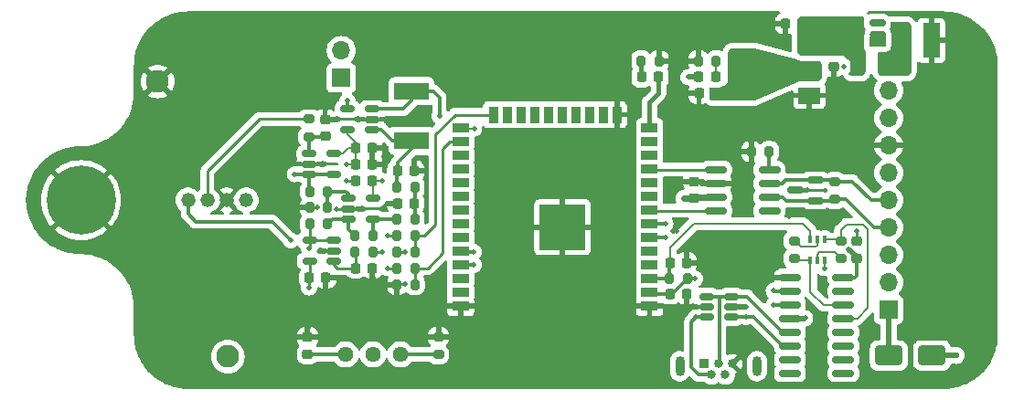
<source format=gbr>
%TF.GenerationSoftware,KiCad,Pcbnew,(7.0.0)*%
%TF.CreationDate,2023-08-02T13:28:58+12:00*%
%TF.ProjectId,VehicleCurrentSense_PCB,56656869-636c-4654-9375-7272656e7453,V1.0*%
%TF.SameCoordinates,Original*%
%TF.FileFunction,Copper,L1,Top*%
%TF.FilePolarity,Positive*%
%FSLAX46Y46*%
G04 Gerber Fmt 4.6, Leading zero omitted, Abs format (unit mm)*
G04 Created by KiCad (PCBNEW (7.0.0)) date 2023-08-02 13:28:58*
%MOMM*%
%LPD*%
G01*
G04 APERTURE LIST*
G04 Aperture macros list*
%AMRoundRect*
0 Rectangle with rounded corners*
0 $1 Rounding radius*
0 $2 $3 $4 $5 $6 $7 $8 $9 X,Y pos of 4 corners*
0 Add a 4 corners polygon primitive as box body*
4,1,4,$2,$3,$4,$5,$6,$7,$8,$9,$2,$3,0*
0 Add four circle primitives for the rounded corners*
1,1,$1+$1,$2,$3*
1,1,$1+$1,$4,$5*
1,1,$1+$1,$6,$7*
1,1,$1+$1,$8,$9*
0 Add four rect primitives between the rounded corners*
20,1,$1+$1,$2,$3,$4,$5,0*
20,1,$1+$1,$4,$5,$6,$7,0*
20,1,$1+$1,$6,$7,$8,$9,0*
20,1,$1+$1,$8,$9,$2,$3,0*%
G04 Aperture macros list end*
%TA.AperFunction,SMDPad,CuDef*%
%ADD10RoundRect,0.150000X0.587500X0.150000X-0.587500X0.150000X-0.587500X-0.150000X0.587500X-0.150000X0*%
%TD*%
%TA.AperFunction,SMDPad,CuDef*%
%ADD11RoundRect,0.150000X0.512500X0.150000X-0.512500X0.150000X-0.512500X-0.150000X0.512500X-0.150000X0*%
%TD*%
%TA.AperFunction,SMDPad,CuDef*%
%ADD12RoundRect,0.200000X0.200000X0.275000X-0.200000X0.275000X-0.200000X-0.275000X0.200000X-0.275000X0*%
%TD*%
%TA.AperFunction,ComponentPad*%
%ADD13R,0.840000X0.840000*%
%TD*%
%TA.AperFunction,ComponentPad*%
%ADD14C,0.840000*%
%TD*%
%TA.AperFunction,ComponentPad*%
%ADD15O,0.850000X1.850000*%
%TD*%
%TA.AperFunction,SMDPad,CuDef*%
%ADD16RoundRect,0.225000X-0.225000X-0.250000X0.225000X-0.250000X0.225000X0.250000X-0.225000X0.250000X0*%
%TD*%
%TA.AperFunction,SMDPad,CuDef*%
%ADD17RoundRect,0.225000X-0.250000X0.225000X-0.250000X-0.225000X0.250000X-0.225000X0.250000X0.225000X0*%
%TD*%
%TA.AperFunction,SMDPad,CuDef*%
%ADD18RoundRect,0.200000X-0.275000X0.200000X-0.275000X-0.200000X0.275000X-0.200000X0.275000X0.200000X0*%
%TD*%
%TA.AperFunction,ComponentPad*%
%ADD19O,1.700000X1.700000*%
%TD*%
%TA.AperFunction,ComponentPad*%
%ADD20R,1.700000X1.700000*%
%TD*%
%TA.AperFunction,SMDPad,CuDef*%
%ADD21R,0.400000X0.650000*%
%TD*%
%TA.AperFunction,SMDPad,CuDef*%
%ADD22RoundRect,0.250000X-1.000000X-0.650000X1.000000X-0.650000X1.000000X0.650000X-1.000000X0.650000X0*%
%TD*%
%TA.AperFunction,SMDPad,CuDef*%
%ADD23R,1.500000X0.900000*%
%TD*%
%TA.AperFunction,SMDPad,CuDef*%
%ADD24R,0.900000X1.500000*%
%TD*%
%TA.AperFunction,SMDPad,CuDef*%
%ADD25R,1.050000X1.050000*%
%TD*%
%TA.AperFunction,HeatsinkPad*%
%ADD26C,0.600000*%
%TD*%
%TA.AperFunction,SMDPad,CuDef*%
%ADD27R,4.200000X4.200000*%
%TD*%
%TA.AperFunction,SMDPad,CuDef*%
%ADD28RoundRect,0.225000X0.225000X0.250000X-0.225000X0.250000X-0.225000X-0.250000X0.225000X-0.250000X0*%
%TD*%
%TA.AperFunction,ComponentPad*%
%ADD29C,1.320800*%
%TD*%
%TA.AperFunction,ComponentPad*%
%ADD30C,2.108200*%
%TD*%
%TA.AperFunction,SMDPad,CuDef*%
%ADD31RoundRect,0.200000X-0.200000X-0.275000X0.200000X-0.275000X0.200000X0.275000X-0.200000X0.275000X0*%
%TD*%
%TA.AperFunction,SMDPad,CuDef*%
%ADD32RoundRect,0.150000X-0.512500X-0.150000X0.512500X-0.150000X0.512500X0.150000X-0.512500X0.150000X0*%
%TD*%
%TA.AperFunction,SMDPad,CuDef*%
%ADD33RoundRect,0.218750X0.218750X0.256250X-0.218750X0.256250X-0.218750X-0.256250X0.218750X-0.256250X0*%
%TD*%
%TA.AperFunction,SMDPad,CuDef*%
%ADD34R,1.600000X3.200000*%
%TD*%
%TA.AperFunction,ComponentPad*%
%ADD35C,1.440000*%
%TD*%
%TA.AperFunction,SMDPad,CuDef*%
%ADD36RoundRect,0.200000X0.275000X-0.200000X0.275000X0.200000X-0.275000X0.200000X-0.275000X-0.200000X0*%
%TD*%
%TA.AperFunction,SMDPad,CuDef*%
%ADD37RoundRect,0.150000X-0.825000X-0.150000X0.825000X-0.150000X0.825000X0.150000X-0.825000X0.150000X0*%
%TD*%
%TA.AperFunction,SMDPad,CuDef*%
%ADD38RoundRect,0.250000X0.375000X0.625000X-0.375000X0.625000X-0.375000X-0.625000X0.375000X-0.625000X0*%
%TD*%
%TA.AperFunction,SMDPad,CuDef*%
%ADD39RoundRect,0.218750X-0.218750X-0.256250X0.218750X-0.256250X0.218750X0.256250X-0.218750X0.256250X0*%
%TD*%
%TA.AperFunction,SMDPad,CuDef*%
%ADD40R,3.200000X1.600000*%
%TD*%
%TA.AperFunction,SMDPad,CuDef*%
%ADD41RoundRect,0.225000X0.250000X-0.225000X0.250000X0.225000X-0.250000X0.225000X-0.250000X-0.225000X0*%
%TD*%
%TA.AperFunction,SMDPad,CuDef*%
%ADD42R,2.000000X1.500000*%
%TD*%
%TA.AperFunction,SMDPad,CuDef*%
%ADD43R,2.000000X3.800000*%
%TD*%
%TA.AperFunction,ComponentPad*%
%ADD44C,0.800000*%
%TD*%
%TA.AperFunction,ComponentPad*%
%ADD45C,6.400000*%
%TD*%
%TA.AperFunction,ViaPad*%
%ADD46C,0.500000*%
%TD*%
%TA.AperFunction,ViaPad*%
%ADD47C,0.600000*%
%TD*%
%TA.AperFunction,ViaPad*%
%ADD48C,0.800000*%
%TD*%
%TA.AperFunction,Conductor*%
%ADD49C,0.250000*%
%TD*%
%TA.AperFunction,Conductor*%
%ADD50C,0.300000*%
%TD*%
%TA.AperFunction,Conductor*%
%ADD51C,0.200000*%
%TD*%
%TA.AperFunction,Conductor*%
%ADD52C,0.500000*%
%TD*%
%TA.AperFunction,Conductor*%
%ADD53C,0.600000*%
%TD*%
%TA.AperFunction,Conductor*%
%ADD54C,0.400000*%
%TD*%
G04 APERTURE END LIST*
D10*
%TO.P,D1,1,A*%
%TO.N,GND*%
X188837500Y-72950000D03*
%TO.P,D1,2*%
%TO.N,N/C*%
X188837500Y-71050000D03*
%TO.P,D1,3,K*%
%TO.N,Net-(D1-K)*%
X186962500Y-72000000D03*
%TD*%
D11*
%TO.P,U2,1,+*%
%TO.N,Net-(U2-+)*%
X138537500Y-93150000D03*
%TO.P,U2,2,V-*%
%TO.N,GND*%
X138537500Y-92200000D03*
%TO.P,U2,3,-*%
%TO.N,VREF_OUT*%
X138537500Y-91250000D03*
%TO.P,U2,4*%
X136262500Y-91250000D03*
%TO.P,U2,5,V+*%
%TO.N,+5V*%
X136262500Y-93150000D03*
%TD*%
D12*
%TO.P,R2,1*%
%TO.N,VREF*%
X142125000Y-92300000D03*
%TO.P,R2,2*%
%TO.N,Net-(U2-+)*%
X140475000Y-92300000D03*
%TD*%
D13*
%TO.P,J4,1,VBUS*%
%TO.N,Net-(D2-A)*%
X172824999Y-102679999D03*
D14*
%TO.P,J4,2,D-*%
%TO.N,D-*%
X173475000Y-103680000D03*
%TO.P,J4,3,D+*%
%TO.N,D+*%
X174125000Y-102680000D03*
%TO.P,J4,4,ID*%
%TO.N,unconnected-(J4-ID-Pad4)*%
X174775000Y-103680000D03*
%TO.P,J4,5,GND*%
%TO.N,GND*%
X175425000Y-102680000D03*
D15*
%TO.P,J4,6,Shield*%
%TO.N,unconnected-(J4-Shield-Pad6)*%
X170549999Y-102899999D03*
X177699999Y-102899999D03*
%TD*%
D16*
%TO.P,C8,1*%
%TO.N,+5V*%
X136225000Y-94700000D03*
%TO.P,C8,2*%
%TO.N,GND*%
X137775000Y-94700000D03*
%TD*%
%TO.P,C4,1*%
%TO.N,Net-(U2-+)*%
X140525000Y-93800000D03*
%TO.P,C4,2*%
%TO.N,GND*%
X142075000Y-93800000D03*
%TD*%
%TO.P,C6,1*%
%TO.N,+5V*%
X140525000Y-84200000D03*
%TO.P,C6,2*%
%TO.N,GND*%
X142075000Y-84200000D03*
%TD*%
D17*
%TO.P,C12,1*%
%TO.N,GND*%
X186900000Y-91325000D03*
%TO.P,C12,2*%
%TO.N,+3V3*%
X186900000Y-92875000D03*
%TD*%
D12*
%TO.P,R27,1*%
%TO.N,Net-(C17-Pad1)*%
X146000000Y-86300000D03*
%TO.P,R27,2*%
%TO.N,Net-(U11--)*%
X144350000Y-86300000D03*
%TD*%
D18*
%TO.P,R1,1*%
%TO.N,Net-(U1-OUTPUT)*%
X136200000Y-79975000D03*
%TO.P,R1,2*%
%TO.N,Net-(U6-+)*%
X136200000Y-81625000D03*
%TD*%
D12*
%TO.P,R25,1*%
%TO.N,Net-(R25-Pad1)*%
X142125000Y-90800000D03*
%TO.P,R25,2*%
%TO.N,Net-(U10--)*%
X140475000Y-90800000D03*
%TD*%
%TO.P,R9,1*%
%TO.N,GND*%
X168625000Y-74600000D03*
%TO.P,R9,2*%
%TO.N,Net-(D3-K)*%
X166975000Y-74600000D03*
%TD*%
D19*
%TO.P,J3,2,Pin_2*%
%TO.N,BSPD Test Current -*%
X139199999Y-73634999D03*
D20*
%TO.P,J3,1,Pin_1*%
%TO.N,BSPD Test Current +*%
X139199999Y-76174999D03*
%TD*%
D21*
%TO.P,Q1,1,E1*%
%TO.N,RTS*%
X182649999Y-93049999D03*
%TO.P,Q1,2,B1*%
%TO.N,Net-(Q1A-B1)*%
X183299999Y-93049999D03*
%TO.P,Q1,3,C2*%
%TO.N,IO0*%
X183949999Y-93049999D03*
%TO.P,Q1,4,E2*%
%TO.N,DTR*%
X183949999Y-91149999D03*
%TO.P,Q1,5,B2*%
%TO.N,Net-(Q1B-B2)*%
X183299999Y-91149999D03*
%TO.P,Q1,6,C1*%
%TO.N,EN*%
X182649999Y-91149999D03*
%TD*%
D11*
%TO.P,U11,1,-*%
%TO.N,Net-(U11--)*%
X142037500Y-80950000D03*
%TO.P,U11,2,V-*%
%TO.N,GND*%
X142037500Y-80000000D03*
%TO.P,U11,3,+*%
%TO.N,BSPD Threshold*%
X142037500Y-79050000D03*
%TO.P,U11,4*%
%TO.N,BSPD*%
X139762500Y-79050000D03*
%TO.P,U11,5,V+*%
%TO.N,+5V*%
X139762500Y-80950000D03*
%TD*%
D22*
%TO.P,D2,1,K*%
%TO.N,+5V*%
X189900000Y-101900000D03*
%TO.P,D2,2,A*%
%TO.N,Net-(D2-A)*%
X193900000Y-101900000D03*
%TD*%
D16*
%TO.P,C10,1*%
%TO.N,EN*%
X169625000Y-93300000D03*
%TO.P,C10,2*%
%TO.N,GND*%
X171175000Y-93300000D03*
%TD*%
D23*
%TO.P,U7,1,GND*%
%TO.N,GND*%
X167749999Y-97334999D03*
%TO.P,U7,2,VDD*%
%TO.N,+3V3*%
X167749999Y-96064999D03*
%TO.P,U7,3,EN*%
%TO.N,EN*%
X167749999Y-94794999D03*
%TO.P,U7,4,SENSOR_VP*%
%TO.N,unconnected-(U7-SENSOR_VP-Pad4)*%
X167749999Y-93524999D03*
%TO.P,U7,5,SENSOR_VN*%
%TO.N,unconnected-(U7-SENSOR_VN-Pad5)*%
X167749999Y-92254999D03*
%TO.P,U7,6,IO34*%
%TO.N,Upstream*%
X167749999Y-90984999D03*
%TO.P,U7,7,IO35*%
%TO.N,Local*%
X167749999Y-89714999D03*
%TO.P,U7,8,IO32*%
%TO.N,CAN_RX*%
X167749999Y-88444999D03*
%TO.P,U7,9,IO33*%
%TO.N,unconnected-(U7-IO33-Pad9)*%
X167749999Y-87174999D03*
%TO.P,U7,10,IO25*%
%TO.N,unconnected-(U7-IO25-Pad10)*%
X167749999Y-85904999D03*
%TO.P,U7,11,IO26*%
%TO.N,CAN_TX*%
X167749999Y-84634999D03*
%TO.P,U7,12,IO27*%
%TO.N,unconnected-(U7-IO27-Pad12)*%
X167749999Y-83364999D03*
%TO.P,U7,13,IO14*%
%TO.N,unconnected-(U7-IO14-Pad13)*%
X167749999Y-82094999D03*
%TO.P,U7,14,IO12*%
%TO.N,Status_LED*%
X167749999Y-80824999D03*
D24*
%TO.P,U7,15,GND*%
%TO.N,GND*%
X164709999Y-79574999D03*
%TO.P,U7,16,IO13*%
%TO.N,unconnected-(U7-IO13-Pad16)*%
X163439999Y-79574999D03*
%TO.P,U7,17,SHD/SD2*%
%TO.N,unconnected-(U7-SHD{slash}SD2-Pad17)*%
X162169999Y-79574999D03*
%TO.P,U7,18,SWP/SD3*%
%TO.N,unconnected-(U7-SWP{slash}SD3-Pad18)*%
X160899999Y-79574999D03*
%TO.P,U7,19,SCS/CMD*%
%TO.N,unconnected-(U7-SCS{slash}CMD-Pad19)*%
X159629999Y-79574999D03*
%TO.P,U7,20,SCK/CLK*%
%TO.N,unconnected-(U7-SCK{slash}CLK-Pad20)*%
X158359999Y-79574999D03*
%TO.P,U7,21,SDO/SD0*%
%TO.N,unconnected-(U7-SDO{slash}SD0-Pad21)*%
X157089999Y-79574999D03*
%TO.P,U7,22,SDI/SD1*%
%TO.N,unconnected-(U7-SDI{slash}SD1-Pad22)*%
X155819999Y-79574999D03*
%TO.P,U7,23,IO15*%
%TO.N,unconnected-(U7-IO15-Pad23)*%
X154549999Y-79574999D03*
%TO.P,U7,24,IO2*%
%TO.N,3V3 LEM_OUT*%
X153279999Y-79574999D03*
D23*
%TO.P,U7,25,IO0*%
%TO.N,IO0*%
X150249999Y-80824999D03*
%TO.P,U7,26,IO4*%
%TO.N,3V3 VREF*%
X150249999Y-82094999D03*
%TO.P,U7,27,IO16*%
%TO.N,unconnected-(U7-IO16-Pad27)*%
X150249999Y-83364999D03*
%TO.P,U7,28,IO17*%
%TO.N,unconnected-(U7-IO17-Pad28)*%
X150249999Y-84634999D03*
%TO.P,U7,29,IO5*%
%TO.N,unconnected-(U7-IO5-Pad29)*%
X150249999Y-85904999D03*
%TO.P,U7,30,IO18*%
%TO.N,unconnected-(U7-IO18-Pad30)*%
X150249999Y-87174999D03*
%TO.P,U7,31,IO19*%
%TO.N,unconnected-(U7-IO19-Pad31)*%
X150249999Y-88444999D03*
%TO.P,U7,32,NC*%
%TO.N,unconnected-(U7-NC-Pad32)*%
X150249999Y-89714999D03*
%TO.P,U7,33,IO21*%
%TO.N,unconnected-(U7-IO21-Pad33)*%
X150249999Y-90984999D03*
%TO.P,U7,34,RXD0/IO3*%
%TO.N,TxD*%
X150249999Y-92254999D03*
%TO.P,U7,35,TXD0/IO1*%
%TO.N,RxD*%
X150249999Y-93524999D03*
%TO.P,U7,36,IO22*%
%TO.N,unconnected-(U7-IO22-Pad36)*%
X150249999Y-94794999D03*
%TO.P,U7,37,IO23*%
%TO.N,unconnected-(U7-IO23-Pad37)*%
X150249999Y-96064999D03*
%TO.P,U7,38,GND*%
%TO.N,GND*%
X150249999Y-97334999D03*
D25*
%TO.P,U7,39,GND*%
X161204999Y-91519999D03*
D26*
X161205000Y-90757500D03*
D25*
X161204999Y-89994999D03*
D26*
X161205000Y-89232500D03*
D25*
X161204999Y-88469999D03*
D26*
X160442500Y-91520000D03*
X160442500Y-89995000D03*
X160442500Y-88470000D03*
D25*
X159679999Y-91519999D03*
D26*
X159680000Y-90757500D03*
D25*
X159679999Y-89994999D03*
D27*
X159679999Y-89994999D03*
D26*
X159680000Y-89232500D03*
D25*
X159679999Y-88469999D03*
D26*
X158917500Y-91520000D03*
X158917500Y-89995000D03*
X158917500Y-88470000D03*
D25*
X158154999Y-91519999D03*
D26*
X158155000Y-90757500D03*
D25*
X158154999Y-89994999D03*
D26*
X158155000Y-89232500D03*
D25*
X158154999Y-88469999D03*
%TD*%
D17*
%TO.P,C13,1*%
%TO.N,GND*%
X171850000Y-85790000D03*
%TO.P,C13,2*%
%TO.N,+3V3*%
X171850000Y-87340000D03*
%TD*%
D28*
%TO.P,C7,1*%
%TO.N,Net-(D1-K)*%
X181875000Y-71150000D03*
%TO.P,C7,2*%
%TO.N,GND*%
X180325000Y-71150000D03*
%TD*%
D29*
%TO.P,U1,1,+5V*%
%TO.N,+5V*%
X130399999Y-87500000D03*
%TO.P,U1,2,GND*%
%TO.N,GND*%
X128600000Y-87500000D03*
%TO.P,U1,3,OUTPUT*%
%TO.N,Net-(U1-OUTPUT)*%
X126799999Y-87500000D03*
%TO.P,U1,4,VREF*%
%TO.N,VREF*%
X125000000Y-87500000D03*
D30*
%TO.P,U1,5,CORE*%
%TO.N,GND*%
X122200000Y-76499999D03*
%TO.P,U1,6,NC*%
%TO.N,unconnected-(U1-NC-Pad6)*%
X128699999Y-101999999D03*
%TD*%
D31*
%TO.P,R10,1*%
%TO.N,EN*%
X169575000Y-94800000D03*
%TO.P,R10,2*%
%TO.N,+3V3*%
X171225000Y-94800000D03*
%TD*%
D16*
%TO.P,C20,1*%
%TO.N,+5V*%
X140525000Y-82700000D03*
%TO.P,C20,2*%
%TO.N,GND*%
X142075000Y-82700000D03*
%TD*%
D32*
%TO.P,U6,1,+*%
%TO.N,Net-(U6-+)*%
X136225000Y-83200000D03*
%TO.P,U6,2,V-*%
%TO.N,GND*%
X136225000Y-84150000D03*
%TO.P,U6,3,-*%
%TO.N,LEM_OUT*%
X136225000Y-85100000D03*
%TO.P,U6,4*%
X138500000Y-85100000D03*
%TO.P,U6,5,V+*%
%TO.N,+5V*%
X138500000Y-83200000D03*
%TD*%
D31*
%TO.P,R21,1*%
%TO.N,GND*%
X172275000Y-74600000D03*
%TO.P,R21,2*%
%TO.N,Net-(D5-K)*%
X173925000Y-74600000D03*
%TD*%
D20*
%TO.P,J1,1,Pin_1*%
%TO.N,+5V*%
X189899999Y-97659999D03*
D19*
%TO.P,J1,2,Pin_2*%
%TO.N,Upstream*%
X189899999Y-95119999D03*
%TO.P,J1,3,Pin_3*%
%TO.N,Local*%
X189899999Y-92579999D03*
%TO.P,J1,4,Pin_4*%
%TO.N,CAN-*%
X189899999Y-90039999D03*
%TO.P,J1,5,Pin_5*%
%TO.N,CAN+*%
X189899999Y-87499999D03*
%TO.P,J1,6,Pin_6*%
%TO.N,BSPD*%
X189899999Y-84959999D03*
%TO.P,J1,7,Pin_7*%
%TO.N,GND*%
X189899999Y-82419999D03*
%TO.P,J1,8,Pin_8*%
%TO.N,BSPD Test Current +*%
X189899999Y-79879999D03*
%TO.P,J1,9,Pin_9*%
%TO.N,BSPD Test Current -*%
X189899999Y-77339999D03*
%TD*%
D18*
%TO.P,R13,1*%
%TO.N,Net-(Q1B-B2)*%
X181150000Y-91275000D03*
%TO.P,R13,2*%
%TO.N,RTS*%
X181150000Y-92925000D03*
%TD*%
D28*
%TO.P,C15,1*%
%TO.N,+3V3*%
X173875000Y-77600000D03*
%TO.P,C15,2*%
%TO.N,GND*%
X172325000Y-77600000D03*
%TD*%
D33*
%TO.P,D5,1,K*%
%TO.N,Net-(D5-K)*%
X173887500Y-76100000D03*
%TO.P,D5,2,A*%
%TO.N,+3V3*%
X172312500Y-76100000D03*
%TD*%
D12*
%TO.P,R11,1*%
%TO.N,Net-(U9-Rs)*%
X178825000Y-83000000D03*
%TO.P,R11,2*%
%TO.N,GND*%
X177175000Y-83000000D03*
%TD*%
D31*
%TO.P,R26,1*%
%TO.N,Net-(R25-Pad1)*%
X144350000Y-89300000D03*
%TO.P,R26,2*%
%TO.N,Net-(C17-Pad1)*%
X146000000Y-89300000D03*
%TD*%
D34*
%TO.P,TP1,1,1*%
%TO.N,GND*%
X193849999Y-72699999D03*
%TD*%
D28*
%TO.P,C17,1*%
%TO.N,Net-(C17-Pad1)*%
X145950000Y-87800000D03*
%TO.P,C17,2*%
%TO.N,GND*%
X144400000Y-87800000D03*
%TD*%
D16*
%TO.P,C18,1*%
%TO.N,Net-(U11--)*%
X144400000Y-84800000D03*
%TO.P,C18,2*%
%TO.N,GND*%
X145950000Y-84800000D03*
%TD*%
D35*
%TO.P,RV2,1,1*%
%TO.N,Net-(R28-Pad1)*%
X144680000Y-101800000D03*
%TO.P,RV2,2,2*%
%TO.N,BSPD Threshold*%
X142140000Y-101800000D03*
%TO.P,RV2,3,3*%
%TO.N,+5V*%
X139600000Y-101800000D03*
%TD*%
D36*
%TO.P,R28,1*%
%TO.N,Net-(R28-Pad1)*%
X148200000Y-101825000D03*
%TO.P,R28,2*%
%TO.N,GND*%
X148200000Y-100175000D03*
%TD*%
D37*
%TO.P,U9,1,D*%
%TO.N,CAN_TX*%
X173900000Y-84660000D03*
%TO.P,U9,2,GND*%
%TO.N,GND*%
X173900000Y-85930000D03*
%TO.P,U9,3,VCC*%
%TO.N,+3V3*%
X173900000Y-87200000D03*
%TO.P,U9,4,R*%
%TO.N,CAN_RX*%
X173900000Y-88470000D03*
%TO.P,U9,5,Vref*%
%TO.N,unconnected-(U9-Vref-Pad5)*%
X178850000Y-88470000D03*
%TO.P,U9,6,CANL*%
%TO.N,CAN-*%
X178850000Y-87200000D03*
%TO.P,U9,7,CANH*%
%TO.N,CAN+*%
X178850000Y-85930000D03*
%TO.P,U9,8,Rs*%
%TO.N,Net-(U9-Rs)*%
X178850000Y-84660000D03*
%TD*%
D12*
%TO.P,R24,1*%
%TO.N,Net-(U10-+)*%
X137925000Y-88200000D03*
%TO.P,R24,2*%
%TO.N,GND*%
X136275000Y-88200000D03*
%TD*%
%TO.P,R22,1*%
%TO.N,Net-(U10--)*%
X137925000Y-89700000D03*
%TO.P,R22,2*%
%TO.N,VREF_OUT*%
X136275000Y-89700000D03*
%TD*%
D38*
%TO.P,F1,1*%
%TO.N,+5V*%
X189700000Y-74900000D03*
%TO.P,F1,2*%
%TO.N,Net-(D1-K)*%
X186900000Y-74900000D03*
%TD*%
D39*
%TO.P,D3,1,K*%
%TO.N,Net-(D3-K)*%
X167012500Y-76100000D03*
%TO.P,D3,2,A*%
%TO.N,Status_LED*%
X168587500Y-76100000D03*
%TD*%
D17*
%TO.P,C14,1*%
%TO.N,Net-(D1-K)*%
X184800000Y-73550000D03*
%TO.P,C14,2*%
%TO.N,GND*%
X184800000Y-75100000D03*
%TD*%
D32*
%TO.P,U10,1,+*%
%TO.N,Net-(U10-+)*%
X139837500Y-87350000D03*
%TO.P,U10,2,V-*%
%TO.N,GND*%
X139837500Y-88300000D03*
%TO.P,U10,3,-*%
%TO.N,Net-(U10--)*%
X139837500Y-89250000D03*
%TO.P,U10,4*%
%TO.N,Net-(R25-Pad1)*%
X142112500Y-89250000D03*
%TO.P,U10,5,V+*%
%TO.N,+5V*%
X142112500Y-87350000D03*
%TD*%
D40*
%TO.P,TP4,1,1*%
%TO.N,BSPD Threshold*%
X145699999Y-77399999D03*
%TD*%
%TO.P,TP3,1,1*%
%TO.N,Net-(U11--)*%
X145699999Y-81999999D03*
%TD*%
D36*
%TO.P,R12,1*%
%TO.N,Net-(Q1A-B1)*%
X185450000Y-92925000D03*
%TO.P,R12,2*%
%TO.N,DTR*%
X185450000Y-91275000D03*
%TD*%
D28*
%TO.P,C16,1*%
%TO.N,+5V*%
X142075000Y-85700000D03*
%TO.P,C16,2*%
%TO.N,GND*%
X140525000Y-85700000D03*
%TD*%
D32*
%TO.P,U5,1,I/O1*%
%TO.N,D+*%
X173062500Y-96450000D03*
%TO.P,U5,2,GND*%
%TO.N,GND*%
X173062500Y-97400000D03*
%TO.P,U5,3,I/O2*%
%TO.N,D-*%
X173062500Y-98350000D03*
%TO.P,U5,4,I/O2*%
X175337500Y-98350000D03*
%TO.P,U5,5,VBUS*%
%TO.N,+5V*%
X175337500Y-97400000D03*
%TO.P,U5,6,I/O1*%
%TO.N,D+*%
X175337500Y-96450000D03*
%TD*%
D41*
%TO.P,C19,1*%
%TO.N,+5V*%
X136080000Y-101775000D03*
%TO.P,C19,2*%
%TO.N,GND*%
X136080000Y-100225000D03*
%TD*%
D42*
%TO.P,U3,1,GND*%
%TO.N,GND*%
X182549999Y-77799999D03*
%TO.P,U3,2,VO*%
%TO.N,+3V3*%
X182549999Y-75499999D03*
D43*
X176249999Y-75499999D03*
D42*
%TO.P,U3,3,VI*%
%TO.N,Net-(D1-K)*%
X182549999Y-73199999D03*
%TD*%
D41*
%TO.P,C5,1*%
%TO.N,Net-(U6-+)*%
X137700000Y-81575000D03*
%TO.P,C5,2*%
%TO.N,GND*%
X137700000Y-80025000D03*
%TD*%
D28*
%TO.P,C11,1*%
%TO.N,GND*%
X171175000Y-96200000D03*
%TO.P,C11,2*%
%TO.N,+3V3*%
X169625000Y-96200000D03*
%TD*%
D36*
%TO.P,R14,1*%
%TO.N,CAN-*%
X184912500Y-87425000D03*
%TO.P,R14,2*%
%TO.N,CAN+*%
X184912500Y-85775000D03*
%TD*%
D10*
%TO.P,D4,1,A1*%
%TO.N,CAN-*%
X183100000Y-87550000D03*
%TO.P,D4,2,A2*%
%TO.N,CAN+*%
X183100000Y-85650000D03*
%TO.P,D4,3,common*%
%TO.N,GND*%
X181225000Y-86600000D03*
%TD*%
D12*
%TO.P,R23,1*%
%TO.N,Net-(U10-+)*%
X137925000Y-86700000D03*
%TO.P,R23,2*%
%TO.N,LEM_OUT*%
X136275000Y-86700000D03*
%TD*%
D44*
%TO.P,H2,1,1*%
%TO.N,GND*%
X112700000Y-87500000D03*
X113402944Y-85802944D03*
X113402944Y-89197056D03*
X115100000Y-85100000D03*
D45*
X115100000Y-87500000D03*
D44*
X115100000Y-89900000D03*
X116797056Y-85802944D03*
X116797056Y-89197056D03*
X117500000Y-87500000D03*
%TD*%
D37*
%TO.P,U8,1,GND*%
%TO.N,GND*%
X180750000Y-94660000D03*
%TO.P,U8,2,TXD*%
%TO.N,TxD*%
X180750000Y-95930000D03*
%TO.P,U8,3,RXD*%
%TO.N,RxD*%
X180750000Y-97200000D03*
%TO.P,U8,4,V3*%
%TO.N,+3V3*%
X180750000Y-98470000D03*
%TO.P,U8,5,UD+*%
%TO.N,D+*%
X180750000Y-99740000D03*
%TO.P,U8,6,UD-*%
%TO.N,D-*%
X180750000Y-101010000D03*
%TO.P,U8,7,NC*%
%TO.N,unconnected-(U8-NC-Pad7)*%
X180750000Y-102280000D03*
%TO.P,U8,8,NC*%
%TO.N,unconnected-(U8-NC-Pad8)*%
X180750000Y-103550000D03*
%TO.P,U8,9,~{CTS}*%
%TO.N,unconnected-(U8-~{CTS}-Pad9)*%
X185700000Y-103550000D03*
%TO.P,U8,10,~{DSR}*%
%TO.N,unconnected-(U8-~{DSR}-Pad10)*%
X185700000Y-102280000D03*
%TO.P,U8,11,~{RI}*%
%TO.N,unconnected-(U8-~{RI}-Pad11)*%
X185700000Y-101010000D03*
%TO.P,U8,12,~{DCD}*%
%TO.N,unconnected-(U8-~{DCD}-Pad12)*%
X185700000Y-99740000D03*
%TO.P,U8,13,~{DTR}*%
%TO.N,DTR*%
X185700000Y-98470000D03*
%TO.P,U8,14,~{RTS}*%
%TO.N,RTS*%
X185700000Y-97200000D03*
%TO.P,U8,15,R232*%
%TO.N,unconnected-(U8-R232-Pad15)*%
X185700000Y-95930000D03*
%TO.P,U8,16,VCC*%
%TO.N,+3V3*%
X185700000Y-94660000D03*
%TD*%
D12*
%TO.P,R20,1*%
%TO.N,3V3 VREF*%
X146025000Y-95330000D03*
%TO.P,R20,2*%
%TO.N,GND*%
X144375000Y-95330000D03*
%TD*%
D31*
%TO.P,R19,1*%
%TO.N,VREF_OUT*%
X144375000Y-93820000D03*
%TO.P,R19,2*%
%TO.N,3V3 VREF*%
X146025000Y-93820000D03*
%TD*%
D12*
%TO.P,R18,1*%
%TO.N,3V3 LEM_OUT*%
X146025000Y-92300000D03*
%TO.P,R18,2*%
%TO.N,GND*%
X144375000Y-92300000D03*
%TD*%
D31*
%TO.P,R17,1*%
%TO.N,LEM_OUT*%
X144375000Y-90800000D03*
%TO.P,R17,2*%
%TO.N,3V3 LEM_OUT*%
X146025000Y-90800000D03*
%TD*%
D46*
%TO.N,BSPD Threshold*%
X148300000Y-79699500D03*
%TO.N,D-*%
X172050000Y-98350000D03*
X176650000Y-98350000D03*
%TO.N,GND*%
X145100000Y-95300000D03*
X145100000Y-92300000D03*
%TO.N,VREF*%
X134500000Y-91200000D03*
%TO.N,GND*%
X189200000Y-72200000D03*
X188400000Y-72200000D03*
%TO.N,LEM_OUT*%
X143500000Y-90800000D03*
%TO.N,VREF_OUT*%
X143500000Y-93800000D03*
X136200000Y-92000000D03*
%TO.N,GND*%
X138700000Y-94700000D03*
X142100000Y-94700000D03*
%TO.N,+5V*%
X136200000Y-95600000D03*
%TO.N,VREF*%
X143000000Y-92300000D03*
%TO.N,GND*%
X137500000Y-92200000D03*
X166550000Y-97350000D03*
X139650000Y-85700000D03*
X193850000Y-74800000D03*
X179250000Y-94650000D03*
X184250000Y-77750000D03*
X126800000Y-91750000D03*
X186900000Y-90400000D03*
X176300000Y-83000000D03*
X137000000Y-88200000D03*
X125000000Y-91750000D03*
X170250000Y-90350000D03*
X171200000Y-77600000D03*
X193850000Y-70600000D03*
X180800000Y-77800000D03*
X180650000Y-89000000D03*
X183450000Y-98450000D03*
X146800000Y-84800000D03*
X143250000Y-80000000D03*
X172000000Y-97400000D03*
X167750000Y-98250000D03*
X142900000Y-82700000D03*
X177150000Y-82100000D03*
X137700000Y-79150000D03*
X168950000Y-97300000D03*
X149000000Y-97350000D03*
X143500000Y-87800000D03*
X137350000Y-84150000D03*
X142900000Y-84200000D03*
X170950000Y-85800000D03*
X164700000Y-78300000D03*
X171200000Y-97100000D03*
X148200000Y-98950000D03*
X150250000Y-98500000D03*
X140900000Y-80000000D03*
X131300000Y-90850000D03*
X138774500Y-88300000D03*
X185750000Y-75100000D03*
X183850000Y-96000000D03*
X151450000Y-97350000D03*
X136100000Y-99350000D03*
X182350000Y-86600000D03*
%TO.N,LEM_OUT*%
X134900000Y-85100000D03*
D47*
%TO.N,+5V*%
X191300000Y-73450000D03*
X191300000Y-71650000D03*
D46*
X142950000Y-85700000D03*
X176650000Y-97400000D03*
D47*
X191300000Y-72550000D03*
D46*
X139650000Y-84200000D03*
D48*
%TO.N,+3V3*%
X179000000Y-76000000D03*
D46*
X171350000Y-76100000D03*
X182150000Y-98450000D03*
D48*
X178000000Y-77000000D03*
D46*
X171950000Y-94800000D03*
X186198783Y-92051352D03*
X170950000Y-87350000D03*
D48*
X179000000Y-77000000D03*
X178000000Y-76000000D03*
D47*
%TO.N,Net-(D2-A)*%
X196150000Y-101900000D03*
D46*
%TO.N,BSPD*%
X139762500Y-78300000D03*
%TO.N,Local*%
X169200000Y-89700000D03*
%TO.N,Upstream*%
X169250000Y-91000000D03*
%TO.N,IO0*%
X151500000Y-80850000D03*
X183950000Y-93800000D03*
%TO.N,TxD*%
X179250000Y-95900000D03*
X151450000Y-92300000D03*
%TO.N,RxD*%
X179250000Y-97200000D03*
X151450000Y-93500000D03*
%TD*%
D49*
%TO.N,3V3 LEM_OUT*%
X147900000Y-89800000D02*
X146900000Y-90800000D01*
X146900000Y-90800000D02*
X146025000Y-90800000D01*
X147900000Y-81400000D02*
X147900000Y-89800000D01*
X153280000Y-79575000D02*
X149725000Y-79575000D01*
X149725000Y-79575000D02*
X147900000Y-81400000D01*
D50*
%TO.N,BSPD Threshold*%
X147700000Y-77400000D02*
X145700000Y-77400000D01*
X148300000Y-78000000D02*
X147700000Y-77400000D01*
X148300000Y-79699500D02*
X148300000Y-78000000D01*
D49*
%TO.N,3V3 VREF*%
X148600000Y-82745000D02*
X149250000Y-82095000D01*
X148600000Y-92400000D02*
X148600000Y-82745000D01*
X147180000Y-93820000D02*
X148600000Y-92400000D01*
X149250000Y-82095000D02*
X150250000Y-82095000D01*
X146025000Y-93820000D02*
X147180000Y-93820000D01*
D50*
%TO.N,D+*%
X174200000Y-96450000D02*
X173062500Y-96450000D01*
X174200000Y-102605000D02*
X174200000Y-96450000D01*
X174125000Y-102680000D02*
X174200000Y-102605000D01*
X175337500Y-96450000D02*
X173062500Y-96450000D01*
%TO.N,D-*%
X177400000Y-98350000D02*
X180060000Y-101010000D01*
X176650000Y-98350000D02*
X177400000Y-98350000D01*
X180060000Y-101010000D02*
X180750000Y-101010000D01*
X176650000Y-98350000D02*
X175337500Y-98350000D01*
X172050000Y-98350000D02*
X173062500Y-98350000D01*
X171600000Y-98800000D02*
X172050000Y-98350000D01*
X171600000Y-102995000D02*
X171600000Y-98800000D01*
X173475000Y-103680000D02*
X172285000Y-103680000D01*
X172285000Y-103680000D02*
X171600000Y-102995000D01*
D49*
%TO.N,GND*%
X145100000Y-92300000D02*
X144375000Y-92300000D01*
X144405000Y-95300000D02*
X144375000Y-95330000D01*
X145100000Y-95300000D02*
X144405000Y-95300000D01*
%TO.N,3V3 LEM_OUT*%
X146025000Y-90800000D02*
X146025000Y-92300000D01*
%TO.N,3V3 VREF*%
X146025000Y-93820000D02*
X146025000Y-95330000D01*
D50*
%TO.N,VREF*%
X132800000Y-89500000D02*
X134500000Y-91200000D01*
X125000000Y-88800000D02*
X125700000Y-89500000D01*
X125700000Y-89500000D02*
X132800000Y-89500000D01*
X125000000Y-87500000D02*
X125000000Y-88800000D01*
D49*
%TO.N,Net-(U1-OUTPUT)*%
X126799999Y-84800001D02*
X126799999Y-87500000D01*
X131625000Y-79975000D02*
X126799999Y-84800001D01*
X136200000Y-79975000D02*
X131625000Y-79975000D01*
%TO.N,GND*%
X139837500Y-88300000D02*
X138774500Y-88300000D01*
%TO.N,LEM_OUT*%
X144375000Y-90800000D02*
X143500000Y-90800000D01*
%TO.N,VREF_OUT*%
X143520000Y-93820000D02*
X143500000Y-93800000D01*
X144375000Y-93820000D02*
X143520000Y-93820000D01*
X136262500Y-91937500D02*
X136200000Y-92000000D01*
X136262500Y-91250000D02*
X136262500Y-91937500D01*
%TO.N,+5V*%
X136225000Y-95575000D02*
X136200000Y-95600000D01*
X136225000Y-94700000D02*
X136225000Y-95575000D01*
%TO.N,VREF*%
X142125000Y-92300000D02*
X143000000Y-92300000D01*
%TO.N,Net-(U2-+)*%
X140525000Y-92350000D02*
X140475000Y-92300000D01*
X140525000Y-93800000D02*
X140525000Y-92350000D01*
X138537500Y-93537500D02*
X138537500Y-93150000D01*
X138800000Y-93800000D02*
X138537500Y-93537500D01*
X140525000Y-93800000D02*
X138800000Y-93800000D01*
%TO.N,+5V*%
X136262500Y-94662500D02*
X136225000Y-94700000D01*
X136262500Y-93150000D02*
X136262500Y-94662500D01*
%TO.N,VREF_OUT*%
X136262500Y-91250000D02*
X138537500Y-91250000D01*
X136262500Y-89712500D02*
X136275000Y-89700000D01*
X136262500Y-91250000D02*
X136262500Y-89712500D01*
D50*
%TO.N,BSPD*%
X139762500Y-78300000D02*
X139762500Y-79050000D01*
D49*
%TO.N,GND*%
X136275000Y-88200000D02*
X137000000Y-88200000D01*
X140525000Y-85700000D02*
X139650000Y-85700000D01*
X186900000Y-90400000D02*
X186900000Y-91325000D01*
D50*
%TO.N,LEM_OUT*%
X136225000Y-85100000D02*
X134900000Y-85100000D01*
X136225000Y-86650000D02*
X136275000Y-86700000D01*
X136225000Y-85100000D02*
X136225000Y-86650000D01*
X136225000Y-85100000D02*
X138500000Y-85100000D01*
D51*
%TO.N,+5V*%
X140525000Y-82125000D02*
X139762500Y-81362500D01*
X140525000Y-84200000D02*
X140525000Y-82700000D01*
X140525000Y-84200000D02*
X139650000Y-84200000D01*
X139850000Y-82700000D02*
X140525000Y-82700000D01*
X139762500Y-81362500D02*
X139762500Y-80950000D01*
X138500000Y-83200000D02*
X139350000Y-83200000D01*
D52*
X189900000Y-101900000D02*
X189900000Y-97660000D01*
D50*
X139600000Y-101800000D02*
X136105000Y-101800000D01*
D51*
X142112500Y-87350000D02*
X142112500Y-85737500D01*
X142075000Y-85700000D02*
X142950000Y-85700000D01*
X142112500Y-85737500D02*
X142075000Y-85700000D01*
X139350000Y-83200000D02*
X139850000Y-82700000D01*
D50*
X136105000Y-101800000D02*
X136080000Y-101775000D01*
D51*
X140525000Y-82700000D02*
X140525000Y-82125000D01*
D52*
X175337500Y-97400000D02*
X176650000Y-97400000D01*
D50*
%TO.N,EN*%
X167755000Y-94800000D02*
X167750000Y-94795000D01*
X169575000Y-94800000D02*
X167755000Y-94800000D01*
D51*
X181950000Y-89700000D02*
X171850000Y-89700000D01*
D50*
X169575000Y-93350000D02*
X169625000Y-93300000D01*
D51*
X182650000Y-91150000D02*
X182650000Y-90400000D01*
D50*
X169575000Y-94800000D02*
X169575000Y-93350000D01*
D51*
X171850000Y-89700000D02*
X169625000Y-91925000D01*
X182650000Y-90400000D02*
X181950000Y-89700000D01*
X169625000Y-91925000D02*
X169625000Y-93300000D01*
D50*
%TO.N,+3V3*%
X171225000Y-94800000D02*
X171950000Y-94800000D01*
D52*
X172312500Y-76100000D02*
X171350000Y-76100000D01*
D50*
X169625000Y-96200000D02*
X167885000Y-96200000D01*
D53*
X173900000Y-87200000D02*
X171990000Y-87200000D01*
X170960000Y-87340000D02*
X170950000Y-87350000D01*
X171850000Y-87340000D02*
X170960000Y-87340000D01*
D50*
X167885000Y-96200000D02*
X167750000Y-96065000D01*
X186740000Y-94660000D02*
X186900000Y-94500000D01*
X185700000Y-94660000D02*
X186740000Y-94660000D01*
X186900000Y-92875000D02*
X186900000Y-92752569D01*
X169825000Y-96200000D02*
X171225000Y-94800000D01*
D52*
X180750000Y-98470000D02*
X182130000Y-98470000D01*
X186900000Y-92752569D02*
X186198783Y-92051352D01*
D50*
X182130000Y-98470000D02*
X182150000Y-98450000D01*
D53*
X171990000Y-87200000D02*
X171850000Y-87340000D01*
D50*
X169625000Y-96200000D02*
X169825000Y-96200000D01*
X186900000Y-94500000D02*
X186900000Y-92875000D01*
D52*
%TO.N,Net-(D2-A)*%
X196150000Y-101900000D02*
X193900000Y-101900000D01*
D54*
%TO.N,Net-(D3-K)*%
X166975000Y-74600000D02*
X166975000Y-76062500D01*
D50*
X166975000Y-76062500D02*
X167012500Y-76100000D01*
D54*
%TO.N,Status_LED*%
X168587500Y-77562500D02*
X168587500Y-76100000D01*
X167750000Y-80825000D02*
X167750000Y-78400000D01*
X167750000Y-78400000D02*
X168587500Y-77562500D01*
D50*
%TO.N,CAN-*%
X188540000Y-90040000D02*
X185925000Y-87425000D01*
X183100000Y-87550000D02*
X180450000Y-87550000D01*
X180100000Y-87200000D02*
X178850000Y-87200000D01*
X184787500Y-87550000D02*
X184912500Y-87425000D01*
X180450000Y-87550000D02*
X180100000Y-87200000D01*
X183100000Y-87550000D02*
X184787500Y-87550000D01*
X189900000Y-90040000D02*
X188540000Y-90040000D01*
X185925000Y-87425000D02*
X184912500Y-87425000D01*
%TO.N,CAN+*%
X183100000Y-85650000D02*
X180350000Y-85650000D01*
X189900000Y-87500000D02*
X188250000Y-87500000D01*
X188250000Y-87500000D02*
X186525000Y-85775000D01*
X180070000Y-85930000D02*
X178850000Y-85930000D01*
X180350000Y-85650000D02*
X180070000Y-85930000D01*
X186525000Y-85775000D02*
X184912500Y-85775000D01*
X183100000Y-85650000D02*
X184787500Y-85650000D01*
X184787500Y-85650000D02*
X184912500Y-85775000D01*
D51*
%TO.N,Net-(D5-K)*%
X173887500Y-74637500D02*
X173925000Y-74600000D01*
X173887500Y-76100000D02*
X173887500Y-74637500D01*
D50*
%TO.N,Local*%
X169200000Y-89700000D02*
X167765000Y-89700000D01*
X167765000Y-89700000D02*
X167750000Y-89715000D01*
%TO.N,Upstream*%
X169250000Y-91000000D02*
X167765000Y-91000000D01*
X167765000Y-91000000D02*
X167750000Y-90985000D01*
D51*
%TO.N,RTS*%
X182650000Y-96000000D02*
X183850000Y-97200000D01*
X181275000Y-93050000D02*
X181150000Y-92925000D01*
X182650000Y-93050000D02*
X182650000Y-96000000D01*
X182650000Y-93050000D02*
X181275000Y-93050000D01*
X183850000Y-97200000D02*
X185700000Y-97200000D01*
%TO.N,Net-(Q1A-B1)*%
X183300000Y-92550000D02*
X183500000Y-92350000D01*
X184875000Y-92350000D02*
X185450000Y-92925000D01*
X183300000Y-93050000D02*
X183300000Y-92550000D01*
X183500000Y-92350000D02*
X184875000Y-92350000D01*
%TO.N,IO0*%
X150275000Y-80850000D02*
X150250000Y-80825000D01*
X183950000Y-93050000D02*
X183950000Y-93800000D01*
X151500000Y-80850000D02*
X150275000Y-80850000D01*
%TO.N,DTR*%
X187950000Y-90200000D02*
X187500000Y-89750000D01*
X186980000Y-98470000D02*
X187950000Y-97500000D01*
X185325000Y-91150000D02*
X185450000Y-91275000D01*
X185450000Y-90300000D02*
X185450000Y-91275000D01*
X183950000Y-91150000D02*
X185325000Y-91150000D01*
X185700000Y-98470000D02*
X186980000Y-98470000D01*
X187500000Y-89750000D02*
X186000000Y-89750000D01*
X187950000Y-97500000D02*
X187950000Y-90200000D01*
X186000000Y-89750000D02*
X185450000Y-90300000D01*
%TO.N,Net-(Q1B-B2)*%
X183300000Y-91700000D02*
X183150000Y-91850000D01*
X183150000Y-91850000D02*
X181725000Y-91850000D01*
X183300000Y-91150000D02*
X183300000Y-91700000D01*
X181725000Y-91850000D02*
X181150000Y-91275000D01*
D50*
%TO.N,Net-(U9-Rs)*%
X178825000Y-83000000D02*
X178825000Y-84635000D01*
X178825000Y-84635000D02*
X178850000Y-84660000D01*
%TO.N,BSPD Threshold*%
X142037500Y-79050000D02*
X144950000Y-79050000D01*
X145700000Y-78300000D02*
X145700000Y-77400000D01*
X144950000Y-79050000D02*
X145700000Y-78300000D01*
%TO.N,D+*%
X180090000Y-99740000D02*
X176800000Y-96450000D01*
X176800000Y-96450000D02*
X175337500Y-96450000D01*
X180750000Y-99740000D02*
X180090000Y-99740000D01*
%TO.N,TxD*%
X151450000Y-92300000D02*
X150295000Y-92300000D01*
X150295000Y-92300000D02*
X150250000Y-92255000D01*
X179280000Y-95930000D02*
X179250000Y-95900000D01*
X180750000Y-95930000D02*
X179280000Y-95930000D01*
%TO.N,RxD*%
X180750000Y-97200000D02*
X179250000Y-97200000D01*
X151450000Y-93500000D02*
X150275000Y-93500000D01*
X150275000Y-93500000D02*
X150250000Y-93525000D01*
D49*
%TO.N,CAN_TX*%
X167775000Y-84660000D02*
X173900000Y-84660000D01*
X167750000Y-84635000D02*
X167775000Y-84660000D01*
%TO.N,CAN_RX*%
X167775000Y-88470000D02*
X173900000Y-88470000D01*
X167750000Y-88445000D02*
X167775000Y-88470000D01*
D50*
%TO.N,Net-(U6-+)*%
X136200000Y-81625000D02*
X137650000Y-81625000D01*
X136225000Y-81650000D02*
X136200000Y-81625000D01*
X136225000Y-83200000D02*
X136225000Y-81650000D01*
X137650000Y-81625000D02*
X137700000Y-81575000D01*
%TO.N,Net-(C17-Pad1)*%
X146000000Y-87750000D02*
X145950000Y-87800000D01*
X146000000Y-89300000D02*
X146000000Y-87850000D01*
X146000000Y-86300000D02*
X146000000Y-87750000D01*
X146000000Y-87850000D02*
X145950000Y-87800000D01*
%TO.N,Net-(U11--)*%
X142037500Y-80950000D02*
X142900000Y-80950000D01*
X143950000Y-82000000D02*
X145700000Y-82000000D01*
X144350000Y-86300000D02*
X144350000Y-84850000D01*
X144350000Y-84850000D02*
X144400000Y-84800000D01*
X142900000Y-80950000D02*
X143950000Y-82000000D01*
X145700000Y-82750000D02*
X145700000Y-82000000D01*
X144400000Y-84800000D02*
X144400000Y-84050000D01*
X144400000Y-84050000D02*
X145700000Y-82750000D01*
%TO.N,Net-(U10--)*%
X139837500Y-89250000D02*
X139837500Y-90162500D01*
X138375000Y-89250000D02*
X137925000Y-89700000D01*
X139837500Y-90162500D02*
X140475000Y-90800000D01*
X139837500Y-89250000D02*
X138375000Y-89250000D01*
%TO.N,Net-(U10-+)*%
X139837500Y-86937500D02*
X139600000Y-86700000D01*
X139600000Y-86700000D02*
X137925000Y-86700000D01*
X139837500Y-87350000D02*
X139837500Y-86937500D01*
X137925000Y-86700000D02*
X137925000Y-88200000D01*
%TO.N,Net-(R25-Pad1)*%
X144300000Y-89250000D02*
X144350000Y-89300000D01*
X142112500Y-89250000D02*
X144300000Y-89250000D01*
X142125000Y-90800000D02*
X142125000Y-89262500D01*
X142125000Y-89262500D02*
X142112500Y-89250000D01*
%TO.N,Net-(R28-Pad1)*%
X144680000Y-101800000D02*
X148175000Y-101800000D01*
X148175000Y-101800000D02*
X148200000Y-101825000D01*
%TD*%
%TA.AperFunction,Conductor*%
%TO.N,+3V3*%
G36*
X177338144Y-73400266D02*
G01*
X177349874Y-73401035D01*
X177391323Y-73403755D01*
X177407414Y-73405877D01*
X177459666Y-73416284D01*
X177467559Y-73418126D01*
X181398088Y-74472657D01*
X181420791Y-74481207D01*
X181471635Y-74506280D01*
X181562062Y-74543736D01*
X181624674Y-74564990D01*
X181655941Y-74573368D01*
X181720791Y-74586268D01*
X181825957Y-74600114D01*
X181858874Y-74603356D01*
X181875059Y-74604417D01*
X181908126Y-74605500D01*
X183458097Y-74605500D01*
X183497957Y-74612081D01*
X183533587Y-74631127D01*
X183540607Y-74636514D01*
X183563490Y-74659397D01*
X183623074Y-74737047D01*
X183639259Y-74765081D01*
X183676715Y-74855508D01*
X183685093Y-74886775D01*
X183698939Y-74991940D01*
X183700000Y-75008126D01*
X183700000Y-75991874D01*
X183698939Y-76008060D01*
X183685093Y-76113224D01*
X183676715Y-76144491D01*
X183639259Y-76234918D01*
X183623074Y-76262951D01*
X183563491Y-76340601D01*
X183540601Y-76363491D01*
X183462951Y-76423074D01*
X183434918Y-76439259D01*
X183344491Y-76476715D01*
X183313224Y-76485093D01*
X183219398Y-76497446D01*
X183208058Y-76498939D01*
X183191874Y-76500000D01*
X181604923Y-76500000D01*
X181601741Y-76500330D01*
X181601726Y-76500331D01*
X181508624Y-76509995D01*
X181508623Y-76509995D01*
X181502237Y-76510658D01*
X181496125Y-76512617D01*
X181496123Y-76512618D01*
X181406984Y-76541197D01*
X181406969Y-76541202D01*
X181403927Y-76542178D01*
X181401007Y-76543459D01*
X181400991Y-76543466D01*
X177501945Y-78255243D01*
X177489956Y-78259782D01*
X177410016Y-78285412D01*
X177384961Y-78290670D01*
X177321239Y-78297284D01*
X177301462Y-78299337D01*
X177288664Y-78300000D01*
X173708126Y-78300000D01*
X173691941Y-78298939D01*
X173678917Y-78297224D01*
X173586775Y-78285093D01*
X173555508Y-78276715D01*
X173465081Y-78239259D01*
X173437048Y-78223074D01*
X173359398Y-78163491D01*
X173336513Y-78140607D01*
X173290813Y-78081050D01*
X173269896Y-78039399D01*
X173265833Y-77992967D01*
X173275500Y-77898345D01*
X173275499Y-77301656D01*
X173265833Y-77207031D01*
X173269896Y-77160599D01*
X173290813Y-77118949D01*
X173316805Y-77085075D01*
X173355272Y-77051996D01*
X173403772Y-77037091D01*
X173454182Y-77042859D01*
X173522315Y-77065436D01*
X173620826Y-77075500D01*
X174151025Y-77075500D01*
X174154174Y-77075500D01*
X174252685Y-77065436D01*
X174412287Y-77012549D01*
X174555391Y-76924281D01*
X174562741Y-76916930D01*
X174564943Y-76915659D01*
X174566164Y-76914694D01*
X174566305Y-76914872D01*
X174618336Y-76884831D01*
X174621344Y-76884024D01*
X174629410Y-76882963D01*
X174750000Y-76833013D01*
X174853553Y-76753553D01*
X174933013Y-76650000D01*
X174982963Y-76529410D01*
X175000000Y-76400000D01*
X175000000Y-73908126D01*
X175001061Y-73891941D01*
X175014906Y-73786776D01*
X175023284Y-73755508D01*
X175060740Y-73665081D01*
X175076923Y-73637050D01*
X175136513Y-73559392D01*
X175159392Y-73536513D01*
X175237050Y-73476923D01*
X175265079Y-73460740D01*
X175355509Y-73423283D01*
X175386775Y-73414906D01*
X175491940Y-73401061D01*
X175508126Y-73400000D01*
X177330025Y-73400000D01*
X177338144Y-73400266D01*
G37*
%TD.AperFunction*%
%TD*%
%TA.AperFunction,Conductor*%
%TO.N,+5V*%
G36*
X191508059Y-70951061D02*
G01*
X191613223Y-70964906D01*
X191644491Y-70973284D01*
X191734918Y-71010740D01*
X191762952Y-71026925D01*
X191840602Y-71086509D01*
X191863491Y-71109398D01*
X191923074Y-71187048D01*
X191939259Y-71215081D01*
X191976715Y-71305508D01*
X191985093Y-71336775D01*
X191998939Y-71441940D01*
X192000000Y-71458126D01*
X192000000Y-75491874D01*
X191998939Y-75508060D01*
X191985093Y-75613224D01*
X191976715Y-75644491D01*
X191939259Y-75734918D01*
X191923074Y-75762951D01*
X191863491Y-75840601D01*
X191840601Y-75863491D01*
X191762951Y-75923074D01*
X191734918Y-75939259D01*
X191644491Y-75976715D01*
X191613224Y-75985093D01*
X191519398Y-75997446D01*
X191508058Y-75998939D01*
X191491874Y-76000000D01*
X190084392Y-76000000D01*
X190073584Y-75999528D01*
X189905395Y-75984813D01*
X189900000Y-75984341D01*
X189894605Y-75984813D01*
X189726416Y-75999528D01*
X189715608Y-76000000D01*
X189358126Y-76000000D01*
X189341941Y-75998939D01*
X189328917Y-75997224D01*
X189236775Y-75985093D01*
X189205508Y-75976715D01*
X189115081Y-75939259D01*
X189087048Y-75923074D01*
X189009398Y-75863491D01*
X188986508Y-75840601D01*
X188926925Y-75762951D01*
X188910740Y-75734918D01*
X188873284Y-75644491D01*
X188864906Y-75613223D01*
X188851061Y-75508059D01*
X188850000Y-75491874D01*
X188850000Y-73929500D01*
X188866613Y-73867500D01*
X188912000Y-73822113D01*
X188974000Y-73805500D01*
X189471947Y-73805500D01*
X189476000Y-73805500D01*
X189606834Y-73788275D01*
X189668834Y-73771662D01*
X189790750Y-73721163D01*
X189895442Y-73640829D01*
X189940829Y-73595442D01*
X190021163Y-73490750D01*
X190071662Y-73368834D01*
X190088275Y-73306834D01*
X190105500Y-73176000D01*
X190105500Y-72024000D01*
X190088275Y-71893166D01*
X190071662Y-71831166D01*
X190021163Y-71709250D01*
X189992211Y-71671520D01*
X189970703Y-71627711D01*
X189967766Y-71578992D01*
X189983855Y-71532919D01*
X190026744Y-71460398D01*
X190072598Y-71302569D01*
X190075500Y-71265694D01*
X190075500Y-71074000D01*
X190092113Y-71012000D01*
X190137500Y-70966613D01*
X190199500Y-70950000D01*
X191491874Y-70950000D01*
X191508059Y-70951061D01*
G37*
%TD.AperFunction*%
%TD*%
%TA.AperFunction,Conductor*%
%TO.N,Net-(D1-K)*%
G36*
X187258059Y-70451061D02*
G01*
X187363223Y-70464906D01*
X187394491Y-70473284D01*
X187484918Y-70510740D01*
X187512952Y-70526926D01*
X187583126Y-70580773D01*
X187615456Y-70617899D01*
X187630792Y-70664680D01*
X187626715Y-70713742D01*
X187602402Y-70797431D01*
X187601905Y-70803739D01*
X187601904Y-70803748D01*
X187599691Y-70831871D01*
X187599690Y-70831886D01*
X187599500Y-70834306D01*
X187599500Y-71265694D01*
X187599690Y-71268114D01*
X187599691Y-71268128D01*
X187601904Y-71296251D01*
X187601905Y-71296258D01*
X187602402Y-71302569D01*
X187604168Y-71308650D01*
X187604170Y-71308657D01*
X187646079Y-71452905D01*
X187648256Y-71460398D01*
X187652226Y-71467111D01*
X187652227Y-71467113D01*
X187729551Y-71597861D01*
X187746509Y-71652224D01*
X187737380Y-71708435D01*
X187715334Y-71761657D01*
X187715332Y-71761662D01*
X187712224Y-71769167D01*
X187711163Y-71777225D01*
X187711163Y-71777226D01*
X187695900Y-71893166D01*
X187695000Y-71900000D01*
X187695000Y-71904053D01*
X187695000Y-71921384D01*
X187688042Y-71962338D01*
X187665987Y-72025366D01*
X187665985Y-72025371D01*
X187663687Y-72031941D01*
X187662907Y-72038855D01*
X187662906Y-72038864D01*
X187645531Y-72193077D01*
X187644751Y-72200000D01*
X187645531Y-72206923D01*
X187645531Y-72206924D01*
X187648955Y-72237315D01*
X187639920Y-72299548D01*
X187615650Y-72356864D01*
X187615648Y-72356871D01*
X187612416Y-72364504D01*
X187611312Y-72372717D01*
X187611311Y-72372724D01*
X187595052Y-72493777D01*
X187595051Y-72493787D01*
X187594500Y-72497892D01*
X187594500Y-73300000D01*
X187595028Y-73304016D01*
X187595029Y-73304020D01*
X187603562Y-73368834D01*
X187611724Y-73430833D01*
X187614833Y-73438339D01*
X187614834Y-73438342D01*
X187659113Y-73545240D01*
X187662224Y-73552750D01*
X187667170Y-73559196D01*
X187667172Y-73559199D01*
X187724375Y-73633746D01*
X187743419Y-73669374D01*
X187750000Y-73709233D01*
X187750000Y-75491874D01*
X187748939Y-75508060D01*
X187735093Y-75613224D01*
X187726715Y-75644491D01*
X187689259Y-75734918D01*
X187673074Y-75762951D01*
X187613491Y-75840601D01*
X187590601Y-75863491D01*
X187512951Y-75923074D01*
X187484918Y-75939259D01*
X187394491Y-75976715D01*
X187363224Y-75985093D01*
X187269398Y-75997446D01*
X187258058Y-75998939D01*
X187241874Y-76000000D01*
X186583809Y-76000000D01*
X186565056Y-75998574D01*
X186443629Y-75979996D01*
X186407839Y-75968781D01*
X186306092Y-75918944D01*
X186275293Y-75897542D01*
X186233473Y-75857865D01*
X186199625Y-75802097D01*
X186198768Y-75736866D01*
X186231135Y-75680231D01*
X186340477Y-75570890D01*
X186430456Y-75427690D01*
X186486313Y-75268059D01*
X186505249Y-75100000D01*
X186486313Y-74931941D01*
X186430456Y-74772310D01*
X186340477Y-74629110D01*
X186220890Y-74509523D01*
X186214989Y-74505815D01*
X186083586Y-74423248D01*
X186083581Y-74423245D01*
X186077690Y-74419544D01*
X186065132Y-74415150D01*
X186014295Y-74397361D01*
X185975397Y-74375186D01*
X185946914Y-74340646D01*
X185920660Y-74293494D01*
X185913821Y-74287005D01*
X185913820Y-74287004D01*
X185817785Y-74195890D01*
X185817783Y-74195888D01*
X185810944Y-74189400D01*
X185802475Y-74185251D01*
X185802474Y-74185251D01*
X185683590Y-74127020D01*
X185683588Y-74127019D01*
X185675123Y-74122873D01*
X185665803Y-74121447D01*
X185530275Y-74100711D01*
X185530267Y-74100710D01*
X185525624Y-74100000D01*
X185520917Y-74100000D01*
X181908126Y-74100000D01*
X181891941Y-74098939D01*
X181878917Y-74097224D01*
X181786775Y-74085093D01*
X181755508Y-74076715D01*
X181665081Y-74039259D01*
X181637048Y-74023074D01*
X181559398Y-73963491D01*
X181536508Y-73940601D01*
X181476925Y-73862951D01*
X181460740Y-73834918D01*
X181423284Y-73744491D01*
X181414906Y-73713223D01*
X181401061Y-73608059D01*
X181400000Y-73591874D01*
X181400000Y-70958126D01*
X181401061Y-70941941D01*
X181414906Y-70836776D01*
X181423284Y-70805508D01*
X181460740Y-70715081D01*
X181476923Y-70687050D01*
X181536513Y-70609392D01*
X181559392Y-70586513D01*
X181637050Y-70526923D01*
X181665079Y-70510740D01*
X181755509Y-70473283D01*
X181786775Y-70464906D01*
X181891940Y-70451061D01*
X181908126Y-70450000D01*
X187241874Y-70450000D01*
X187258059Y-70451061D01*
G37*
%TD.AperFunction*%
%TD*%
%TA.AperFunction,Conductor*%
%TO.N,GND*%
G36*
X180420458Y-90315407D02*
G01*
X180465232Y-90356545D01*
X180485067Y-90414022D01*
X180475195Y-90474018D01*
X180440132Y-90519335D01*
X180439815Y-90519528D01*
X180434513Y-90524829D01*
X180434509Y-90524833D01*
X180324831Y-90634511D01*
X180324827Y-90634515D01*
X180319528Y-90639815D01*
X180315651Y-90646227D01*
X180315648Y-90646232D01*
X180235400Y-90778978D01*
X180235398Y-90778982D01*
X180231522Y-90785394D01*
X180229292Y-90792548D01*
X180229292Y-90792550D01*
X180182864Y-90941542D01*
X180182861Y-90941553D01*
X180180914Y-90947804D01*
X180180320Y-90954335D01*
X180180320Y-90954338D01*
X180176573Y-90995575D01*
X180174500Y-91018384D01*
X180174500Y-91531616D01*
X180174754Y-91534419D01*
X180174755Y-91534425D01*
X180178444Y-91575017D01*
X180180914Y-91602196D01*
X180182862Y-91608448D01*
X180182864Y-91608457D01*
X180214070Y-91708599D01*
X180231522Y-91764606D01*
X180235399Y-91771020D01*
X180235400Y-91771021D01*
X180299317Y-91876753D01*
X180319528Y-91910185D01*
X180324831Y-91915488D01*
X180421662Y-92012319D01*
X180453756Y-92067906D01*
X180453756Y-92132094D01*
X180421662Y-92187681D01*
X180324831Y-92284511D01*
X180324827Y-92284515D01*
X180319528Y-92289815D01*
X180315651Y-92296227D01*
X180315648Y-92296232D01*
X180235400Y-92428978D01*
X180235398Y-92428982D01*
X180231522Y-92435394D01*
X180229292Y-92442548D01*
X180229292Y-92442550D01*
X180182864Y-92591542D01*
X180182863Y-92591549D01*
X180180914Y-92597804D01*
X180180320Y-92604335D01*
X180180320Y-92604338D01*
X180176135Y-92650396D01*
X180174500Y-92668384D01*
X180174500Y-93181616D01*
X180174754Y-93184419D01*
X180174755Y-93184425D01*
X180176355Y-93202033D01*
X180180914Y-93252196D01*
X180182862Y-93258448D01*
X180182864Y-93258457D01*
X180215519Y-93363249D01*
X180231522Y-93414606D01*
X180235399Y-93421020D01*
X180235400Y-93421021D01*
X180315456Y-93553450D01*
X180319528Y-93560185D01*
X180324831Y-93565488D01*
X180407662Y-93648319D01*
X180437912Y-93697682D01*
X180442454Y-93755398D01*
X180420299Y-93808885D01*
X180376276Y-93846485D01*
X180319981Y-93860000D01*
X179861803Y-93860000D01*
X179856923Y-93860191D01*
X179828826Y-93862402D01*
X179816420Y-93864668D01*
X179672294Y-93906541D01*
X179658087Y-93912689D01*
X179530161Y-93988344D01*
X179517925Y-93997835D01*
X179412835Y-94102925D01*
X179403344Y-94115161D01*
X179327689Y-94243087D01*
X179321541Y-94257294D01*
X179280307Y-94399223D01*
X179281713Y-94406293D01*
X179294856Y-94410000D01*
X180876000Y-94410000D01*
X180938000Y-94426613D01*
X180983387Y-94472000D01*
X181000000Y-94534000D01*
X181000000Y-94786000D01*
X180983387Y-94848000D01*
X180938000Y-94893387D01*
X180876000Y-94910000D01*
X179294856Y-94910000D01*
X179281713Y-94913706D01*
X179280307Y-94920774D01*
X179301293Y-94993010D01*
X179304775Y-95046453D01*
X179285395Y-95096379D01*
X179246768Y-95133476D01*
X179196100Y-95150824D01*
X179088864Y-95162906D01*
X179088855Y-95162907D01*
X179081941Y-95163687D01*
X179075371Y-95165985D01*
X179075366Y-95165987D01*
X178928878Y-95217245D01*
X178928872Y-95217247D01*
X178922310Y-95219544D01*
X178916419Y-95223245D01*
X178916418Y-95223246D01*
X178785010Y-95305815D01*
X178785005Y-95305818D01*
X178779110Y-95309523D01*
X178774185Y-95314447D01*
X178774181Y-95314451D01*
X178664451Y-95424181D01*
X178664447Y-95424185D01*
X178659523Y-95429110D01*
X178655818Y-95435005D01*
X178655815Y-95435010D01*
X178581193Y-95553771D01*
X178569544Y-95572310D01*
X178567247Y-95578872D01*
X178567245Y-95578878D01*
X178515987Y-95725366D01*
X178515985Y-95725371D01*
X178513687Y-95731941D01*
X178512907Y-95738855D01*
X178512906Y-95738864D01*
X178498412Y-95867508D01*
X178494751Y-95900000D01*
X178495531Y-95906923D01*
X178512906Y-96061135D01*
X178512907Y-96061142D01*
X178513687Y-96068059D01*
X178515986Y-96074630D01*
X178515987Y-96074633D01*
X178557819Y-96194184D01*
X178569544Y-96227690D01*
X178620949Y-96309500D01*
X178640363Y-96340398D01*
X178659523Y-96370890D01*
X178664450Y-96375817D01*
X178664451Y-96375818D01*
X178750952Y-96462319D01*
X178783046Y-96517906D01*
X178783046Y-96582094D01*
X178750952Y-96637681D01*
X178664451Y-96724181D01*
X178664447Y-96724185D01*
X178659523Y-96729110D01*
X178655818Y-96735005D01*
X178655815Y-96735010D01*
X178601849Y-96820897D01*
X178569544Y-96872310D01*
X178567246Y-96878875D01*
X178567243Y-96878883D01*
X178523963Y-97002569D01*
X178489549Y-97054074D01*
X178434514Y-97082505D01*
X178372594Y-97080768D01*
X178319241Y-97049295D01*
X177317299Y-96047353D01*
X177309436Y-96038712D01*
X177309382Y-96038647D01*
X177305202Y-96032060D01*
X177254166Y-95984134D01*
X177251369Y-95981423D01*
X177233789Y-95963843D01*
X177231035Y-95961089D01*
X177227956Y-95958701D01*
X177227951Y-95958696D01*
X177227548Y-95958383D01*
X177218669Y-95950799D01*
X177191085Y-95924896D01*
X177191079Y-95924892D01*
X177185393Y-95919552D01*
X177178557Y-95915794D01*
X177178556Y-95915793D01*
X177166794Y-95909327D01*
X177150531Y-95898644D01*
X177139924Y-95890416D01*
X177139922Y-95890415D01*
X177133764Y-95885638D01*
X177126612Y-95882543D01*
X177126607Y-95882540D01*
X177091869Y-95867508D01*
X177081379Y-95862369D01*
X177048207Y-95844132D01*
X177048202Y-95844130D01*
X177041368Y-95840373D01*
X177020796Y-95835090D01*
X177002397Y-95828790D01*
X176990087Y-95823463D01*
X176990081Y-95823461D01*
X176982926Y-95820365D01*
X176975227Y-95819145D01*
X176975222Y-95819144D01*
X176937837Y-95813223D01*
X176926399Y-95810854D01*
X176889735Y-95801440D01*
X176889730Y-95801439D01*
X176882177Y-95799500D01*
X176874375Y-95799500D01*
X176860954Y-95799500D01*
X176841555Y-95797973D01*
X176828302Y-95795873D01*
X176828296Y-95795872D01*
X176820595Y-95794653D01*
X176812829Y-95795387D01*
X176812827Y-95795387D01*
X176775140Y-95798950D01*
X176763470Y-95799500D01*
X176315390Y-95799500D01*
X176275258Y-95792826D01*
X176252628Y-95780628D01*
X176251865Y-95781919D01*
X176117113Y-95702227D01*
X176117111Y-95702226D01*
X176110398Y-95698256D01*
X176102905Y-95696079D01*
X175958657Y-95654170D01*
X175958650Y-95654168D01*
X175952569Y-95652402D01*
X175946258Y-95651905D01*
X175946251Y-95651904D01*
X175918128Y-95649691D01*
X175918114Y-95649690D01*
X175915694Y-95649500D01*
X174759306Y-95649500D01*
X174756886Y-95649690D01*
X174756871Y-95649691D01*
X174728748Y-95651904D01*
X174728739Y-95651905D01*
X174722431Y-95652402D01*
X174716351Y-95654168D01*
X174716342Y-95654170D01*
X174572094Y-95696079D01*
X174572091Y-95696080D01*
X174564602Y-95698256D01*
X174557891Y-95702224D01*
X174557886Y-95702227D01*
X174423135Y-95781919D01*
X174422371Y-95780628D01*
X174399742Y-95792826D01*
X174359610Y-95799500D01*
X174282177Y-95799500D01*
X174273212Y-95799500D01*
X174249977Y-95797304D01*
X174248827Y-95797084D01*
X174248822Y-95797083D01*
X174241170Y-95795624D01*
X174233391Y-95796113D01*
X174233386Y-95796113D01*
X174183457Y-95799255D01*
X174175671Y-95799500D01*
X174040390Y-95799500D01*
X174000258Y-95792826D01*
X173977628Y-95780628D01*
X173976865Y-95781919D01*
X173842113Y-95702227D01*
X173842111Y-95702226D01*
X173835398Y-95698256D01*
X173827905Y-95696079D01*
X173683657Y-95654170D01*
X173683650Y-95654168D01*
X173677569Y-95652402D01*
X173671258Y-95651905D01*
X173671251Y-95651904D01*
X173643128Y-95649691D01*
X173643114Y-95649690D01*
X173640694Y-95649500D01*
X172484306Y-95649500D01*
X172481886Y-95649690D01*
X172481871Y-95649691D01*
X172447431Y-95652402D01*
X172447326Y-95651068D01*
X172387236Y-95645312D01*
X172333319Y-95604516D01*
X172308819Y-95541500D01*
X172321019Y-95474999D01*
X172366291Y-95424783D01*
X172420890Y-95390477D01*
X172540477Y-95270890D01*
X172630456Y-95127690D01*
X172686313Y-94968059D01*
X172705249Y-94800000D01*
X172702488Y-94775500D01*
X172687093Y-94638864D01*
X172686313Y-94631941D01*
X172630456Y-94472310D01*
X172540477Y-94329110D01*
X172420890Y-94209523D01*
X172413416Y-94204827D01*
X172342072Y-94159998D01*
X172277690Y-94119544D01*
X172271124Y-94117246D01*
X172271121Y-94117245D01*
X172118059Y-94063687D01*
X172118459Y-94062541D01*
X172073805Y-94040313D01*
X172039252Y-93993334D01*
X172029995Y-93935755D01*
X172048081Y-93880313D01*
X172057756Y-93864626D01*
X172063819Y-93851625D01*
X172112727Y-93704030D01*
X172115543Y-93690874D01*
X172124680Y-93601444D01*
X172125000Y-93595168D01*
X172125000Y-93566326D01*
X172121549Y-93553450D01*
X172108674Y-93550000D01*
X171049000Y-93550000D01*
X170987000Y-93533387D01*
X170941613Y-93488000D01*
X170925000Y-93426000D01*
X170925000Y-93033674D01*
X171425000Y-93033674D01*
X171428450Y-93046549D01*
X171441326Y-93050000D01*
X172108673Y-93050000D01*
X172121548Y-93046549D01*
X172124999Y-93033674D01*
X172124999Y-93004835D01*
X172124678Y-92998552D01*
X172115544Y-92909132D01*
X172112725Y-92895963D01*
X172063819Y-92748374D01*
X172057753Y-92735366D01*
X171976367Y-92603419D01*
X171967462Y-92592157D01*
X171857842Y-92482537D01*
X171846580Y-92473632D01*
X171714633Y-92392246D01*
X171701625Y-92386180D01*
X171554030Y-92337272D01*
X171540874Y-92334456D01*
X171451444Y-92325319D01*
X171445168Y-92325000D01*
X171441326Y-92325000D01*
X171428450Y-92328450D01*
X171425000Y-92341326D01*
X171425000Y-93033674D01*
X170925000Y-93033674D01*
X170925000Y-92341327D01*
X170921549Y-92328451D01*
X170908674Y-92325001D01*
X170904835Y-92325001D01*
X170898552Y-92325321D01*
X170809132Y-92334455D01*
X170795963Y-92337274D01*
X170648374Y-92386180D01*
X170635366Y-92392246D01*
X170503416Y-92473634D01*
X170492157Y-92482536D01*
X170488024Y-92486669D01*
X170432437Y-92518755D01*
X170368254Y-92518752D01*
X170312671Y-92486659D01*
X170308154Y-92482142D01*
X170303044Y-92477032D01*
X170296894Y-92473238D01*
X170296892Y-92473237D01*
X170284403Y-92465534D01*
X170241222Y-92420427D01*
X170225500Y-92359996D01*
X170225500Y-92225097D01*
X170234939Y-92177644D01*
X170261819Y-92137416D01*
X172062416Y-90336819D01*
X172102644Y-90309939D01*
X172150097Y-90300500D01*
X180361511Y-90300500D01*
X180420458Y-90315407D01*
G37*
%TD.AperFunction*%
%TA.AperFunction,Conductor*%
G36*
X183412818Y-94343298D02*
G01*
X183462181Y-94373547D01*
X183479110Y-94390477D01*
X183622310Y-94480456D01*
X183781941Y-94536313D01*
X183950000Y-94555249D01*
X183956923Y-94554469D01*
X184086616Y-94539856D01*
X184154302Y-94551356D01*
X184205494Y-94597104D01*
X184224500Y-94663076D01*
X184224500Y-94875694D01*
X184224690Y-94878114D01*
X184224691Y-94878128D01*
X184226904Y-94906251D01*
X184226905Y-94906258D01*
X184227402Y-94912569D01*
X184229168Y-94918650D01*
X184229170Y-94918657D01*
X184255927Y-95010753D01*
X184273256Y-95070398D01*
X184277226Y-95077111D01*
X184277227Y-95077113D01*
X184285365Y-95090874D01*
X184356919Y-95211865D01*
X184362432Y-95217378D01*
X184363691Y-95219001D01*
X184386725Y-95267951D01*
X184386725Y-95322049D01*
X184363691Y-95370999D01*
X184362432Y-95372621D01*
X184356919Y-95378135D01*
X184352951Y-95384844D01*
X184352949Y-95384847D01*
X184277227Y-95512886D01*
X184277224Y-95512891D01*
X184273256Y-95519602D01*
X184271080Y-95527091D01*
X184271079Y-95527094D01*
X184229170Y-95671342D01*
X184229168Y-95671351D01*
X184227402Y-95677431D01*
X184226905Y-95683739D01*
X184226904Y-95683748D01*
X184224691Y-95711871D01*
X184224690Y-95711886D01*
X184224500Y-95714306D01*
X184224500Y-96145694D01*
X184224690Y-96148114D01*
X184224691Y-96148128D01*
X184226904Y-96176251D01*
X184226905Y-96176258D01*
X184227402Y-96182569D01*
X184229168Y-96188650D01*
X184229170Y-96188657D01*
X184264389Y-96309879D01*
X184273256Y-96340398D01*
X184277226Y-96347111D01*
X184277227Y-96347113D01*
X184315825Y-96412379D01*
X184333089Y-96474527D01*
X184316803Y-96536937D01*
X184271374Y-96582725D01*
X184209093Y-96599500D01*
X184150097Y-96599500D01*
X184102644Y-96590061D01*
X184062416Y-96563181D01*
X183286819Y-95787584D01*
X183259939Y-95747356D01*
X183250500Y-95699903D01*
X183250500Y-94461229D01*
X183264015Y-94404934D01*
X183301615Y-94360911D01*
X183355102Y-94338756D01*
X183412818Y-94343298D01*
G37*
%TD.AperFunction*%
%TA.AperFunction,Conductor*%
G36*
X171370978Y-89114205D02*
G01*
X171416710Y-89164678D01*
X171428886Y-89231690D01*
X171403834Y-89295024D01*
X171402464Y-89296808D01*
X171391798Y-89308965D01*
X170078220Y-90622543D01*
X170031494Y-90651903D01*
X169976656Y-90658082D01*
X169924568Y-90639856D01*
X169885546Y-90600835D01*
X169844186Y-90535012D01*
X169844183Y-90535008D01*
X169840477Y-90529110D01*
X169724048Y-90412681D01*
X169691954Y-90357094D01*
X169691954Y-90292906D01*
X169724048Y-90237319D01*
X169754059Y-90207308D01*
X169790477Y-90170890D01*
X169880456Y-90027690D01*
X169936313Y-89868059D01*
X169955249Y-89700000D01*
X169936313Y-89531941D01*
X169880456Y-89372310D01*
X169845559Y-89316772D01*
X169825892Y-89285472D01*
X169806935Y-89222978D01*
X169822358Y-89159519D01*
X169867885Y-89112697D01*
X169930886Y-89095500D01*
X171305487Y-89095500D01*
X171370978Y-89114205D01*
G37*
%TD.AperFunction*%
%TA.AperFunction,Conductor*%
G36*
X185726201Y-88166245D02*
G01*
X185777008Y-88196954D01*
X186517873Y-88937819D01*
X186548123Y-88987182D01*
X186552665Y-89044898D01*
X186530510Y-89098385D01*
X186486487Y-89135985D01*
X186430192Y-89149500D01*
X186047487Y-89149500D01*
X186031302Y-89148439D01*
X186008059Y-89145379D01*
X186000000Y-89144318D01*
X185991941Y-89145379D01*
X185851297Y-89163894D01*
X185851289Y-89163896D01*
X185843238Y-89164956D01*
X185835733Y-89168064D01*
X185835728Y-89168066D01*
X185704666Y-89222354D01*
X185704662Y-89222355D01*
X185697159Y-89225464D01*
X185690714Y-89230408D01*
X185690711Y-89230411D01*
X185603427Y-89297387D01*
X185578163Y-89316772D01*
X185578160Y-89316774D01*
X185571718Y-89321718D01*
X185566773Y-89328161D01*
X185566770Y-89328165D01*
X185552493Y-89346770D01*
X185541801Y-89358961D01*
X185058965Y-89841798D01*
X185046774Y-89852490D01*
X185028165Y-89866770D01*
X185028161Y-89866773D01*
X185021718Y-89871718D01*
X185016774Y-89878160D01*
X185016772Y-89878163D01*
X184930412Y-89990709D01*
X184930407Y-89990716D01*
X184929557Y-89991825D01*
X184925464Y-89997159D01*
X184922355Y-90004663D01*
X184922353Y-90004668D01*
X184868066Y-90135728D01*
X184868064Y-90135733D01*
X184864956Y-90143238D01*
X184863896Y-90151289D01*
X184863894Y-90151297D01*
X184846925Y-90280201D01*
X184844318Y-90300000D01*
X184845379Y-90308059D01*
X184848439Y-90331302D01*
X184849500Y-90347487D01*
X184849500Y-90383285D01*
X184833506Y-90444201D01*
X184789649Y-90489402D01*
X184746240Y-90515643D01*
X184746234Y-90515647D01*
X184739815Y-90519528D01*
X184735663Y-90523679D01*
X184700685Y-90542717D01*
X184660235Y-90549500D01*
X184631035Y-90549500D01*
X184575531Y-90536384D01*
X184531769Y-90499812D01*
X184507546Y-90467454D01*
X184500449Y-90462141D01*
X184500448Y-90462140D01*
X184399431Y-90386519D01*
X184399430Y-90386518D01*
X184392331Y-90381204D01*
X184273329Y-90336819D01*
X184264752Y-90333620D01*
X184264750Y-90333619D01*
X184257483Y-90330909D01*
X184249770Y-90330079D01*
X184249767Y-90330079D01*
X184201180Y-90324855D01*
X184201169Y-90324854D01*
X184197873Y-90324500D01*
X184194550Y-90324500D01*
X183705439Y-90324500D01*
X183705420Y-90324500D01*
X183702128Y-90324501D01*
X183698850Y-90324853D01*
X183698838Y-90324854D01*
X183642517Y-90330909D01*
X183642344Y-90329307D01*
X183607655Y-90329307D01*
X183607483Y-90330909D01*
X183551180Y-90324855D01*
X183551169Y-90324854D01*
X183547873Y-90324500D01*
X183544551Y-90324500D01*
X183350868Y-90324500D01*
X183298461Y-90312881D01*
X183255874Y-90280201D01*
X183236353Y-90242695D01*
X183235044Y-90243238D01*
X183174536Y-90097159D01*
X183102450Y-90003214D01*
X183102448Y-90003212D01*
X183078282Y-89971718D01*
X183071835Y-89966771D01*
X183071833Y-89966769D01*
X183053232Y-89952496D01*
X183041038Y-89941802D01*
X182408199Y-89308964D01*
X182397504Y-89296769D01*
X182393493Y-89291542D01*
X182378282Y-89271718D01*
X182252841Y-89175464D01*
X182245333Y-89172354D01*
X182114271Y-89118066D01*
X182114268Y-89118065D01*
X182106762Y-89114956D01*
X182098708Y-89113895D01*
X182098702Y-89113894D01*
X182065494Y-89109523D01*
X181958059Y-89095379D01*
X181950000Y-89094318D01*
X181941941Y-89095379D01*
X181918698Y-89098439D01*
X181902513Y-89099500D01*
X180364563Y-89099500D01*
X180302282Y-89082725D01*
X180256853Y-89036938D01*
X180240567Y-88974527D01*
X180257830Y-88912380D01*
X180266450Y-88897804D01*
X180276744Y-88880398D01*
X180322598Y-88722569D01*
X180325500Y-88685694D01*
X180325500Y-88328001D01*
X180340218Y-88269405D01*
X180380878Y-88224720D01*
X180437828Y-88204552D01*
X180474858Y-88201051D01*
X180486530Y-88200500D01*
X182047110Y-88200500D01*
X182087242Y-88207174D01*
X182109871Y-88219371D01*
X182110635Y-88218081D01*
X182252102Y-88301744D01*
X182409931Y-88347598D01*
X182446806Y-88350500D01*
X183750749Y-88350500D01*
X183753194Y-88350500D01*
X183790069Y-88347598D01*
X183947898Y-88301744D01*
X184089365Y-88218081D01*
X184090128Y-88219371D01*
X184112758Y-88207174D01*
X184152890Y-88200500D01*
X184200877Y-88200500D01*
X184265027Y-88218383D01*
X184347894Y-88268478D01*
X184461634Y-88303920D01*
X184504042Y-88317135D01*
X184504044Y-88317135D01*
X184510304Y-88319086D01*
X184580884Y-88325500D01*
X185241297Y-88325500D01*
X185244116Y-88325500D01*
X185314696Y-88319086D01*
X185477106Y-88268478D01*
X185622685Y-88180472D01*
X185623700Y-88182151D01*
X185666942Y-88162672D01*
X185726201Y-88166245D01*
G37*
%TD.AperFunction*%
%TA.AperFunction,Conductor*%
G36*
X182193806Y-86367268D02*
G01*
X182252102Y-86401744D01*
X182409931Y-86447598D01*
X182446806Y-86450500D01*
X183750749Y-86450500D01*
X183753194Y-86450500D01*
X183790069Y-86447598D01*
X183947898Y-86401744D01*
X183954612Y-86397772D01*
X183957543Y-86396505D01*
X184005491Y-86386314D01*
X184053641Y-86395499D01*
X184094469Y-86422626D01*
X184184162Y-86512319D01*
X184216256Y-86567907D01*
X184216256Y-86632094D01*
X184184163Y-86687679D01*
X184139034Y-86732809D01*
X184094468Y-86777375D01*
X184053639Y-86804501D01*
X184005488Y-86813686D01*
X183957540Y-86803494D01*
X183954613Y-86802227D01*
X183947898Y-86798256D01*
X183933745Y-86794144D01*
X183796157Y-86754170D01*
X183796150Y-86754168D01*
X183790069Y-86752402D01*
X183783758Y-86751905D01*
X183783751Y-86751904D01*
X183755628Y-86749691D01*
X183755614Y-86749690D01*
X183753194Y-86749500D01*
X182446806Y-86749500D01*
X182444386Y-86749690D01*
X182444371Y-86749691D01*
X182416248Y-86751904D01*
X182416239Y-86751905D01*
X182409931Y-86752402D01*
X182403851Y-86754168D01*
X182403842Y-86754170D01*
X182259594Y-86796079D01*
X182259591Y-86796080D01*
X182252102Y-86798256D01*
X182245391Y-86802224D01*
X182245386Y-86802227D01*
X182193806Y-86832732D01*
X182130685Y-86850000D01*
X181099000Y-86850000D01*
X181037000Y-86833387D01*
X180991613Y-86788000D01*
X180975000Y-86726000D01*
X180975000Y-86474000D01*
X180991613Y-86412000D01*
X181037000Y-86366613D01*
X181099000Y-86350000D01*
X182130685Y-86350000D01*
X182193806Y-86367268D01*
G37*
%TD.AperFunction*%
%TA.AperFunction,Conductor*%
G36*
X137302653Y-91884951D02*
G01*
X137358544Y-91920324D01*
X137360856Y-91924915D01*
X137380232Y-91945875D01*
X137394856Y-91950000D01*
X137643185Y-91950000D01*
X137706306Y-91967268D01*
X137764602Y-92001744D01*
X137922431Y-92047598D01*
X137959306Y-92050500D01*
X137961751Y-92050500D01*
X138663500Y-92050500D01*
X138725500Y-92067113D01*
X138770887Y-92112500D01*
X138787500Y-92174500D01*
X138787500Y-92225500D01*
X138770887Y-92287500D01*
X138725500Y-92332887D01*
X138663500Y-92349500D01*
X137959306Y-92349500D01*
X137956886Y-92349690D01*
X137956871Y-92349691D01*
X137928748Y-92351904D01*
X137928739Y-92351905D01*
X137922431Y-92352402D01*
X137916351Y-92354168D01*
X137916342Y-92354170D01*
X137772094Y-92396079D01*
X137772091Y-92396080D01*
X137764602Y-92398256D01*
X137757891Y-92402224D01*
X137757886Y-92402227D01*
X137706306Y-92432732D01*
X137643185Y-92450000D01*
X137394856Y-92450000D01*
X137380232Y-92454124D01*
X137360858Y-92475082D01*
X137358545Y-92479675D01*
X137302663Y-92515045D01*
X137236548Y-92516660D01*
X137190028Y-92490304D01*
X137188545Y-92492217D01*
X137182382Y-92487436D01*
X137176865Y-92481919D01*
X137170151Y-92477948D01*
X137170148Y-92477946D01*
X137042113Y-92402227D01*
X137042111Y-92402226D01*
X137035398Y-92398256D01*
X136998008Y-92387393D01*
X136941578Y-92352522D01*
X136911198Y-92293552D01*
X136915562Y-92227361D01*
X136936313Y-92168059D01*
X136943079Y-92108002D01*
X136957731Y-92061983D01*
X136988859Y-92025046D01*
X137021270Y-92008235D01*
X137020745Y-92007020D01*
X137027907Y-92003920D01*
X137035398Y-92001744D01*
X137176865Y-91918081D01*
X137182384Y-91912561D01*
X137188545Y-91907783D01*
X137190030Y-91909698D01*
X137236529Y-91883343D01*
X137302653Y-91884951D01*
G37*
%TD.AperFunction*%
%TA.AperFunction,Conductor*%
G36*
X135355934Y-80609939D02*
G01*
X135396162Y-80636819D01*
X135471662Y-80712319D01*
X135503756Y-80767906D01*
X135503756Y-80832094D01*
X135471662Y-80887681D01*
X135374831Y-80984511D01*
X135374827Y-80984515D01*
X135369528Y-80989815D01*
X135365651Y-80996227D01*
X135365648Y-80996232D01*
X135285400Y-81128978D01*
X135285398Y-81128982D01*
X135281522Y-81135394D01*
X135279292Y-81142548D01*
X135279292Y-81142550D01*
X135232864Y-81291542D01*
X135232861Y-81291553D01*
X135230914Y-81297804D01*
X135230320Y-81304335D01*
X135230320Y-81304338D01*
X135225226Y-81360398D01*
X135224500Y-81368384D01*
X135224500Y-81881616D01*
X135224754Y-81884419D01*
X135224755Y-81884425D01*
X135229343Y-81934910D01*
X135230914Y-81952196D01*
X135232862Y-81958448D01*
X135232864Y-81958457D01*
X135264063Y-82058577D01*
X135281522Y-82114606D01*
X135369528Y-82260185D01*
X135374831Y-82265488D01*
X135405356Y-82296013D01*
X135434990Y-82343528D01*
X135440697Y-82399235D01*
X135421315Y-82451773D01*
X135380796Y-82490426D01*
X135317352Y-82527946D01*
X135317348Y-82527948D01*
X135310635Y-82531919D01*
X135305120Y-82537433D01*
X135305116Y-82537437D01*
X135199937Y-82642616D01*
X135199933Y-82642620D01*
X135194419Y-82648135D01*
X135190450Y-82654844D01*
X135190446Y-82654851D01*
X135114727Y-82782886D01*
X135114724Y-82782891D01*
X135110756Y-82789602D01*
X135108580Y-82797091D01*
X135108579Y-82797094D01*
X135066670Y-82941342D01*
X135066668Y-82941351D01*
X135064902Y-82947431D01*
X135064405Y-82953739D01*
X135064404Y-82953748D01*
X135062191Y-82981871D01*
X135062190Y-82981886D01*
X135062000Y-82984306D01*
X135062000Y-83415694D01*
X135062190Y-83418114D01*
X135062191Y-83418128D01*
X135064404Y-83446251D01*
X135064405Y-83446258D01*
X135064902Y-83452569D01*
X135066668Y-83458650D01*
X135066670Y-83458657D01*
X135106525Y-83595834D01*
X135110756Y-83610398D01*
X135114727Y-83617112D01*
X135117826Y-83624274D01*
X135115464Y-83625295D01*
X135129189Y-83675469D01*
X135115710Y-83724809D01*
X135118288Y-83725925D01*
X135109041Y-83747294D01*
X135067807Y-83889223D01*
X135069213Y-83896293D01*
X135082356Y-83900000D01*
X135330685Y-83900000D01*
X135393806Y-83917268D01*
X135452102Y-83951744D01*
X135609931Y-83997598D01*
X135646806Y-84000500D01*
X136800749Y-84000500D01*
X136803194Y-84000500D01*
X136840069Y-83997598D01*
X136997898Y-83951744D01*
X137056193Y-83917268D01*
X137119315Y-83900000D01*
X137367644Y-83900000D01*
X137382267Y-83895875D01*
X137401619Y-83874941D01*
X137403928Y-83870354D01*
X137459811Y-83834961D01*
X137525938Y-83833335D01*
X137572471Y-83859695D01*
X137573955Y-83857783D01*
X137580116Y-83862562D01*
X137585635Y-83868081D01*
X137592349Y-83872052D01*
X137592351Y-83872053D01*
X137637159Y-83898552D01*
X137727102Y-83951744D01*
X137884931Y-83997598D01*
X137921806Y-84000500D01*
X138778474Y-84000500D01*
X138844446Y-84019506D01*
X138890195Y-84070699D01*
X138901693Y-84138383D01*
X138900498Y-84148995D01*
X138895947Y-84189385D01*
X138875180Y-84245353D01*
X138830668Y-84285131D01*
X138772727Y-84299500D01*
X137921806Y-84299500D01*
X137919386Y-84299690D01*
X137919371Y-84299691D01*
X137891248Y-84301904D01*
X137891239Y-84301905D01*
X137884931Y-84302402D01*
X137878851Y-84304168D01*
X137878842Y-84304170D01*
X137734594Y-84346079D01*
X137734591Y-84346080D01*
X137727102Y-84348256D01*
X137720391Y-84352224D01*
X137720386Y-84352227D01*
X137585635Y-84431919D01*
X137584871Y-84430628D01*
X137562242Y-84442826D01*
X137522110Y-84449500D01*
X137478452Y-84449500D01*
X137428759Y-84439107D01*
X137387396Y-84409672D01*
X137382267Y-84404124D01*
X137367644Y-84400000D01*
X137119315Y-84400000D01*
X137056194Y-84382732D01*
X137004613Y-84352227D01*
X137004611Y-84352226D01*
X136997898Y-84348256D01*
X136985834Y-84344751D01*
X136846157Y-84304170D01*
X136846150Y-84304168D01*
X136840069Y-84302402D01*
X136833758Y-84301905D01*
X136833751Y-84301904D01*
X136805628Y-84299691D01*
X136805614Y-84299690D01*
X136803194Y-84299500D01*
X135646806Y-84299500D01*
X135644386Y-84299690D01*
X135644371Y-84299691D01*
X135616248Y-84301904D01*
X135616239Y-84301905D01*
X135609931Y-84302402D01*
X135603851Y-84304168D01*
X135603842Y-84304170D01*
X135459594Y-84346079D01*
X135459591Y-84346080D01*
X135452102Y-84348256D01*
X135445391Y-84352224D01*
X135445386Y-84352227D01*
X135393806Y-84382732D01*
X135330685Y-84400000D01*
X135192905Y-84400000D01*
X135151952Y-84393042D01*
X135105174Y-84376674D01*
X135074630Y-84365986D01*
X135074627Y-84365985D01*
X135068059Y-84363687D01*
X135061142Y-84362907D01*
X135061135Y-84362906D01*
X134906923Y-84345531D01*
X134900000Y-84344751D01*
X134893077Y-84345531D01*
X134738864Y-84362906D01*
X134738855Y-84362907D01*
X134731941Y-84363687D01*
X134725371Y-84365985D01*
X134725366Y-84365987D01*
X134578878Y-84417245D01*
X134578872Y-84417247D01*
X134572310Y-84419544D01*
X134566419Y-84423245D01*
X134566418Y-84423246D01*
X134435010Y-84505815D01*
X134435005Y-84505818D01*
X134429110Y-84509523D01*
X134424185Y-84514447D01*
X134424181Y-84514451D01*
X134314451Y-84624181D01*
X134314447Y-84624185D01*
X134309523Y-84629110D01*
X134305818Y-84635005D01*
X134305815Y-84635010D01*
X134227018Y-84760415D01*
X134219544Y-84772310D01*
X134217247Y-84778872D01*
X134217245Y-84778878D01*
X134165987Y-84925366D01*
X134165985Y-84925371D01*
X134163687Y-84931941D01*
X134162907Y-84938855D01*
X134162906Y-84938864D01*
X134148545Y-85066326D01*
X134144751Y-85100000D01*
X134145531Y-85106923D01*
X134162906Y-85261135D01*
X134162907Y-85261142D01*
X134163687Y-85268059D01*
X134165986Y-85274630D01*
X134165987Y-85274633D01*
X134216303Y-85418430D01*
X134219544Y-85427690D01*
X134309523Y-85570890D01*
X134429110Y-85690477D01*
X134572310Y-85780456D01*
X134731941Y-85836313D01*
X134738864Y-85837093D01*
X134868892Y-85851744D01*
X134900000Y-85855249D01*
X135068059Y-85836313D01*
X135227690Y-85780456D01*
X135227710Y-85780513D01*
X135283417Y-85769036D01*
X135341258Y-85786191D01*
X135452101Y-85851743D01*
X135452102Y-85851744D01*
X135450911Y-85853756D01*
X135495405Y-85890684D01*
X135516584Y-85956956D01*
X135498740Y-86024202D01*
X135435400Y-86128978D01*
X135435398Y-86128982D01*
X135431522Y-86135394D01*
X135429292Y-86142548D01*
X135429292Y-86142550D01*
X135382864Y-86291542D01*
X135382861Y-86291553D01*
X135380914Y-86297804D01*
X135380320Y-86304335D01*
X135380320Y-86304338D01*
X135375426Y-86358197D01*
X135374500Y-86368384D01*
X135374500Y-87031616D01*
X135374754Y-87034419D01*
X135374755Y-87034425D01*
X135380320Y-87095661D01*
X135380914Y-87102196D01*
X135382862Y-87108448D01*
X135382864Y-87108457D01*
X135417148Y-87218478D01*
X135431522Y-87264606D01*
X135435399Y-87271020D01*
X135435400Y-87271021D01*
X135505109Y-87386333D01*
X135522992Y-87450483D01*
X135505109Y-87514632D01*
X135435865Y-87629175D01*
X135429748Y-87642767D01*
X135383361Y-87791627D01*
X135380815Y-87804431D01*
X135375255Y-87865615D01*
X135375000Y-87871244D01*
X135375000Y-87933674D01*
X135378450Y-87946549D01*
X135391326Y-87950000D01*
X136401000Y-87950000D01*
X136463000Y-87966613D01*
X136508387Y-88012000D01*
X136525000Y-88074000D01*
X136525000Y-88326000D01*
X136508387Y-88388000D01*
X136463000Y-88433387D01*
X136401000Y-88450000D01*
X135391327Y-88450000D01*
X135378451Y-88453450D01*
X135375001Y-88466326D01*
X135375001Y-88528753D01*
X135375256Y-88534386D01*
X135380815Y-88595570D01*
X135383361Y-88608369D01*
X135429748Y-88757232D01*
X135435864Y-88770820D01*
X135505109Y-88885366D01*
X135522992Y-88949516D01*
X135505109Y-89013666D01*
X135435400Y-89128978D01*
X135435398Y-89128982D01*
X135431522Y-89135394D01*
X135429292Y-89142548D01*
X135429292Y-89142550D01*
X135382864Y-89291542D01*
X135382861Y-89291553D01*
X135380914Y-89297804D01*
X135380320Y-89304335D01*
X135380320Y-89304338D01*
X135375065Y-89362171D01*
X135374500Y-89368384D01*
X135374500Y-90031616D01*
X135374754Y-90034419D01*
X135374755Y-90034425D01*
X135377757Y-90067460D01*
X135380914Y-90102196D01*
X135382862Y-90108448D01*
X135382864Y-90108457D01*
X135415628Y-90213599D01*
X135431522Y-90264606D01*
X135435399Y-90271020D01*
X135435400Y-90271021D01*
X135486092Y-90354876D01*
X135503957Y-90416928D01*
X135488201Y-90479549D01*
X135443097Y-90525757D01*
X135354854Y-90577944D01*
X135354846Y-90577949D01*
X135348135Y-90581919D01*
X135342620Y-90587433D01*
X135342620Y-90587434D01*
X135233391Y-90696663D01*
X135177803Y-90728756D01*
X135113616Y-90728756D01*
X135058029Y-90696662D01*
X134975818Y-90614451D01*
X134970890Y-90609523D01*
X134957063Y-90600835D01*
X134833586Y-90523248D01*
X134833581Y-90523245D01*
X134827690Y-90519544D01*
X134782305Y-90503663D01*
X134718728Y-90481416D01*
X134672002Y-90452056D01*
X133317299Y-89097353D01*
X133309436Y-89088712D01*
X133309382Y-89088647D01*
X133305202Y-89082060D01*
X133254166Y-89034134D01*
X133251369Y-89031423D01*
X133233789Y-89013843D01*
X133233788Y-89013842D01*
X133231035Y-89011089D01*
X133227956Y-89008701D01*
X133227951Y-89008696D01*
X133227548Y-89008383D01*
X133218669Y-89000799D01*
X133191085Y-88974896D01*
X133191079Y-88974892D01*
X133185393Y-88969552D01*
X133178557Y-88965794D01*
X133178556Y-88965793D01*
X133166794Y-88959327D01*
X133150531Y-88948644D01*
X133139924Y-88940416D01*
X133139922Y-88940415D01*
X133133764Y-88935638D01*
X133126612Y-88932543D01*
X133126607Y-88932540D01*
X133091869Y-88917508D01*
X133081379Y-88912369D01*
X133048207Y-88894132D01*
X133048202Y-88894130D01*
X133041368Y-88890373D01*
X133020796Y-88885090D01*
X133002397Y-88878790D01*
X132990087Y-88873463D01*
X132990081Y-88873461D01*
X132982926Y-88870365D01*
X132975227Y-88869145D01*
X132975222Y-88869144D01*
X132937837Y-88863223D01*
X132926399Y-88860854D01*
X132889735Y-88851440D01*
X132889730Y-88851439D01*
X132882177Y-88849500D01*
X132874375Y-88849500D01*
X132860954Y-88849500D01*
X132841555Y-88847973D01*
X132828302Y-88845873D01*
X132828296Y-88845872D01*
X132820595Y-88844653D01*
X132812829Y-88845387D01*
X132812827Y-88845387D01*
X132775140Y-88848950D01*
X132763470Y-88849500D01*
X130793518Y-88849500D01*
X130728240Y-88830927D01*
X130682518Y-88780772D01*
X130670047Y-88714059D01*
X130694564Y-88650773D01*
X130748724Y-88609873D01*
X130919673Y-88543647D01*
X131102594Y-88430387D01*
X131261590Y-88285444D01*
X131391244Y-88113753D01*
X131487143Y-87921162D01*
X131546021Y-87714229D01*
X131565872Y-87500000D01*
X131546021Y-87285771D01*
X131487143Y-87078838D01*
X131424856Y-86953748D01*
X131393798Y-86891376D01*
X131393797Y-86891375D01*
X131391244Y-86886247D01*
X131387791Y-86881675D01*
X131387789Y-86881671D01*
X131289794Y-86751904D01*
X131261590Y-86714556D01*
X131257355Y-86710695D01*
X131257352Y-86710692D01*
X131106829Y-86573473D01*
X131106824Y-86573469D01*
X131102594Y-86569613D01*
X131097728Y-86566600D01*
X131097724Y-86566597D01*
X130924544Y-86459369D01*
X130919673Y-86456353D01*
X130914335Y-86454285D01*
X130914331Y-86454283D01*
X130724401Y-86380704D01*
X130724400Y-86380703D01*
X130719055Y-86378633D01*
X130713417Y-86377579D01*
X130513201Y-86340152D01*
X130513198Y-86340151D01*
X130507572Y-86339100D01*
X130292426Y-86339100D01*
X130286800Y-86340151D01*
X130286796Y-86340152D01*
X130086580Y-86377579D01*
X130086577Y-86377579D01*
X130080943Y-86378633D01*
X130075600Y-86380702D01*
X130075596Y-86380704D01*
X129885666Y-86454283D01*
X129885658Y-86454286D01*
X129880325Y-86456353D01*
X129875458Y-86459366D01*
X129875453Y-86459369D01*
X129702273Y-86566597D01*
X129702263Y-86566603D01*
X129697404Y-86569613D01*
X129693178Y-86573465D01*
X129693168Y-86573473D01*
X129542645Y-86710692D01*
X129542636Y-86710700D01*
X129538408Y-86714556D01*
X129534954Y-86719128D01*
X129534951Y-86719133D01*
X129412208Y-86881671D01*
X129412200Y-86881682D01*
X129408754Y-86886247D01*
X129406204Y-86891367D01*
X129406199Y-86891376D01*
X129315412Y-87073701D01*
X129315410Y-87073707D01*
X129312855Y-87078838D01*
X129311288Y-87084346D01*
X129311285Y-87084355D01*
X129297067Y-87134325D01*
X129265482Y-87188070D01*
X128965095Y-87488457D01*
X128958431Y-87500000D01*
X128965095Y-87511542D01*
X129265482Y-87811928D01*
X129297067Y-87865674D01*
X129308934Y-87907383D01*
X129312855Y-87921162D01*
X129315410Y-87926294D01*
X129315412Y-87926298D01*
X129406199Y-88108623D01*
X129406201Y-88108627D01*
X129408754Y-88113753D01*
X129412204Y-88118321D01*
X129412208Y-88118328D01*
X129492552Y-88224720D01*
X129538408Y-88285444D01*
X129542642Y-88289304D01*
X129542645Y-88289307D01*
X129693168Y-88426526D01*
X129693171Y-88426528D01*
X129697404Y-88430387D01*
X129702271Y-88433400D01*
X129702273Y-88433402D01*
X129728581Y-88449691D01*
X129880325Y-88543647D01*
X130047391Y-88608369D01*
X130051274Y-88609873D01*
X130105434Y-88650773D01*
X130129951Y-88714059D01*
X130117480Y-88780772D01*
X130071758Y-88830927D01*
X130006480Y-88849500D01*
X128992133Y-88849500D01*
X128926855Y-88830927D01*
X128881133Y-88780772D01*
X128868662Y-88714059D01*
X128893179Y-88650773D01*
X128947339Y-88609874D01*
X129114102Y-88545269D01*
X129124324Y-88540179D01*
X129212637Y-88485497D01*
X129220573Y-88477652D01*
X129214643Y-88468197D01*
X128611542Y-87865095D01*
X128600000Y-87858431D01*
X128588457Y-87865095D01*
X127985355Y-88468197D01*
X127979425Y-88477652D01*
X127987360Y-88485497D01*
X128075675Y-88540179D01*
X128085897Y-88545269D01*
X128252661Y-88609874D01*
X128306821Y-88650773D01*
X128331338Y-88714059D01*
X128318867Y-88780772D01*
X128273145Y-88830927D01*
X128207867Y-88849500D01*
X127193518Y-88849500D01*
X127128240Y-88830927D01*
X127082518Y-88780772D01*
X127070047Y-88714059D01*
X127094564Y-88650773D01*
X127148724Y-88609873D01*
X127319673Y-88543647D01*
X127502594Y-88430387D01*
X127661590Y-88285444D01*
X127791244Y-88113753D01*
X127887143Y-87921162D01*
X127902930Y-87865673D01*
X127934515Y-87811928D01*
X128234904Y-87511539D01*
X128241567Y-87500000D01*
X128234903Y-87488457D01*
X127934515Y-87188069D01*
X127902929Y-87134321D01*
X127900299Y-87125079D01*
X127887143Y-87078838D01*
X127791244Y-86886247D01*
X127787791Y-86881675D01*
X127787789Y-86881671D01*
X127689794Y-86751904D01*
X127661590Y-86714556D01*
X127657355Y-86710695D01*
X127657352Y-86710692D01*
X127517645Y-86583334D01*
X127502594Y-86569613D01*
X127484221Y-86558237D01*
X127449950Y-86522346D01*
X127979425Y-86522346D01*
X127985355Y-86531801D01*
X128588457Y-87134903D01*
X128600000Y-87141567D01*
X128611542Y-87134903D01*
X129214643Y-86531801D01*
X129220573Y-86522346D01*
X129212636Y-86514500D01*
X129124327Y-86459822D01*
X129114101Y-86454730D01*
X128924267Y-86381188D01*
X128913285Y-86378062D01*
X128713156Y-86340652D01*
X128701798Y-86339600D01*
X128498202Y-86339600D01*
X128486843Y-86340652D01*
X128286714Y-86378062D01*
X128275732Y-86381188D01*
X128085898Y-86454730D01*
X128075672Y-86459822D01*
X127987362Y-86514500D01*
X127979425Y-86522346D01*
X127449950Y-86522346D01*
X127441170Y-86513151D01*
X127425499Y-86452811D01*
X127425499Y-85110453D01*
X127434938Y-85063000D01*
X127461818Y-85022772D01*
X131847772Y-80636819D01*
X131888000Y-80609939D01*
X131935453Y-80600500D01*
X135308481Y-80600500D01*
X135355934Y-80609939D01*
G37*
%TD.AperFunction*%
%TA.AperFunction,Conductor*%
G36*
X147212500Y-83317112D02*
G01*
X147257887Y-83362499D01*
X147274500Y-83424499D01*
X147274500Y-89489548D01*
X147265061Y-89537001D01*
X147238181Y-89577229D01*
X147112181Y-89703229D01*
X147062818Y-89733479D01*
X147005102Y-89738021D01*
X146951615Y-89715866D01*
X146914015Y-89671843D01*
X146900500Y-89615548D01*
X146900500Y-88971203D01*
X146900500Y-88968384D01*
X146894086Y-88897804D01*
X146891770Y-88890373D01*
X146877904Y-88845873D01*
X146843478Y-88735394D01*
X146764439Y-88604648D01*
X146746557Y-88539943D01*
X146765016Y-88475403D01*
X146837003Y-88358697D01*
X146890349Y-88197708D01*
X146900500Y-88098345D01*
X146900499Y-87501656D01*
X146890349Y-87402292D01*
X146837003Y-87241303D01*
X146765018Y-87124598D01*
X146746557Y-87060056D01*
X146764438Y-86995352D01*
X146843478Y-86864606D01*
X146894086Y-86702196D01*
X146900500Y-86631616D01*
X146900500Y-85968384D01*
X146894086Y-85897804D01*
X146891867Y-85890684D01*
X146860515Y-85790070D01*
X146843478Y-85735394D01*
X146764147Y-85604166D01*
X146746266Y-85539462D01*
X146764727Y-85474919D01*
X146832755Y-85364629D01*
X146838819Y-85351625D01*
X146887727Y-85204030D01*
X146890543Y-85190874D01*
X146899680Y-85101444D01*
X146900000Y-85095168D01*
X146900000Y-85066326D01*
X146896549Y-85053450D01*
X146883674Y-85050000D01*
X145824000Y-85050000D01*
X145762000Y-85033387D01*
X145716613Y-84988000D01*
X145700000Y-84926000D01*
X145700000Y-84533674D01*
X146200000Y-84533674D01*
X146203450Y-84546549D01*
X146216326Y-84550000D01*
X146883673Y-84550000D01*
X146896548Y-84546549D01*
X146899999Y-84533674D01*
X146899999Y-84504835D01*
X146899678Y-84498552D01*
X146890544Y-84409132D01*
X146887725Y-84395963D01*
X146838819Y-84248374D01*
X146832753Y-84235366D01*
X146751367Y-84103419D01*
X146742462Y-84092157D01*
X146632842Y-83982537D01*
X146621580Y-83973632D01*
X146489633Y-83892246D01*
X146476625Y-83886180D01*
X146329030Y-83837272D01*
X146315874Y-83834456D01*
X146226444Y-83825319D01*
X146220168Y-83825000D01*
X146216326Y-83825000D01*
X146203450Y-83828450D01*
X146200000Y-83841326D01*
X146200000Y-84533674D01*
X145700000Y-84533674D01*
X145700000Y-83841327D01*
X145692202Y-83812225D01*
X145675071Y-83782554D01*
X145675071Y-83718366D01*
X145707163Y-83662781D01*
X146033127Y-83336817D01*
X146073355Y-83309938D01*
X146120808Y-83300499D01*
X147150500Y-83300499D01*
X147212500Y-83317112D01*
G37*
%TD.AperFunction*%
%TA.AperFunction,Conductor*%
G36*
X143419014Y-87536076D02*
G01*
X143422998Y-87538390D01*
X143466326Y-87550000D01*
X144526000Y-87550000D01*
X144588000Y-87566613D01*
X144633387Y-87612000D01*
X144650000Y-87674000D01*
X144650000Y-87926000D01*
X144633387Y-87988000D01*
X144588000Y-88033387D01*
X144526000Y-88050000D01*
X143466327Y-88050000D01*
X143453451Y-88053450D01*
X143450001Y-88066326D01*
X143450001Y-88095165D01*
X143450321Y-88101447D01*
X143459455Y-88190867D01*
X143462274Y-88204036D01*
X143511180Y-88351625D01*
X143517243Y-88364627D01*
X143545478Y-88410403D01*
X143563909Y-88472795D01*
X143548216Y-88535932D01*
X143502718Y-88582433D01*
X143439939Y-88599500D01*
X143090390Y-88599500D01*
X143050258Y-88592826D01*
X143027628Y-88580628D01*
X143026865Y-88581919D01*
X142892113Y-88502227D01*
X142892111Y-88502226D01*
X142885398Y-88498256D01*
X142841482Y-88485497D01*
X142733657Y-88454170D01*
X142733650Y-88454168D01*
X142727569Y-88452402D01*
X142721258Y-88451905D01*
X142721251Y-88451904D01*
X142693128Y-88449691D01*
X142693114Y-88449690D01*
X142690694Y-88449500D01*
X141534306Y-88449500D01*
X141531886Y-88449690D01*
X141531871Y-88449691D01*
X141503748Y-88451904D01*
X141503739Y-88451905D01*
X141497431Y-88452402D01*
X141491351Y-88454168D01*
X141491342Y-88454170D01*
X141347094Y-88496079D01*
X141347091Y-88496080D01*
X141339602Y-88498256D01*
X141332891Y-88502224D01*
X141332886Y-88502227D01*
X141204851Y-88577946D01*
X141204844Y-88577950D01*
X141198135Y-88581919D01*
X141192618Y-88587435D01*
X141186455Y-88592217D01*
X141184974Y-88590308D01*
X141138419Y-88616668D01*
X141072301Y-88615035D01*
X141016427Y-88579645D01*
X141014117Y-88575056D01*
X140994767Y-88554124D01*
X140980144Y-88550000D01*
X140731815Y-88550000D01*
X140668694Y-88532732D01*
X140617113Y-88502227D01*
X140617111Y-88502226D01*
X140610398Y-88498256D01*
X140566482Y-88485497D01*
X140458657Y-88454170D01*
X140458650Y-88454168D01*
X140452569Y-88452402D01*
X140446258Y-88451905D01*
X140446251Y-88451904D01*
X140418128Y-88449691D01*
X140418114Y-88449690D01*
X140415694Y-88449500D01*
X139711500Y-88449500D01*
X139649500Y-88432887D01*
X139604113Y-88387500D01*
X139587500Y-88325500D01*
X139587500Y-88274500D01*
X139604113Y-88212500D01*
X139649500Y-88167113D01*
X139711500Y-88150500D01*
X140413249Y-88150500D01*
X140415694Y-88150500D01*
X140452569Y-88147598D01*
X140610398Y-88101744D01*
X140668693Y-88067268D01*
X140731815Y-88050000D01*
X140980144Y-88050000D01*
X140994767Y-88045875D01*
X141014119Y-88024941D01*
X141016428Y-88020354D01*
X141072311Y-87984961D01*
X141138438Y-87983335D01*
X141184971Y-88009695D01*
X141186455Y-88007783D01*
X141192616Y-88012562D01*
X141198135Y-88018081D01*
X141204849Y-88022052D01*
X141204851Y-88022053D01*
X141244283Y-88045373D01*
X141339602Y-88101744D01*
X141497431Y-88147598D01*
X141534306Y-88150500D01*
X142688249Y-88150500D01*
X142690694Y-88150500D01*
X142727569Y-88147598D01*
X142885398Y-88101744D01*
X143026865Y-88018081D01*
X143143081Y-87901865D01*
X143226744Y-87760398D01*
X143267218Y-87621085D01*
X143300001Y-87566633D01*
X143355457Y-87535577D01*
X143419014Y-87536076D01*
G37*
%TD.AperFunction*%
%TA.AperFunction,Conductor*%
G36*
X143169814Y-82162371D02*
G01*
X143224186Y-82194132D01*
X143432694Y-82402640D01*
X143440554Y-82411277D01*
X143440619Y-82411356D01*
X143444798Y-82417940D01*
X143450481Y-82423277D01*
X143450483Y-82423279D01*
X143495832Y-82465864D01*
X143498628Y-82468574D01*
X143518965Y-82488911D01*
X143522036Y-82491293D01*
X143522437Y-82491604D01*
X143531321Y-82499191D01*
X143552975Y-82519525D01*
X143560383Y-82526481D01*
X143589301Y-82567627D01*
X143599500Y-82616873D01*
X143599500Y-82844560D01*
X143599500Y-82844578D01*
X143599501Y-82847872D01*
X143599853Y-82851150D01*
X143599854Y-82851161D01*
X143605079Y-82899768D01*
X143605080Y-82899773D01*
X143605909Y-82907483D01*
X143608619Y-82914749D01*
X143608620Y-82914753D01*
X143627856Y-82966326D01*
X143656204Y-83042331D01*
X143742454Y-83157546D01*
X143857669Y-83243796D01*
X143972548Y-83286643D01*
X143989045Y-83292796D01*
X144039425Y-83327775D01*
X144066878Y-83382620D01*
X144064689Y-83443913D01*
X144033393Y-83496659D01*
X143997354Y-83532698D01*
X143988719Y-83540556D01*
X143988639Y-83540621D01*
X143982060Y-83544798D01*
X143976727Y-83550476D01*
X143976722Y-83550481D01*
X143934132Y-83595834D01*
X143931428Y-83598625D01*
X143911089Y-83618965D01*
X143908712Y-83622028D01*
X143908688Y-83622056D01*
X143908363Y-83622476D01*
X143900807Y-83631321D01*
X143874892Y-83658919D01*
X143874887Y-83658924D01*
X143869552Y-83664607D01*
X143865797Y-83671436D01*
X143865789Y-83671448D01*
X143859321Y-83683213D01*
X143848647Y-83699464D01*
X143846347Y-83702430D01*
X143835638Y-83716236D01*
X143832541Y-83723391D01*
X143832540Y-83723394D01*
X143817506Y-83758133D01*
X143812370Y-83768616D01*
X143794130Y-83801796D01*
X143794127Y-83801802D01*
X143790373Y-83808632D01*
X143788434Y-83816180D01*
X143788431Y-83816190D01*
X143785089Y-83829204D01*
X143778792Y-83847596D01*
X143773464Y-83859910D01*
X143773462Y-83859916D01*
X143770365Y-83867074D01*
X143769145Y-83874772D01*
X143769144Y-83874778D01*
X143764768Y-83902409D01*
X143749321Y-83945631D01*
X143722107Y-83976938D01*
X143721956Y-83977032D01*
X143716851Y-83982136D01*
X143716847Y-83982140D01*
X143607142Y-84091845D01*
X143607138Y-84091849D01*
X143602032Y-84096956D01*
X143598241Y-84103101D01*
X143598237Y-84103107D01*
X143516789Y-84235154D01*
X143516786Y-84235159D01*
X143512997Y-84241303D01*
X143510726Y-84248154D01*
X143510725Y-84248158D01*
X143464146Y-84388726D01*
X143459651Y-84402292D01*
X143458963Y-84409022D01*
X143458962Y-84409029D01*
X143449819Y-84498523D01*
X143449818Y-84498541D01*
X143449500Y-84501655D01*
X143449500Y-84504803D01*
X143449500Y-84504804D01*
X143449500Y-84905803D01*
X143434029Y-84965782D01*
X143391476Y-85010794D01*
X143332460Y-85029608D01*
X143277960Y-85018770D01*
X143277690Y-85019544D01*
X143272213Y-85017627D01*
X143272209Y-85017626D01*
X143271131Y-85017248D01*
X143271125Y-85017246D01*
X143124633Y-84965987D01*
X143124630Y-84965986D01*
X143118059Y-84963687D01*
X143111142Y-84962907D01*
X143111135Y-84962906D01*
X143047675Y-84955756D01*
X142990011Y-84933812D01*
X142950061Y-84886794D01*
X142937715Y-84826344D01*
X142954843Y-84771241D01*
X142954703Y-84771176D01*
X142955183Y-84770144D01*
X142956029Y-84767426D01*
X142957759Y-84764620D01*
X142963819Y-84751625D01*
X143012727Y-84604030D01*
X143015543Y-84590874D01*
X143024680Y-84501444D01*
X143025000Y-84495168D01*
X143025000Y-84466326D01*
X143021549Y-84453450D01*
X143008674Y-84450000D01*
X141949000Y-84450000D01*
X141887000Y-84433387D01*
X141841613Y-84388000D01*
X141825000Y-84326000D01*
X141825000Y-83933674D01*
X142325000Y-83933674D01*
X142328450Y-83946549D01*
X142341326Y-83950000D01*
X143008673Y-83950000D01*
X143021548Y-83946549D01*
X143024999Y-83933674D01*
X143024999Y-83904835D01*
X143024678Y-83898552D01*
X143015544Y-83809132D01*
X143012725Y-83795963D01*
X142963819Y-83648374D01*
X142957753Y-83635366D01*
X142883570Y-83515097D01*
X142865108Y-83450000D01*
X142883570Y-83384903D01*
X142957753Y-83264633D01*
X142963819Y-83251625D01*
X143012727Y-83104030D01*
X143015543Y-83090874D01*
X143024680Y-83001444D01*
X143025000Y-82995168D01*
X143025000Y-82966326D01*
X143021549Y-82953450D01*
X143008674Y-82950000D01*
X142341326Y-82950000D01*
X142328450Y-82953450D01*
X142325000Y-82966326D01*
X142325000Y-83933674D01*
X141825000Y-83933674D01*
X141825000Y-82574000D01*
X141841613Y-82512000D01*
X141887000Y-82466613D01*
X141949000Y-82450000D01*
X143008673Y-82450000D01*
X143021548Y-82446549D01*
X143024999Y-82433674D01*
X143024999Y-82404835D01*
X143024678Y-82398552D01*
X143015545Y-82309138D01*
X143015254Y-82307780D01*
X143015301Y-82306751D01*
X143014856Y-82302394D01*
X143015503Y-82302327D01*
X143018134Y-82244877D01*
X143051538Y-82191499D01*
X143106853Y-82161411D01*
X143169814Y-82162371D01*
G37*
%TD.AperFunction*%
%TA.AperFunction,Conductor*%
G36*
X179808330Y-70018211D02*
G01*
X179853950Y-70066286D01*
X179868295Y-70130990D01*
X179847266Y-70193840D01*
X179796870Y-70236882D01*
X179785365Y-70242246D01*
X179653419Y-70323632D01*
X179642157Y-70332537D01*
X179532537Y-70442157D01*
X179523632Y-70453419D01*
X179442246Y-70585366D01*
X179436180Y-70598374D01*
X179387272Y-70745969D01*
X179384456Y-70759125D01*
X179375319Y-70848555D01*
X179375000Y-70854832D01*
X179375000Y-70883674D01*
X179378450Y-70896549D01*
X179391326Y-70900000D01*
X180451000Y-70900000D01*
X180513000Y-70916613D01*
X180558387Y-70962000D01*
X180575000Y-71024000D01*
X180575000Y-72108673D01*
X180578450Y-72121548D01*
X180591326Y-72124999D01*
X180595165Y-72124999D01*
X180601447Y-72124678D01*
X180690867Y-72115544D01*
X180704036Y-72112725D01*
X180731497Y-72103626D01*
X180789364Y-72098775D01*
X180843094Y-72120803D01*
X180880903Y-72164877D01*
X180894500Y-72221332D01*
X180894500Y-73591874D01*
X180894532Y-73592872D01*
X180894533Y-73592891D01*
X180895550Y-73623954D01*
X180895551Y-73623994D01*
X180895583Y-73624941D01*
X180895648Y-73625934D01*
X180895649Y-73625952D01*
X180896102Y-73632864D01*
X180896644Y-73641126D01*
X180896739Y-73642100D01*
X180896826Y-73643152D01*
X180887590Y-73701205D01*
X180852656Y-73748481D01*
X180799874Y-73774356D01*
X180741106Y-73773016D01*
X177599031Y-72930021D01*
X177598971Y-72930005D01*
X177598548Y-72929892D01*
X177595157Y-72929041D01*
X177582906Y-72925969D01*
X177582838Y-72925952D01*
X177582441Y-72925853D01*
X177582019Y-72925754D01*
X177581959Y-72925740D01*
X177575133Y-72924147D01*
X177575070Y-72924133D01*
X177574548Y-72924011D01*
X177574047Y-72923902D01*
X177573964Y-72923884D01*
X177558891Y-72920625D01*
X177558819Y-72920610D01*
X177558407Y-72920521D01*
X177557933Y-72920426D01*
X177557906Y-72920421D01*
X177507169Y-72910316D01*
X177507171Y-72910316D01*
X177506155Y-72910114D01*
X177505187Y-72909954D01*
X177505138Y-72909945D01*
X177474524Y-72904884D01*
X177474495Y-72904879D01*
X177473505Y-72904716D01*
X177472536Y-72904588D01*
X177472501Y-72904583D01*
X177458386Y-72902722D01*
X177458375Y-72902720D01*
X177457414Y-72902594D01*
X177456451Y-72902499D01*
X177456425Y-72902496D01*
X177425432Y-72899439D01*
X177425424Y-72899438D01*
X177424417Y-72899339D01*
X177423416Y-72899273D01*
X177423400Y-72899272D01*
X177371732Y-72895882D01*
X177371685Y-72895879D01*
X177371238Y-72895850D01*
X177370716Y-72895824D01*
X177370710Y-72895824D01*
X177355281Y-72895065D01*
X177355186Y-72895061D01*
X177354697Y-72895037D01*
X177354285Y-72895023D01*
X177354177Y-72895019D01*
X177347067Y-72894787D01*
X177347064Y-72894786D01*
X177346578Y-72894771D01*
X177346045Y-72894762D01*
X177346034Y-72894762D01*
X177330611Y-72894509D01*
X177330541Y-72894508D01*
X177330025Y-72894500D01*
X175508126Y-72894500D01*
X175507128Y-72894532D01*
X175507108Y-72894533D01*
X175476047Y-72895550D01*
X175476005Y-72895552D01*
X175475061Y-72895583D01*
X175474070Y-72895647D01*
X175474049Y-72895649D01*
X175459913Y-72896575D01*
X175459855Y-72896579D01*
X175458875Y-72896644D01*
X175457865Y-72896743D01*
X175457846Y-72896745D01*
X175426993Y-72899783D01*
X175426975Y-72899784D01*
X175425960Y-72899885D01*
X175424965Y-72900015D01*
X175424930Y-72900020D01*
X175322805Y-72913465D01*
X175322793Y-72913466D01*
X175320795Y-72913730D01*
X175318814Y-72914123D01*
X175318802Y-72914126D01*
X175257958Y-72926228D01*
X175257929Y-72926234D01*
X175255952Y-72926628D01*
X175254001Y-72927150D01*
X175253974Y-72927157D01*
X175226662Y-72934475D01*
X175226645Y-72934479D01*
X175224686Y-72935005D01*
X175222764Y-72935657D01*
X175222752Y-72935661D01*
X175163993Y-72955606D01*
X175163986Y-72955608D01*
X175162064Y-72956261D01*
X175160199Y-72957033D01*
X175160179Y-72957041D01*
X175073501Y-72992944D01*
X175073483Y-72992951D01*
X175071634Y-72993718D01*
X175069846Y-72994599D01*
X175069830Y-72994607D01*
X175014155Y-73022064D01*
X175012324Y-73022967D01*
X175010560Y-73023985D01*
X175010544Y-73023994D01*
X174986052Y-73038135D01*
X174986039Y-73038142D01*
X174984295Y-73039150D01*
X174982632Y-73040261D01*
X174982613Y-73040273D01*
X174931001Y-73074759D01*
X174930971Y-73074780D01*
X174929318Y-73075885D01*
X174927716Y-73077114D01*
X174927708Y-73077120D01*
X174853277Y-73134233D01*
X174853254Y-73134251D01*
X174851660Y-73135475D01*
X174850141Y-73136806D01*
X174850129Y-73136817D01*
X174803482Y-73177726D01*
X174803458Y-73177748D01*
X174801950Y-73179071D01*
X174800521Y-73180499D01*
X174800506Y-73180514D01*
X174780514Y-73200506D01*
X174780499Y-73200521D01*
X174779071Y-73201950D01*
X174777748Y-73203458D01*
X174777726Y-73203482D01*
X174736817Y-73250129D01*
X174736806Y-73250141D01*
X174735475Y-73251660D01*
X174734251Y-73253254D01*
X174734233Y-73253277D01*
X174677120Y-73327708D01*
X174675885Y-73329318D01*
X174674766Y-73330991D01*
X174674760Y-73331001D01*
X174640268Y-73382621D01*
X174640251Y-73382647D01*
X174639142Y-73384308D01*
X174638140Y-73386042D01*
X174638126Y-73386066D01*
X174623971Y-73410585D01*
X174623963Y-73410599D01*
X174622959Y-73412339D01*
X174622074Y-73414133D01*
X174622061Y-73414158D01*
X174594623Y-73469799D01*
X174594607Y-73469833D01*
X174593719Y-73471635D01*
X174592944Y-73473505D01*
X174592939Y-73473517D01*
X174557040Y-73560183D01*
X174557027Y-73560217D01*
X174556263Y-73562062D01*
X174555614Y-73563972D01*
X174555606Y-73563995D01*
X174544906Y-73595516D01*
X174510025Y-73648195D01*
X174453716Y-73676849D01*
X174390598Y-73674041D01*
X174258457Y-73632864D01*
X174258448Y-73632862D01*
X174252196Y-73630914D01*
X174245662Y-73630320D01*
X174245661Y-73630320D01*
X174184425Y-73624755D01*
X174184419Y-73624754D01*
X174181616Y-73624500D01*
X173668384Y-73624500D01*
X173665581Y-73624754D01*
X173665574Y-73624755D01*
X173604338Y-73630320D01*
X173604335Y-73630320D01*
X173597804Y-73630914D01*
X173591553Y-73632861D01*
X173591542Y-73632864D01*
X173450390Y-73676849D01*
X173435394Y-73681522D01*
X173428982Y-73685398D01*
X173428978Y-73685400D01*
X173296232Y-73765648D01*
X173296227Y-73765651D01*
X173289815Y-73769528D01*
X173284515Y-73774827D01*
X173284511Y-73774831D01*
X173187327Y-73872016D01*
X173131740Y-73904110D01*
X173067552Y-73904110D01*
X173011965Y-73872016D01*
X172915177Y-73775228D01*
X172903456Y-73766045D01*
X172770820Y-73685864D01*
X172757232Y-73679748D01*
X172608372Y-73633361D01*
X172595568Y-73630815D01*
X172538856Y-73625661D01*
X172528450Y-73628450D01*
X172525000Y-73641326D01*
X172525000Y-74726000D01*
X172508387Y-74788000D01*
X172463000Y-74833387D01*
X172401000Y-74850000D01*
X171391327Y-74850000D01*
X171378451Y-74853450D01*
X171375001Y-74866326D01*
X171375001Y-74928753D01*
X171375256Y-74934386D01*
X171380815Y-74995570D01*
X171383361Y-75008369D01*
X171429750Y-75157239D01*
X171436430Y-75172081D01*
X171447213Y-75228855D01*
X171431095Y-75284350D01*
X171391576Y-75326514D01*
X171337239Y-75346188D01*
X171309003Y-75349370D01*
X171307481Y-75349500D01*
X171306291Y-75349500D01*
X171303064Y-75349877D01*
X171303054Y-75349878D01*
X171264621Y-75354370D01*
X171264112Y-75354428D01*
X171185671Y-75363266D01*
X171185665Y-75363267D01*
X171181941Y-75363687D01*
X171180448Y-75364209D01*
X171175745Y-75364759D01*
X171168967Y-75367225D01*
X171168962Y-75367227D01*
X171098423Y-75392900D01*
X171096971Y-75393418D01*
X171028874Y-75417246D01*
X171028865Y-75417249D01*
X171022310Y-75419544D01*
X171019001Y-75421622D01*
X171017660Y-75422295D01*
X171010883Y-75424763D01*
X171004856Y-75428726D01*
X171004848Y-75428731D01*
X170945161Y-75467987D01*
X170942997Y-75469378D01*
X170885003Y-75505819D01*
X170884996Y-75505824D01*
X170879110Y-75509523D01*
X170874932Y-75513699D01*
X170871809Y-75515965D01*
X170870331Y-75517205D01*
X170864304Y-75521170D01*
X170859349Y-75526420D01*
X170859351Y-75526420D01*
X170812831Y-75575727D01*
X170810320Y-75578311D01*
X170759523Y-75629110D01*
X170755822Y-75634997D01*
X170753093Y-75638421D01*
X170750076Y-75641897D01*
X170748852Y-75643540D01*
X170743908Y-75648782D01*
X170740303Y-75655025D01*
X170740297Y-75655034D01*
X170708231Y-75710574D01*
X170705840Y-75714543D01*
X170673250Y-75766410D01*
X170673246Y-75766418D01*
X170669544Y-75772310D01*
X170667243Y-75778882D01*
X170664224Y-75785153D01*
X170663973Y-75785032D01*
X170662202Y-75788893D01*
X170659798Y-75794463D01*
X170656188Y-75800719D01*
X170654117Y-75807635D01*
X170654117Y-75807636D01*
X170636762Y-75865601D01*
X170635015Y-75870986D01*
X170627500Y-75892465D01*
X170613687Y-75931941D01*
X170612907Y-75938851D01*
X170612275Y-75941625D01*
X170608563Y-75959790D01*
X170607943Y-75961861D01*
X170607941Y-75961870D01*
X170605870Y-75968790D01*
X170605450Y-75975994D01*
X170605449Y-75976002D01*
X170602142Y-76032784D01*
X170601572Y-76039454D01*
X170598054Y-76070680D01*
X170594751Y-76100000D01*
X170595531Y-76106921D01*
X170595858Y-76109824D01*
X170596427Y-76130908D01*
X170596088Y-76136721D01*
X170596088Y-76136730D01*
X170595669Y-76143935D01*
X170596922Y-76151045D01*
X170596923Y-76151049D01*
X170606166Y-76203472D01*
X170607270Y-76211117D01*
X170612907Y-76261140D01*
X170613687Y-76268059D01*
X170615984Y-76274626D01*
X170615986Y-76274631D01*
X170618159Y-76280840D01*
X170623234Y-76300261D01*
X170626135Y-76316711D01*
X170628991Y-76323334D01*
X170628994Y-76323341D01*
X170648636Y-76368876D01*
X170651818Y-76377034D01*
X170667243Y-76421116D01*
X170667245Y-76421121D01*
X170669544Y-76427690D01*
X170673246Y-76433581D01*
X170673247Y-76433584D01*
X170678694Y-76442253D01*
X170687558Y-76459108D01*
X170692762Y-76471173D01*
X170692764Y-76471176D01*
X170695623Y-76477804D01*
X170699934Y-76483595D01*
X170699935Y-76483596D01*
X170727377Y-76520457D01*
X170732907Y-76528532D01*
X170755813Y-76564987D01*
X170755817Y-76564992D01*
X170759523Y-76570890D01*
X170764451Y-76575818D01*
X170774267Y-76585634D01*
X170786049Y-76599267D01*
X170796077Y-76612738D01*
X170796081Y-76612742D01*
X170800390Y-76618530D01*
X170838352Y-76650384D01*
X170846313Y-76657680D01*
X170879110Y-76690477D01*
X170885001Y-76694178D01*
X170885003Y-76694180D01*
X170899856Y-76703512D01*
X170913592Y-76713518D01*
X170934786Y-76731302D01*
X170975810Y-76751904D01*
X170986108Y-76757708D01*
X171022310Y-76780456D01*
X171044556Y-76788240D01*
X171048894Y-76789758D01*
X171063579Y-76795984D01*
X171091567Y-76810040D01*
X171132678Y-76819783D01*
X171145038Y-76823399D01*
X171181941Y-76836313D01*
X171213540Y-76839873D01*
X171228255Y-76842435D01*
X171262279Y-76850500D01*
X171300891Y-76850500D01*
X171314760Y-76851278D01*
X171346051Y-76854804D01*
X171400732Y-76874705D01*
X171440316Y-76917364D01*
X171456079Y-76973383D01*
X171444550Y-77030424D01*
X171436180Y-77048373D01*
X171387272Y-77195969D01*
X171384456Y-77209125D01*
X171375319Y-77298555D01*
X171375000Y-77304832D01*
X171375000Y-77333674D01*
X171378450Y-77346549D01*
X171391326Y-77350000D01*
X172451000Y-77350000D01*
X172513000Y-77366613D01*
X172558387Y-77412000D01*
X172575000Y-77474000D01*
X172575000Y-78558673D01*
X172578450Y-78571548D01*
X172591326Y-78574999D01*
X172595165Y-78574999D01*
X172601447Y-78574678D01*
X172690867Y-78565544D01*
X172704036Y-78562725D01*
X172851625Y-78513819D01*
X172871142Y-78504719D01*
X172917237Y-78493262D01*
X172964257Y-78499974D01*
X173005305Y-78523872D01*
X173016625Y-78533799D01*
X173051669Y-78564531D01*
X173129319Y-78624114D01*
X173130995Y-78625234D01*
X173130998Y-78625236D01*
X173158774Y-78643796D01*
X173184296Y-78660849D01*
X173212329Y-78677034D01*
X173271635Y-78706280D01*
X173362062Y-78743736D01*
X173424674Y-78764990D01*
X173455941Y-78773368D01*
X173520791Y-78786268D01*
X173625957Y-78800114D01*
X173658874Y-78803356D01*
X173675059Y-78804417D01*
X173708126Y-78805500D01*
X177287881Y-78805500D01*
X177288664Y-78805500D01*
X177314816Y-78804823D01*
X177327614Y-78804160D01*
X177353651Y-78802136D01*
X177437150Y-78793469D01*
X177488783Y-78785393D01*
X177513838Y-78780135D01*
X177564349Y-78766776D01*
X177644289Y-78741146D01*
X177668939Y-78732535D01*
X177680928Y-78727996D01*
X177705151Y-78718101D01*
X177986646Y-78594518D01*
X181050000Y-78594518D01*
X181050353Y-78601114D01*
X181055573Y-78649667D01*
X181059111Y-78664641D01*
X181103547Y-78783777D01*
X181111962Y-78799189D01*
X181187498Y-78900092D01*
X181199907Y-78912501D01*
X181300810Y-78988037D01*
X181316222Y-78996452D01*
X181435358Y-79040888D01*
X181450332Y-79044426D01*
X181498885Y-79049646D01*
X181505482Y-79050000D01*
X182283674Y-79050000D01*
X182296549Y-79046549D01*
X182300000Y-79033674D01*
X182800000Y-79033674D01*
X182803450Y-79046549D01*
X182816326Y-79050000D01*
X183594518Y-79050000D01*
X183601114Y-79049646D01*
X183649667Y-79044426D01*
X183664641Y-79040888D01*
X183783777Y-78996452D01*
X183799189Y-78988037D01*
X183900092Y-78912501D01*
X183912501Y-78900092D01*
X183988037Y-78799189D01*
X183996452Y-78783777D01*
X184040888Y-78664641D01*
X184044426Y-78649667D01*
X184049646Y-78601114D01*
X184050000Y-78594518D01*
X184050000Y-78066326D01*
X184046549Y-78053450D01*
X184033674Y-78050000D01*
X182816326Y-78050000D01*
X182803450Y-78053450D01*
X182800000Y-78066326D01*
X182800000Y-79033674D01*
X182300000Y-79033674D01*
X182300000Y-78066326D01*
X182296549Y-78053450D01*
X182283674Y-78050000D01*
X181066326Y-78050000D01*
X181053450Y-78053450D01*
X181050000Y-78066326D01*
X181050000Y-78594518D01*
X177986646Y-78594518D01*
X180691753Y-77406910D01*
X180876153Y-77325954D01*
X180936210Y-77315915D01*
X180993805Y-77335674D01*
X181035050Y-77380468D01*
X181050000Y-77439494D01*
X181050000Y-77533674D01*
X181053450Y-77546549D01*
X181066326Y-77550000D01*
X184033674Y-77550000D01*
X184046549Y-77546549D01*
X184050000Y-77533674D01*
X184050000Y-77005482D01*
X184049646Y-76998885D01*
X184044426Y-76950332D01*
X184040888Y-76935358D01*
X183996452Y-76816220D01*
X183988038Y-76800811D01*
X183974973Y-76783359D01*
X183952969Y-76734925D01*
X183953286Y-76681729D01*
X183975864Y-76633560D01*
X183985203Y-76621390D01*
X184014336Y-76583421D01*
X184022881Y-76572287D01*
X184022882Y-76572285D01*
X184024114Y-76570680D01*
X184060849Y-76515703D01*
X184077034Y-76487670D01*
X184106280Y-76428364D01*
X184143736Y-76337937D01*
X184164990Y-76275325D01*
X184173368Y-76244058D01*
X184186268Y-76179209D01*
X184193306Y-76125751D01*
X184211906Y-76074935D01*
X184250381Y-76036877D01*
X184301401Y-76018831D01*
X184355248Y-76024233D01*
X184395972Y-76037727D01*
X184409125Y-76040543D01*
X184498555Y-76049680D01*
X184504832Y-76050000D01*
X184533674Y-76050000D01*
X184546549Y-76046549D01*
X184550000Y-76033674D01*
X184550000Y-74974000D01*
X184566613Y-74912000D01*
X184612000Y-74866613D01*
X184674000Y-74850000D01*
X184926000Y-74850000D01*
X184988000Y-74866613D01*
X185033387Y-74912000D01*
X185050000Y-74974000D01*
X185050000Y-76033673D01*
X185053450Y-76046548D01*
X185066326Y-76049999D01*
X185095165Y-76049999D01*
X185101447Y-76049678D01*
X185190867Y-76040544D01*
X185204036Y-76037725D01*
X185351625Y-75988819D01*
X185364633Y-75982753D01*
X185496580Y-75901367D01*
X185507838Y-75892465D01*
X185508945Y-75891359D01*
X185510046Y-75890719D01*
X185513504Y-75887986D01*
X185513898Y-75888484D01*
X185564008Y-75859402D01*
X185627670Y-75858980D01*
X185683152Y-75890205D01*
X185713687Y-75941266D01*
X185713717Y-75941466D01*
X185717030Y-75949038D01*
X185759691Y-76046548D01*
X185767492Y-76064377D01*
X185769625Y-76067891D01*
X185769629Y-76067899D01*
X185793314Y-76106921D01*
X185801340Y-76120145D01*
X185885550Y-76224580D01*
X185927370Y-76264257D01*
X185986832Y-76312657D01*
X186017631Y-76334059D01*
X186083733Y-76372912D01*
X186185480Y-76422749D01*
X186187648Y-76423614D01*
X186187653Y-76423616D01*
X186197866Y-76427690D01*
X186256685Y-76451153D01*
X186292475Y-76462368D01*
X186367178Y-76479681D01*
X186488605Y-76498259D01*
X186526728Y-76502619D01*
X186545481Y-76504045D01*
X186583809Y-76505500D01*
X187240842Y-76505500D01*
X187241874Y-76505500D01*
X187274943Y-76504417D01*
X187291127Y-76503356D01*
X187324042Y-76500114D01*
X187429208Y-76486268D01*
X187494058Y-76473368D01*
X187525325Y-76464990D01*
X187587937Y-76443736D01*
X187678364Y-76406280D01*
X187737670Y-76377034D01*
X187765703Y-76360849D01*
X187820680Y-76324114D01*
X187898330Y-76264531D01*
X187948043Y-76220933D01*
X187970933Y-76198043D01*
X188014531Y-76148330D01*
X188074114Y-76070680D01*
X188110849Y-76015703D01*
X188127034Y-75987670D01*
X188156280Y-75928364D01*
X188185439Y-75857966D01*
X188219467Y-75811131D01*
X188271051Y-75784847D01*
X188328946Y-75784847D01*
X188380530Y-75811130D01*
X188414560Y-75857968D01*
X188442481Y-75925375D01*
X188443719Y-75928364D01*
X188444602Y-75930154D01*
X188444609Y-75930170D01*
X188467211Y-75976002D01*
X188472965Y-75987670D01*
X188473968Y-75989408D01*
X188473977Y-75989424D01*
X188475392Y-75991874D01*
X188489150Y-76015703D01*
X188490270Y-76017379D01*
X188490278Y-76017392D01*
X188524762Y-76069000D01*
X188525885Y-76070680D01*
X188527110Y-76072276D01*
X188527114Y-76072282D01*
X188572100Y-76130908D01*
X188585468Y-76148330D01*
X188629066Y-76198043D01*
X188651956Y-76220933D01*
X188701669Y-76264531D01*
X188779319Y-76324114D01*
X188798856Y-76337168D01*
X188841573Y-76386236D01*
X188853569Y-76450178D01*
X188831540Y-76511393D01*
X188729073Y-76657731D01*
X188729068Y-76657738D01*
X188725965Y-76662171D01*
X188723677Y-76667077D01*
X188723675Y-76667081D01*
X188628386Y-76871427D01*
X188628383Y-76871432D01*
X188626097Y-76876337D01*
X188624698Y-76881557D01*
X188624694Y-76881569D01*
X188566337Y-77099365D01*
X188566335Y-77099371D01*
X188564937Y-77104592D01*
X188564465Y-77109977D01*
X188564465Y-77109982D01*
X188555791Y-77209125D01*
X188544341Y-77340000D01*
X188544813Y-77345395D01*
X188564317Y-77568331D01*
X188564937Y-77575408D01*
X188566336Y-77580630D01*
X188566337Y-77580634D01*
X188624694Y-77798430D01*
X188624697Y-77798438D01*
X188626097Y-77803663D01*
X188628385Y-77808570D01*
X188628386Y-77808572D01*
X188723678Y-78012927D01*
X188723681Y-78012933D01*
X188725965Y-78017830D01*
X188729064Y-78022257D01*
X188729066Y-78022259D01*
X188858399Y-78206966D01*
X188858402Y-78206970D01*
X188861505Y-78211401D01*
X189028599Y-78378495D01*
X189033032Y-78381599D01*
X189033038Y-78381604D01*
X189214158Y-78508425D01*
X189253024Y-78552743D01*
X189267035Y-78610000D01*
X189253024Y-78667257D01*
X189214159Y-78711575D01*
X189033041Y-78838395D01*
X189028599Y-78841505D01*
X189024775Y-78845328D01*
X189024769Y-78845334D01*
X188865334Y-79004769D01*
X188865328Y-79004775D01*
X188861505Y-79008599D01*
X188858402Y-79013029D01*
X188858399Y-79013034D01*
X188729073Y-79197731D01*
X188729068Y-79197738D01*
X188725965Y-79202171D01*
X188723677Y-79207077D01*
X188723675Y-79207081D01*
X188628386Y-79411427D01*
X188628383Y-79411432D01*
X188626097Y-79416337D01*
X188624698Y-79421557D01*
X188624694Y-79421569D01*
X188566337Y-79639365D01*
X188566335Y-79639371D01*
X188564937Y-79644592D01*
X188564465Y-79649977D01*
X188564465Y-79649982D01*
X188546035Y-79860635D01*
X188544341Y-79880000D01*
X188544813Y-79885395D01*
X188560055Y-80059614D01*
X188564937Y-80115408D01*
X188566336Y-80120630D01*
X188566337Y-80120634D01*
X188624694Y-80338430D01*
X188624697Y-80338438D01*
X188626097Y-80343663D01*
X188628385Y-80348570D01*
X188628386Y-80348572D01*
X188723678Y-80552927D01*
X188723681Y-80552933D01*
X188725965Y-80557830D01*
X188729064Y-80562257D01*
X188729066Y-80562259D01*
X188858399Y-80746966D01*
X188858402Y-80746970D01*
X188861505Y-80751401D01*
X189028599Y-80918495D01*
X189033031Y-80921598D01*
X189033033Y-80921600D01*
X189214595Y-81048731D01*
X189253460Y-81093049D01*
X189267471Y-81150306D01*
X189253460Y-81207563D01*
X189214595Y-81251881D01*
X189033352Y-81378788D01*
X189025092Y-81385719D01*
X188865719Y-81545092D01*
X188858784Y-81553357D01*
X188729508Y-81737982D01*
X188724110Y-81747332D01*
X188628856Y-81951602D01*
X188625168Y-81961736D01*
X188573056Y-82156219D01*
X188572688Y-82167448D01*
X188583631Y-82170000D01*
X191216369Y-82170000D01*
X191227311Y-82167448D01*
X191226943Y-82156219D01*
X191174831Y-81961736D01*
X191171143Y-81951602D01*
X191075889Y-81747332D01*
X191070491Y-81737982D01*
X190941215Y-81553357D01*
X190934280Y-81545092D01*
X190774909Y-81385721D01*
X190766643Y-81378784D01*
X190585405Y-81251880D01*
X190546540Y-81207562D01*
X190532529Y-81150305D01*
X190546540Y-81093048D01*
X190585406Y-81048730D01*
X190596966Y-81040636D01*
X190771401Y-80918495D01*
X190938495Y-80751401D01*
X191074035Y-80557830D01*
X191173903Y-80343663D01*
X191235063Y-80115408D01*
X191255659Y-79880000D01*
X191235063Y-79644592D01*
X191184154Y-79454595D01*
X191175305Y-79421569D01*
X191175304Y-79421567D01*
X191173903Y-79416337D01*
X191074035Y-79202171D01*
X190938495Y-79008599D01*
X190771401Y-78841505D01*
X190766968Y-78838401D01*
X190766961Y-78838395D01*
X190585842Y-78711575D01*
X190546976Y-78667257D01*
X190532965Y-78610000D01*
X190546976Y-78552743D01*
X190585842Y-78508425D01*
X190766961Y-78381604D01*
X190766961Y-78381603D01*
X190771401Y-78378495D01*
X190938495Y-78211401D01*
X191074035Y-78017830D01*
X191173903Y-77803663D01*
X191235063Y-77575408D01*
X191255659Y-77340000D01*
X191235063Y-77104592D01*
X191183215Y-76911089D01*
X191175305Y-76881569D01*
X191175304Y-76881567D01*
X191173903Y-76876337D01*
X191083236Y-76681904D01*
X191071884Y-76621390D01*
X191091038Y-76562875D01*
X191135976Y-76520786D01*
X191195619Y-76505500D01*
X191490842Y-76505500D01*
X191491874Y-76505500D01*
X191524943Y-76504417D01*
X191541127Y-76503356D01*
X191574042Y-76500114D01*
X191679208Y-76486268D01*
X191744058Y-76473368D01*
X191775325Y-76464990D01*
X191837937Y-76443736D01*
X191928364Y-76406280D01*
X191987670Y-76377034D01*
X192015703Y-76360849D01*
X192070680Y-76324114D01*
X192148330Y-76264531D01*
X192198043Y-76220933D01*
X192220933Y-76198043D01*
X192264531Y-76148330D01*
X192324114Y-76070680D01*
X192360849Y-76015703D01*
X192377034Y-75987670D01*
X192406280Y-75928364D01*
X192443736Y-75837937D01*
X192464990Y-75775325D01*
X192473368Y-75744058D01*
X192486268Y-75679209D01*
X192500114Y-75574045D01*
X192503356Y-75541125D01*
X192504417Y-75524939D01*
X192505500Y-75491874D01*
X192505500Y-74764691D01*
X192524005Y-74699524D01*
X192573996Y-74653807D01*
X192640553Y-74641185D01*
X192703811Y-74665424D01*
X192800810Y-74738037D01*
X192816222Y-74746452D01*
X192935358Y-74790888D01*
X192950332Y-74794426D01*
X192998885Y-74799646D01*
X193005482Y-74800000D01*
X193583674Y-74800000D01*
X193596549Y-74796549D01*
X193600000Y-74783674D01*
X194100000Y-74783674D01*
X194103450Y-74796549D01*
X194116326Y-74800000D01*
X194694518Y-74800000D01*
X194701114Y-74799646D01*
X194749667Y-74794426D01*
X194764641Y-74790888D01*
X194883777Y-74746452D01*
X194899189Y-74738037D01*
X195000092Y-74662501D01*
X195012501Y-74650092D01*
X195088037Y-74549189D01*
X195096452Y-74533777D01*
X195140888Y-74414641D01*
X195144426Y-74399667D01*
X195149646Y-74351114D01*
X195150000Y-74344518D01*
X195150000Y-72966326D01*
X195146549Y-72953450D01*
X195133674Y-72950000D01*
X194116326Y-72950000D01*
X194103450Y-72953450D01*
X194100000Y-72966326D01*
X194100000Y-74783674D01*
X193600000Y-74783674D01*
X193600000Y-72433674D01*
X194100000Y-72433674D01*
X194103450Y-72446549D01*
X194116326Y-72450000D01*
X195133674Y-72450000D01*
X195146549Y-72446549D01*
X195150000Y-72433674D01*
X195150000Y-71055482D01*
X195149646Y-71048885D01*
X195144426Y-71000332D01*
X195140888Y-70985358D01*
X195096452Y-70866222D01*
X195088037Y-70850810D01*
X195012501Y-70749907D01*
X195000092Y-70737498D01*
X194899189Y-70661962D01*
X194883777Y-70653547D01*
X194764641Y-70609111D01*
X194749667Y-70605573D01*
X194701114Y-70600353D01*
X194694518Y-70600000D01*
X194116326Y-70600000D01*
X194103450Y-70603450D01*
X194100000Y-70616326D01*
X194100000Y-72433674D01*
X193600000Y-72433674D01*
X193600000Y-70616326D01*
X193596549Y-70603450D01*
X193583674Y-70600000D01*
X193005482Y-70600000D01*
X192998885Y-70600353D01*
X192950332Y-70605573D01*
X192935358Y-70609111D01*
X192816222Y-70653547D01*
X192800810Y-70661962D01*
X192699907Y-70737498D01*
X192687498Y-70749907D01*
X192611962Y-70850810D01*
X192603548Y-70866220D01*
X192584844Y-70916368D01*
X192543560Y-70971859D01*
X192478974Y-70996604D01*
X192411180Y-70982906D01*
X192363663Y-70937321D01*
X192362934Y-70937775D01*
X192361865Y-70936055D01*
X192360849Y-70934296D01*
X192349033Y-70916613D01*
X192325236Y-70880998D01*
X192325234Y-70880995D01*
X192324114Y-70879319D01*
X192264531Y-70801669D01*
X192220933Y-70751956D01*
X192198044Y-70729067D01*
X192148334Y-70685472D01*
X192117696Y-70661962D01*
X192072292Y-70627121D01*
X192072274Y-70627108D01*
X192070684Y-70625888D01*
X192069006Y-70624767D01*
X192068998Y-70624761D01*
X192017403Y-70590286D01*
X192017404Y-70590286D01*
X192015697Y-70589146D01*
X192009150Y-70585366D01*
X191989403Y-70573965D01*
X191989389Y-70573958D01*
X191987663Y-70572961D01*
X191985865Y-70572074D01*
X191985855Y-70572069D01*
X191930197Y-70544622D01*
X191930174Y-70544611D01*
X191928364Y-70543719D01*
X191926486Y-70542941D01*
X191926477Y-70542937D01*
X191839815Y-70507040D01*
X191839791Y-70507031D01*
X191837937Y-70506263D01*
X191775321Y-70485008D01*
X191773382Y-70484488D01*
X191773374Y-70484486D01*
X191746001Y-70477151D01*
X191745973Y-70477144D01*
X191744053Y-70476630D01*
X191742072Y-70476236D01*
X191742068Y-70476235D01*
X191681196Y-70464127D01*
X191681189Y-70464125D01*
X191679204Y-70463731D01*
X191677200Y-70463467D01*
X191677193Y-70463466D01*
X191575038Y-70450017D01*
X191575014Y-70450014D01*
X191574040Y-70449886D01*
X191573065Y-70449790D01*
X191573048Y-70449788D01*
X191542153Y-70446745D01*
X191542143Y-70446744D01*
X191541126Y-70446644D01*
X191540086Y-70446575D01*
X191540076Y-70446575D01*
X191525952Y-70445649D01*
X191525934Y-70445648D01*
X191524941Y-70445583D01*
X191523994Y-70445551D01*
X191523954Y-70445550D01*
X191492891Y-70444533D01*
X191492872Y-70444532D01*
X191491874Y-70444500D01*
X190199500Y-70444500D01*
X190195483Y-70445028D01*
X190195480Y-70445029D01*
X190072692Y-70461194D01*
X190072677Y-70461196D01*
X190068666Y-70461725D01*
X190064754Y-70462773D01*
X190064740Y-70462776D01*
X190010055Y-70477429D01*
X189945868Y-70477429D01*
X189890281Y-70445335D01*
X189832383Y-70387437D01*
X189832382Y-70387436D01*
X189826865Y-70381919D01*
X189820151Y-70377948D01*
X189820148Y-70377946D01*
X189692113Y-70302227D01*
X189692111Y-70302226D01*
X189685398Y-70298256D01*
X189677905Y-70296079D01*
X189533657Y-70254170D01*
X189533650Y-70254168D01*
X189527569Y-70252402D01*
X189521258Y-70251905D01*
X189521251Y-70251904D01*
X189493128Y-70249691D01*
X189493114Y-70249690D01*
X189490694Y-70249500D01*
X188184306Y-70249500D01*
X188181886Y-70249690D01*
X188181871Y-70249691D01*
X188153739Y-70251905D01*
X188153733Y-70251906D01*
X188147431Y-70252402D01*
X188141359Y-70254165D01*
X188141348Y-70254168D01*
X188078449Y-70272441D01*
X188014882Y-70273931D01*
X187958933Y-70243719D01*
X187928223Y-70214855D01*
X187896202Y-70165729D01*
X187890334Y-70107382D01*
X187911934Y-70052863D01*
X187956169Y-70014366D01*
X188013147Y-70000500D01*
X194997439Y-70000500D01*
X195002562Y-70000605D01*
X195217600Y-70009500D01*
X195413455Y-70018052D01*
X195423330Y-70018881D01*
X195636706Y-70045479D01*
X195636793Y-70045490D01*
X195834945Y-70071577D01*
X195844192Y-70073153D01*
X196053521Y-70117044D01*
X196054765Y-70117312D01*
X196250386Y-70160680D01*
X196258901Y-70162889D01*
X196463665Y-70223850D01*
X196465325Y-70224359D01*
X196656696Y-70284698D01*
X196664453Y-70287431D01*
X196863363Y-70365046D01*
X196865513Y-70365911D01*
X197051024Y-70442752D01*
X197057972Y-70445886D01*
X197183065Y-70507040D01*
X197249587Y-70539561D01*
X197252383Y-70540972D01*
X197430420Y-70633652D01*
X197436636Y-70637118D01*
X197619793Y-70746255D01*
X197622929Y-70748187D01*
X197686491Y-70788681D01*
X197792282Y-70856078D01*
X197797710Y-70859741D01*
X197971184Y-70983599D01*
X197974616Y-70986140D01*
X198133912Y-71108372D01*
X198138567Y-71112126D01*
X198301226Y-71249891D01*
X198304838Y-71253072D01*
X198452925Y-71388769D01*
X198456807Y-71392486D01*
X198607512Y-71543191D01*
X198611232Y-71547076D01*
X198746921Y-71695155D01*
X198750107Y-71698772D01*
X198887872Y-71861431D01*
X198891626Y-71866086D01*
X199013858Y-72025382D01*
X199016399Y-72028814D01*
X199140257Y-72202288D01*
X199143920Y-72207716D01*
X199251800Y-72377052D01*
X199253743Y-72380205D01*
X199362880Y-72563362D01*
X199366346Y-72569578D01*
X199459026Y-72747615D01*
X199460437Y-72750411D01*
X199554099Y-72941997D01*
X199557260Y-72949005D01*
X199634051Y-73134395D01*
X199634991Y-73136734D01*
X199677901Y-73246703D01*
X199712559Y-73335523D01*
X199715302Y-73343309D01*
X199775602Y-73534554D01*
X199776186Y-73536460D01*
X199837105Y-73741084D01*
X199839321Y-73749627D01*
X199882671Y-73945166D01*
X199882971Y-73946559D01*
X199926844Y-74155802D01*
X199928422Y-74165062D01*
X199954459Y-74362829D01*
X199954568Y-74363677D01*
X199981114Y-74576641D01*
X199981948Y-74586570D01*
X199990513Y-74782728D01*
X199990525Y-74783013D01*
X199999394Y-74997438D01*
X199999500Y-75002562D01*
X199999500Y-99997438D01*
X199999394Y-100002563D01*
X199990525Y-100216987D01*
X199990513Y-100217271D01*
X199981948Y-100413428D01*
X199981114Y-100423357D01*
X199954568Y-100636321D01*
X199954459Y-100637169D01*
X199928422Y-100834936D01*
X199926844Y-100844196D01*
X199882971Y-101053439D01*
X199882671Y-101054832D01*
X199839321Y-101250371D01*
X199837105Y-101258914D01*
X199776186Y-101463538D01*
X199775602Y-101465444D01*
X199715302Y-101656689D01*
X199712559Y-101664475D01*
X199635008Y-101863224D01*
X199634051Y-101865603D01*
X199557260Y-102050993D01*
X199554099Y-102058001D01*
X199460437Y-102249587D01*
X199459026Y-102252383D01*
X199366346Y-102430420D01*
X199362880Y-102436636D01*
X199253743Y-102619793D01*
X199251800Y-102622946D01*
X199143920Y-102792282D01*
X199140257Y-102797710D01*
X199016399Y-102971184D01*
X199013858Y-102974616D01*
X198891626Y-103133912D01*
X198887872Y-103138567D01*
X198750107Y-103301226D01*
X198746908Y-103304858D01*
X198611254Y-103452899D01*
X198607512Y-103456807D01*
X198456807Y-103607512D01*
X198452899Y-103611254D01*
X198304858Y-103746908D01*
X198301226Y-103750107D01*
X198138567Y-103887872D01*
X198133912Y-103891626D01*
X197974616Y-104013858D01*
X197971184Y-104016399D01*
X197797710Y-104140257D01*
X197792282Y-104143920D01*
X197622946Y-104251800D01*
X197619793Y-104253743D01*
X197436636Y-104362880D01*
X197430420Y-104366346D01*
X197252383Y-104459026D01*
X197249587Y-104460437D01*
X197058001Y-104554099D01*
X197050993Y-104557260D01*
X196865603Y-104634051D01*
X196863224Y-104635008D01*
X196664475Y-104712559D01*
X196656689Y-104715302D01*
X196465444Y-104775602D01*
X196463538Y-104776186D01*
X196258914Y-104837105D01*
X196250371Y-104839321D01*
X196054832Y-104882671D01*
X196053439Y-104882971D01*
X195844196Y-104926844D01*
X195834936Y-104928422D01*
X195637169Y-104954459D01*
X195636321Y-104954568D01*
X195423357Y-104981114D01*
X195413428Y-104981948D01*
X195217381Y-104990508D01*
X195217097Y-104990520D01*
X195002563Y-104999394D01*
X194997438Y-104999500D01*
X125002562Y-104999500D01*
X124997437Y-104999394D01*
X124782901Y-104990520D01*
X124782617Y-104990508D01*
X124586570Y-104981948D01*
X124576641Y-104981114D01*
X124363677Y-104954568D01*
X124362829Y-104954459D01*
X124165062Y-104928422D01*
X124155802Y-104926844D01*
X123946559Y-104882971D01*
X123945166Y-104882671D01*
X123749627Y-104839321D01*
X123741084Y-104837105D01*
X123536460Y-104776186D01*
X123534554Y-104775602D01*
X123343309Y-104715302D01*
X123335523Y-104712559D01*
X123206985Y-104662404D01*
X123136734Y-104634991D01*
X123134395Y-104634051D01*
X122949005Y-104557260D01*
X122941997Y-104554099D01*
X122750411Y-104460437D01*
X122747615Y-104459026D01*
X122569578Y-104366346D01*
X122563362Y-104362880D01*
X122380205Y-104253743D01*
X122377052Y-104251800D01*
X122207716Y-104143920D01*
X122202288Y-104140257D01*
X122028814Y-104016399D01*
X122025382Y-104013858D01*
X121866086Y-103891626D01*
X121861431Y-103887872D01*
X121698772Y-103750107D01*
X121695155Y-103746921D01*
X121547076Y-103611232D01*
X121543191Y-103607512D01*
X121392486Y-103456807D01*
X121388769Y-103452925D01*
X121253072Y-103304838D01*
X121249891Y-103301226D01*
X121112126Y-103138567D01*
X121108372Y-103133912D01*
X120986140Y-102974616D01*
X120983599Y-102971184D01*
X120859741Y-102797710D01*
X120856078Y-102792282D01*
X120780430Y-102673540D01*
X120748187Y-102622929D01*
X120746255Y-102619793D01*
X120637118Y-102436636D01*
X120633652Y-102430420D01*
X120540972Y-102252383D01*
X120539561Y-102249587D01*
X120515483Y-102200336D01*
X120445886Y-102057972D01*
X120442752Y-102051024D01*
X120421617Y-101999999D01*
X127140592Y-101999999D01*
X127140974Y-102004853D01*
X127157245Y-102211601D01*
X127159791Y-102243944D01*
X127160926Y-102248673D01*
X127160927Y-102248677D01*
X127215777Y-102477145D01*
X127215779Y-102477153D01*
X127216915Y-102481882D01*
X127310557Y-102707955D01*
X127313104Y-102712112D01*
X127313105Y-102712113D01*
X127435865Y-102912440D01*
X127435870Y-102912447D01*
X127438412Y-102916595D01*
X127441572Y-102920294D01*
X127441575Y-102920299D01*
X127530734Y-103024690D01*
X127597332Y-103102666D01*
X127783403Y-103261586D01*
X127787553Y-103264129D01*
X127787557Y-103264132D01*
X127854016Y-103304858D01*
X127992043Y-103389441D01*
X128218116Y-103483083D01*
X128456054Y-103540207D01*
X128699999Y-103559406D01*
X128943944Y-103540207D01*
X129181882Y-103483083D01*
X129407955Y-103389441D01*
X129616595Y-103261586D01*
X129802666Y-103102666D01*
X129961586Y-102916595D01*
X130089441Y-102707955D01*
X130183083Y-102481882D01*
X130240207Y-102243944D01*
X130255848Y-102045213D01*
X135104500Y-102045213D01*
X135104501Y-102048344D01*
X135104820Y-102051476D01*
X135104821Y-102051477D01*
X135113962Y-102140972D01*
X135113963Y-102140980D01*
X135114651Y-102147708D01*
X135116779Y-102154131D01*
X135116780Y-102154134D01*
X135150340Y-102255412D01*
X135167997Y-102308697D01*
X135171788Y-102314843D01*
X135171789Y-102314845D01*
X135229044Y-102407670D01*
X135257032Y-102453044D01*
X135376956Y-102572968D01*
X135521303Y-102662003D01*
X135682292Y-102715349D01*
X135781655Y-102725500D01*
X136378344Y-102725499D01*
X136477708Y-102715349D01*
X136638697Y-102662003D01*
X136783044Y-102572968D01*
X136869193Y-102486818D01*
X136909421Y-102459939D01*
X136956874Y-102450500D01*
X138500980Y-102450500D01*
X138558237Y-102464511D01*
X138602553Y-102503376D01*
X138661471Y-102587519D01*
X138812481Y-102738529D01*
X138987419Y-102861021D01*
X139180970Y-102951276D01*
X139387253Y-103006549D01*
X139600000Y-103025162D01*
X139812747Y-103006549D01*
X140019030Y-102951276D01*
X140212581Y-102861021D01*
X140387519Y-102738529D01*
X140538529Y-102587519D01*
X140661021Y-102412581D01*
X140751276Y-102219030D01*
X140752676Y-102213801D01*
X140753478Y-102211601D01*
X140787027Y-102161860D01*
X140840001Y-102133693D01*
X140899999Y-102133693D01*
X140952973Y-102161860D01*
X140986522Y-102211601D01*
X140987323Y-102213803D01*
X140988724Y-102219030D01*
X140991008Y-102223929D01*
X140991010Y-102223933D01*
X141038814Y-102326447D01*
X141078979Y-102412581D01*
X141082086Y-102417018D01*
X141082087Y-102417020D01*
X141124187Y-102477145D01*
X141201471Y-102587519D01*
X141352481Y-102738529D01*
X141527419Y-102861021D01*
X141720970Y-102951276D01*
X141927253Y-103006549D01*
X142140000Y-103025162D01*
X142352747Y-103006549D01*
X142559030Y-102951276D01*
X142752581Y-102861021D01*
X142927519Y-102738529D01*
X143078529Y-102587519D01*
X143201021Y-102412581D01*
X143291276Y-102219030D01*
X143292676Y-102213801D01*
X143293478Y-102211601D01*
X143327027Y-102161860D01*
X143380001Y-102133693D01*
X143439999Y-102133693D01*
X143492973Y-102161860D01*
X143526522Y-102211601D01*
X143527323Y-102213803D01*
X143528724Y-102219030D01*
X143531008Y-102223929D01*
X143531010Y-102223933D01*
X143578814Y-102326447D01*
X143618979Y-102412581D01*
X143622086Y-102417018D01*
X143622087Y-102417020D01*
X143664187Y-102477145D01*
X143741471Y-102587519D01*
X143892481Y-102738529D01*
X144067419Y-102861021D01*
X144260970Y-102951276D01*
X144467253Y-103006549D01*
X144680000Y-103025162D01*
X144892747Y-103006549D01*
X145099030Y-102951276D01*
X145292581Y-102861021D01*
X145467519Y-102738529D01*
X145618529Y-102587519D01*
X145677446Y-102503376D01*
X145721763Y-102464511D01*
X145779020Y-102450500D01*
X147308481Y-102450500D01*
X147355934Y-102459939D01*
X147396161Y-102486818D01*
X147489815Y-102580472D01*
X147635394Y-102668478D01*
X147723913Y-102696061D01*
X147791542Y-102717135D01*
X147791544Y-102717135D01*
X147797804Y-102719086D01*
X147868384Y-102725500D01*
X148528797Y-102725500D01*
X148531616Y-102725500D01*
X148602196Y-102719086D01*
X148764606Y-102668478D01*
X148910185Y-102580472D01*
X149030472Y-102460185D01*
X149118478Y-102314606D01*
X149169086Y-102152196D01*
X149175500Y-102081616D01*
X149175500Y-101568384D01*
X149169086Y-101497804D01*
X149158408Y-101463538D01*
X149139743Y-101403638D01*
X149118478Y-101335394D01*
X149030472Y-101189815D01*
X148927984Y-101087327D01*
X148895890Y-101031740D01*
X148895890Y-100967552D01*
X148927984Y-100911965D01*
X149024771Y-100815177D01*
X149033954Y-100803456D01*
X149114135Y-100670820D01*
X149120251Y-100657232D01*
X149166638Y-100508372D01*
X149169184Y-100495568D01*
X149174338Y-100438856D01*
X149171549Y-100428450D01*
X149158674Y-100425000D01*
X147241327Y-100425000D01*
X147228451Y-100428450D01*
X147225662Y-100438856D01*
X147230815Y-100495570D01*
X147233361Y-100508369D01*
X147279748Y-100657232D01*
X147285864Y-100670820D01*
X147366045Y-100803456D01*
X147375228Y-100815177D01*
X147472016Y-100911965D01*
X147504110Y-100967552D01*
X147504110Y-101031740D01*
X147472016Y-101087327D01*
X147446162Y-101113181D01*
X147405934Y-101140061D01*
X147358481Y-101149500D01*
X145779020Y-101149500D01*
X145721763Y-101135489D01*
X145677445Y-101096623D01*
X145676459Y-101095215D01*
X145618529Y-101012481D01*
X145467519Y-100861471D01*
X145327955Y-100763748D01*
X145297020Y-100742087D01*
X145297018Y-100742086D01*
X145292581Y-100738979D01*
X145128343Y-100662393D01*
X145103939Y-100651013D01*
X145103937Y-100651012D01*
X145099030Y-100648724D01*
X145093805Y-100647324D01*
X145093797Y-100647321D01*
X144932251Y-100604036D01*
X144892747Y-100593451D01*
X144887359Y-100592979D01*
X144887356Y-100592979D01*
X144685395Y-100575310D01*
X144680000Y-100574838D01*
X144674605Y-100575310D01*
X144472643Y-100592979D01*
X144472638Y-100592979D01*
X144467253Y-100593451D01*
X144462028Y-100594850D01*
X144462028Y-100594851D01*
X144266202Y-100647321D01*
X144266190Y-100647325D01*
X144260970Y-100648724D01*
X144256065Y-100651010D01*
X144256060Y-100651013D01*
X144072329Y-100736689D01*
X144072325Y-100736691D01*
X144067419Y-100738979D01*
X144062986Y-100742082D01*
X144062979Y-100742087D01*
X143896916Y-100858365D01*
X143896911Y-100858368D01*
X143892481Y-100861471D01*
X143888657Y-100865294D01*
X143888651Y-100865300D01*
X143745300Y-101008651D01*
X143745294Y-101008657D01*
X143741471Y-101012481D01*
X143738368Y-101016911D01*
X143738365Y-101016916D01*
X143622087Y-101182979D01*
X143622082Y-101182986D01*
X143618979Y-101187419D01*
X143616691Y-101192325D01*
X143616689Y-101192329D01*
X143531010Y-101376066D01*
X143531007Y-101376073D01*
X143528724Y-101380970D01*
X143527324Y-101386193D01*
X143526521Y-101388401D01*
X143492972Y-101438139D01*
X143439998Y-101466306D01*
X143380002Y-101466306D01*
X143327028Y-101438139D01*
X143293479Y-101388401D01*
X143292676Y-101386195D01*
X143291276Y-101380970D01*
X143201021Y-101187419D01*
X143078529Y-101012481D01*
X142927519Y-100861471D01*
X142787955Y-100763748D01*
X142757020Y-100742087D01*
X142757018Y-100742086D01*
X142752581Y-100738979D01*
X142588343Y-100662393D01*
X142563939Y-100651013D01*
X142563937Y-100651012D01*
X142559030Y-100648724D01*
X142553805Y-100647324D01*
X142553797Y-100647321D01*
X142392251Y-100604036D01*
X142352747Y-100593451D01*
X142347359Y-100592979D01*
X142347356Y-100592979D01*
X142145395Y-100575310D01*
X142140000Y-100574838D01*
X142134605Y-100575310D01*
X141932643Y-100592979D01*
X141932638Y-100592979D01*
X141927253Y-100593451D01*
X141922028Y-100594850D01*
X141922028Y-100594851D01*
X141726202Y-100647321D01*
X141726190Y-100647325D01*
X141720970Y-100648724D01*
X141716065Y-100651010D01*
X141716060Y-100651013D01*
X141532329Y-100736689D01*
X141532325Y-100736691D01*
X141527419Y-100738979D01*
X141522986Y-100742082D01*
X141522979Y-100742087D01*
X141356916Y-100858365D01*
X141356911Y-100858368D01*
X141352481Y-100861471D01*
X141348657Y-100865294D01*
X141348651Y-100865300D01*
X141205300Y-101008651D01*
X141205294Y-101008657D01*
X141201471Y-101012481D01*
X141198368Y-101016911D01*
X141198365Y-101016916D01*
X141082087Y-101182979D01*
X141082082Y-101182986D01*
X141078979Y-101187419D01*
X141076691Y-101192325D01*
X141076689Y-101192329D01*
X140991010Y-101376066D01*
X140991007Y-101376073D01*
X140988724Y-101380970D01*
X140987324Y-101386193D01*
X140986521Y-101388401D01*
X140952972Y-101438139D01*
X140899998Y-101466306D01*
X140840002Y-101466306D01*
X140787028Y-101438139D01*
X140753479Y-101388401D01*
X140752676Y-101386195D01*
X140751276Y-101380970D01*
X140661021Y-101187419D01*
X140538529Y-101012481D01*
X140387519Y-100861471D01*
X140247955Y-100763748D01*
X140217020Y-100742087D01*
X140217018Y-100742086D01*
X140212581Y-100738979D01*
X140048343Y-100662393D01*
X140023939Y-100651013D01*
X140023937Y-100651012D01*
X140019030Y-100648724D01*
X140013805Y-100647324D01*
X140013797Y-100647321D01*
X139852251Y-100604036D01*
X139812747Y-100593451D01*
X139807359Y-100592979D01*
X139807356Y-100592979D01*
X139605395Y-100575310D01*
X139600000Y-100574838D01*
X139594605Y-100575310D01*
X139392643Y-100592979D01*
X139392638Y-100592979D01*
X139387253Y-100593451D01*
X139382028Y-100594850D01*
X139382028Y-100594851D01*
X139186202Y-100647321D01*
X139186190Y-100647325D01*
X139180970Y-100648724D01*
X139176065Y-100651010D01*
X139176060Y-100651013D01*
X138992329Y-100736689D01*
X138992325Y-100736691D01*
X138987419Y-100738979D01*
X138982986Y-100742082D01*
X138982979Y-100742087D01*
X138816916Y-100858365D01*
X138816911Y-100858368D01*
X138812481Y-100861471D01*
X138808657Y-100865294D01*
X138808651Y-100865300D01*
X138665300Y-101008651D01*
X138665294Y-101008657D01*
X138661471Y-101012481D01*
X138658368Y-101016911D01*
X138658365Y-101016916D01*
X138632792Y-101053439D01*
X138603541Y-101095215D01*
X138602555Y-101096623D01*
X138558237Y-101135489D01*
X138500980Y-101149500D01*
X137003479Y-101149500D01*
X136949447Y-101137109D01*
X136906451Y-101102603D01*
X136902968Y-101096956D01*
X136893338Y-101087326D01*
X136861244Y-101031735D01*
X136861248Y-100967544D01*
X136893348Y-100911955D01*
X136897472Y-100907831D01*
X136906364Y-100896584D01*
X136987753Y-100764633D01*
X136993819Y-100751625D01*
X137042727Y-100604030D01*
X137045543Y-100590874D01*
X137054680Y-100501444D01*
X137055000Y-100495168D01*
X137055000Y-100491326D01*
X137051549Y-100478450D01*
X137038674Y-100475000D01*
X135121327Y-100475000D01*
X135108451Y-100478450D01*
X135105001Y-100491326D01*
X135105001Y-100495165D01*
X135105321Y-100501447D01*
X135114455Y-100590867D01*
X135117274Y-100604036D01*
X135166180Y-100751625D01*
X135172246Y-100764633D01*
X135253632Y-100896580D01*
X135262537Y-100907842D01*
X135266659Y-100911964D01*
X135298752Y-100967547D01*
X135298755Y-101031730D01*
X135266668Y-101087317D01*
X135262144Y-101091841D01*
X135262132Y-101091855D01*
X135257032Y-101096956D01*
X135253242Y-101103099D01*
X135253239Y-101103104D01*
X135171789Y-101235154D01*
X135171786Y-101235159D01*
X135167997Y-101241303D01*
X135165726Y-101248154D01*
X135165725Y-101248158D01*
X135119254Y-101388401D01*
X135114651Y-101402292D01*
X135113963Y-101409022D01*
X135113962Y-101409029D01*
X135104819Y-101498523D01*
X135104818Y-101498541D01*
X135104500Y-101501655D01*
X135104500Y-101504802D01*
X135104500Y-101504803D01*
X135104500Y-102045194D01*
X135104500Y-102045213D01*
X130255848Y-102045213D01*
X130259406Y-101999999D01*
X130240207Y-101756054D01*
X130183083Y-101518116D01*
X130089441Y-101292043D01*
X130028336Y-101192329D01*
X129964132Y-101087557D01*
X129964129Y-101087553D01*
X129961586Y-101083403D01*
X129935994Y-101053439D01*
X129805826Y-100901032D01*
X129802666Y-100897332D01*
X129791736Y-100887997D01*
X129620299Y-100741575D01*
X129620294Y-100741572D01*
X129616595Y-100738412D01*
X129612447Y-100735870D01*
X129612440Y-100735865D01*
X129412113Y-100613105D01*
X129412112Y-100613104D01*
X129407955Y-100610557D01*
X129181882Y-100516915D01*
X129177153Y-100515779D01*
X129177145Y-100515777D01*
X128948677Y-100460927D01*
X128948673Y-100460926D01*
X128943944Y-100459791D01*
X128939091Y-100459409D01*
X128704853Y-100440974D01*
X128699999Y-100440592D01*
X128695145Y-100440974D01*
X128460906Y-100459409D01*
X128460904Y-100459409D01*
X128456054Y-100459791D01*
X128451326Y-100460925D01*
X128451320Y-100460927D01*
X128222852Y-100515777D01*
X128222840Y-100515780D01*
X128218116Y-100516915D01*
X128213619Y-100518777D01*
X128213615Y-100518779D01*
X127996547Y-100608691D01*
X127996542Y-100608693D01*
X127992043Y-100610557D01*
X127987890Y-100613101D01*
X127987884Y-100613105D01*
X127787557Y-100735865D01*
X127787544Y-100735874D01*
X127783403Y-100738412D01*
X127779708Y-100741567D01*
X127779698Y-100741575D01*
X127601032Y-100894171D01*
X127601025Y-100894177D01*
X127597332Y-100897332D01*
X127594177Y-100901025D01*
X127594171Y-100901032D01*
X127441575Y-101079698D01*
X127441567Y-101079708D01*
X127438412Y-101083403D01*
X127435874Y-101087544D01*
X127435865Y-101087557D01*
X127313105Y-101287884D01*
X127313101Y-101287890D01*
X127310557Y-101292043D01*
X127308693Y-101296542D01*
X127308691Y-101296547D01*
X127218787Y-101513596D01*
X127216915Y-101518116D01*
X127215780Y-101522840D01*
X127215777Y-101522852D01*
X127160927Y-101751320D01*
X127160925Y-101751326D01*
X127159791Y-101756054D01*
X127159409Y-101760904D01*
X127159409Y-101760906D01*
X127150265Y-101877094D01*
X127140592Y-101999999D01*
X120421617Y-101999999D01*
X120365911Y-101865513D01*
X120365046Y-101863363D01*
X120287431Y-101664453D01*
X120284696Y-101656689D01*
X120224359Y-101465325D01*
X120223850Y-101463665D01*
X120162889Y-101258901D01*
X120160680Y-101250386D01*
X120117312Y-101054765D01*
X120117027Y-101053439D01*
X120112477Y-101031740D01*
X120073153Y-100844192D01*
X120071576Y-100834936D01*
X120066549Y-100796751D01*
X120045490Y-100636793D01*
X120045483Y-100636743D01*
X120018881Y-100423330D01*
X120018052Y-100413455D01*
X120009486Y-100217271D01*
X120000605Y-100002562D01*
X120000500Y-99997439D01*
X120000500Y-99958674D01*
X135105000Y-99958674D01*
X135108450Y-99971549D01*
X135121326Y-99975000D01*
X135813674Y-99975000D01*
X135826549Y-99971549D01*
X135830000Y-99958674D01*
X136330000Y-99958674D01*
X136333450Y-99971549D01*
X136346326Y-99975000D01*
X137038673Y-99975000D01*
X137051548Y-99971549D01*
X137054999Y-99958674D01*
X137054999Y-99954835D01*
X137054678Y-99948552D01*
X137050857Y-99911143D01*
X147225661Y-99911143D01*
X147228450Y-99921549D01*
X147241326Y-99925000D01*
X147933674Y-99925000D01*
X147946549Y-99921549D01*
X147950000Y-99908674D01*
X148450000Y-99908674D01*
X148453450Y-99921549D01*
X148466326Y-99925000D01*
X149158673Y-99925000D01*
X149171548Y-99921549D01*
X149174337Y-99911143D01*
X149169184Y-99854429D01*
X149166638Y-99841630D01*
X149120251Y-99692767D01*
X149114135Y-99679179D01*
X149033954Y-99546543D01*
X149024771Y-99534822D01*
X148915177Y-99425228D01*
X148903456Y-99416045D01*
X148770820Y-99335864D01*
X148757232Y-99329748D01*
X148608372Y-99283361D01*
X148595568Y-99280815D01*
X148534384Y-99275255D01*
X148528756Y-99275000D01*
X148466326Y-99275000D01*
X148453450Y-99278450D01*
X148450000Y-99291326D01*
X148450000Y-99908674D01*
X147950000Y-99908674D01*
X147950000Y-99291327D01*
X147946549Y-99278451D01*
X147933674Y-99275001D01*
X147871247Y-99275001D01*
X147865613Y-99275256D01*
X147804429Y-99280815D01*
X147791630Y-99283361D01*
X147642767Y-99329748D01*
X147629179Y-99335864D01*
X147496543Y-99416045D01*
X147484822Y-99425228D01*
X147375228Y-99534822D01*
X147366045Y-99546543D01*
X147285864Y-99679179D01*
X147279748Y-99692767D01*
X147233361Y-99841627D01*
X147230815Y-99854431D01*
X147225661Y-99911143D01*
X137050857Y-99911143D01*
X137045544Y-99859132D01*
X137042725Y-99845963D01*
X136993819Y-99698374D01*
X136987753Y-99685366D01*
X136906367Y-99553419D01*
X136897462Y-99542157D01*
X136787842Y-99432537D01*
X136776580Y-99423632D01*
X136644633Y-99342246D01*
X136631625Y-99336180D01*
X136484030Y-99287272D01*
X136470874Y-99284456D01*
X136381444Y-99275319D01*
X136375168Y-99275000D01*
X136346326Y-99275000D01*
X136333450Y-99278450D01*
X136330000Y-99291326D01*
X136330000Y-99958674D01*
X135830000Y-99958674D01*
X135830000Y-99291327D01*
X135826549Y-99278451D01*
X135813674Y-99275001D01*
X135784835Y-99275001D01*
X135778552Y-99275321D01*
X135689132Y-99284455D01*
X135675963Y-99287274D01*
X135528374Y-99336180D01*
X135515366Y-99342246D01*
X135383419Y-99423632D01*
X135372157Y-99432537D01*
X135262537Y-99542157D01*
X135253632Y-99553419D01*
X135172246Y-99685366D01*
X135166180Y-99698374D01*
X135117272Y-99845969D01*
X135114456Y-99859125D01*
X135105319Y-99948555D01*
X135105000Y-99954832D01*
X135105000Y-99958674D01*
X120000500Y-99958674D01*
X120000500Y-97829518D01*
X149000000Y-97829518D01*
X149000353Y-97836114D01*
X149005573Y-97884667D01*
X149009111Y-97899641D01*
X149053547Y-98018777D01*
X149061962Y-98034189D01*
X149137498Y-98135092D01*
X149149907Y-98147501D01*
X149250810Y-98223037D01*
X149266222Y-98231452D01*
X149385358Y-98275888D01*
X149400332Y-98279426D01*
X149448885Y-98284646D01*
X149455482Y-98285000D01*
X149983674Y-98285000D01*
X149996549Y-98281549D01*
X150000000Y-98268674D01*
X150500000Y-98268674D01*
X150503450Y-98281549D01*
X150516326Y-98285000D01*
X151044518Y-98285000D01*
X151051114Y-98284646D01*
X151099667Y-98279426D01*
X151114641Y-98275888D01*
X151233777Y-98231452D01*
X151249189Y-98223037D01*
X151350092Y-98147501D01*
X151362501Y-98135092D01*
X151438037Y-98034189D01*
X151446452Y-98018777D01*
X151490888Y-97899641D01*
X151494426Y-97884667D01*
X151499646Y-97836114D01*
X151500000Y-97829518D01*
X166500000Y-97829518D01*
X166500353Y-97836114D01*
X166505573Y-97884667D01*
X166509111Y-97899641D01*
X166553547Y-98018777D01*
X166561962Y-98034189D01*
X166637498Y-98135092D01*
X166649907Y-98147501D01*
X166750810Y-98223037D01*
X166766222Y-98231452D01*
X166885358Y-98275888D01*
X166900332Y-98279426D01*
X166948885Y-98284646D01*
X166955482Y-98285000D01*
X167483674Y-98285000D01*
X167496549Y-98281549D01*
X167500000Y-98268674D01*
X168000000Y-98268674D01*
X168003450Y-98281549D01*
X168016326Y-98285000D01*
X168544518Y-98285000D01*
X168551114Y-98284646D01*
X168599667Y-98279426D01*
X168614641Y-98275888D01*
X168733777Y-98231452D01*
X168749189Y-98223037D01*
X168850092Y-98147501D01*
X168862501Y-98135092D01*
X168938037Y-98034189D01*
X168946452Y-98018777D01*
X168990888Y-97899641D01*
X168994426Y-97884667D01*
X168999646Y-97836114D01*
X169000000Y-97829518D01*
X169000000Y-97601326D01*
X168996549Y-97588450D01*
X168983674Y-97585000D01*
X168016326Y-97585000D01*
X168003450Y-97588450D01*
X168000000Y-97601326D01*
X168000000Y-98268674D01*
X167500000Y-98268674D01*
X167500000Y-97601326D01*
X167496549Y-97588450D01*
X167483674Y-97585000D01*
X166516326Y-97585000D01*
X166503450Y-97588450D01*
X166500000Y-97601326D01*
X166500000Y-97829518D01*
X151500000Y-97829518D01*
X151500000Y-97601326D01*
X151496549Y-97588450D01*
X151483674Y-97585000D01*
X150516326Y-97585000D01*
X150503450Y-97588450D01*
X150500000Y-97601326D01*
X150500000Y-98268674D01*
X150000000Y-98268674D01*
X150000000Y-97601326D01*
X149996549Y-97588450D01*
X149983674Y-97585000D01*
X149016326Y-97585000D01*
X149003450Y-97588450D01*
X149000000Y-97601326D01*
X149000000Y-97829518D01*
X120000500Y-97829518D01*
X120000500Y-97295748D01*
X120000500Y-97293178D01*
X119966341Y-96880946D01*
X119898258Y-96472943D01*
X119796714Y-96071956D01*
X119662404Y-95680724D01*
X119496245Y-95301920D01*
X119394875Y-95114605D01*
X119300592Y-94940385D01*
X119300589Y-94940381D01*
X119299372Y-94938131D01*
X119084400Y-94609091D01*
X119074536Y-94593993D01*
X119074535Y-94593992D01*
X119073130Y-94591841D01*
X119064884Y-94581247D01*
X118908140Y-94379862D01*
X118819064Y-94265418D01*
X118817331Y-94263535D01*
X118817323Y-94263526D01*
X118540636Y-93962965D01*
X118538910Y-93961090D01*
X118434168Y-93864668D01*
X118236473Y-93682676D01*
X118236462Y-93682666D01*
X118234582Y-93680936D01*
X118192676Y-93648319D01*
X117910187Y-93428448D01*
X117910179Y-93428442D01*
X117908159Y-93426870D01*
X117906012Y-93425467D01*
X117906006Y-93425463D01*
X117598908Y-93224827D01*
X117561869Y-93200628D01*
X117559625Y-93199414D01*
X117559614Y-93199407D01*
X117200324Y-93004969D01*
X117200316Y-93004965D01*
X117198080Y-93003755D01*
X117195742Y-93002729D01*
X117195737Y-93002727D01*
X116821614Y-92838621D01*
X116821602Y-92838616D01*
X116819276Y-92837596D01*
X116816868Y-92836769D01*
X116816857Y-92836765D01*
X116430468Y-92704118D01*
X116430464Y-92704116D01*
X116428044Y-92703286D01*
X116425570Y-92702659D01*
X116425565Y-92702658D01*
X116029533Y-92602369D01*
X116029532Y-92602368D01*
X116027057Y-92601742D01*
X116024543Y-92601322D01*
X116024536Y-92601321D01*
X115621587Y-92534081D01*
X115621570Y-92534079D01*
X115619054Y-92533659D01*
X115616490Y-92533446D01*
X115616486Y-92533446D01*
X115209388Y-92499712D01*
X115209372Y-92499711D01*
X115206822Y-92499500D01*
X115204252Y-92499500D01*
X115002706Y-92499500D01*
X114997297Y-92499382D01*
X114599784Y-92482025D01*
X114599629Y-92482018D01*
X114569083Y-92480646D01*
X114558462Y-92479710D01*
X114279730Y-92443014D01*
X114279271Y-92442953D01*
X114130470Y-92422798D01*
X114120280Y-92420981D01*
X114079429Y-92411925D01*
X113869016Y-92365277D01*
X113868263Y-92365107D01*
X113698699Y-92326406D01*
X113689003Y-92323776D01*
X113453323Y-92249465D01*
X113452293Y-92249135D01*
X113277161Y-92192232D01*
X113268026Y-92188862D01*
X113044945Y-92096459D01*
X113043732Y-92095949D01*
X112869152Y-92021330D01*
X112860649Y-92017306D01*
X112649634Y-91907458D01*
X112648131Y-91906663D01*
X112477902Y-91815059D01*
X112470037Y-91810445D01*
X112271378Y-91683885D01*
X112269691Y-91682792D01*
X112106420Y-91575017D01*
X112099246Y-91569906D01*
X111913783Y-91427596D01*
X111911956Y-91426167D01*
X111757625Y-91303092D01*
X111751165Y-91297568D01*
X111579674Y-91140424D01*
X111577885Y-91138749D01*
X111491803Y-91056446D01*
X111434259Y-91001428D01*
X111428529Y-90995575D01*
X111272148Y-90824916D01*
X111270189Y-90822727D01*
X111138832Y-90672377D01*
X111133837Y-90666279D01*
X111131002Y-90662585D01*
X110993385Y-90483239D01*
X110991446Y-90480641D01*
X110873662Y-90318525D01*
X110869400Y-90312265D01*
X110854328Y-90288606D01*
X112670305Y-90288606D01*
X112678191Y-90299869D01*
X112919684Y-90495425D01*
X112924938Y-90499242D01*
X113244733Y-90706920D01*
X113250354Y-90710166D01*
X113590116Y-90883283D01*
X113596040Y-90885920D01*
X113952044Y-91022578D01*
X113958197Y-91024577D01*
X114326537Y-91123273D01*
X114332879Y-91124621D01*
X114709508Y-91184273D01*
X114715951Y-91184950D01*
X115096756Y-91204908D01*
X115103244Y-91204908D01*
X115484048Y-91184950D01*
X115490491Y-91184273D01*
X115867120Y-91124621D01*
X115873462Y-91123273D01*
X116241802Y-91024577D01*
X116247955Y-91022578D01*
X116603959Y-90885920D01*
X116609883Y-90883283D01*
X116949645Y-90710166D01*
X116955266Y-90706920D01*
X117275061Y-90499242D01*
X117280315Y-90495425D01*
X117521806Y-90299870D01*
X117529693Y-90288606D01*
X117523027Y-90276580D01*
X115111542Y-87865095D01*
X115100000Y-87858431D01*
X115088457Y-87865095D01*
X112676971Y-90276580D01*
X112670305Y-90288606D01*
X110854328Y-90288606D01*
X110848973Y-90280201D01*
X110745767Y-90118200D01*
X110743915Y-90115200D01*
X110640818Y-89942644D01*
X110637277Y-89936302D01*
X110619754Y-89902640D01*
X110531226Y-89732580D01*
X110529537Y-89729210D01*
X110442109Y-89547664D01*
X110439292Y-89541367D01*
X110351534Y-89329500D01*
X110350022Y-89325669D01*
X110279110Y-89136726D01*
X110276965Y-89130508D01*
X110208083Y-88912041D01*
X110206813Y-88907743D01*
X110193872Y-88860854D01*
X110153070Y-88713010D01*
X110151566Y-88706963D01*
X110102017Y-88483465D01*
X110101074Y-88478780D01*
X110064971Y-88279836D01*
X110064057Y-88273994D01*
X110034195Y-88047169D01*
X110033640Y-88042163D01*
X110015502Y-87840627D01*
X110015127Y-87835000D01*
X110005152Y-87606568D01*
X110005035Y-87601161D01*
X110005035Y-87503244D01*
X111395092Y-87503244D01*
X111415049Y-87884048D01*
X111415726Y-87890491D01*
X111475378Y-88267120D01*
X111476726Y-88273462D01*
X111575422Y-88641802D01*
X111577421Y-88647955D01*
X111714079Y-89003959D01*
X111716716Y-89009883D01*
X111889833Y-89349645D01*
X111893079Y-89355266D01*
X112100757Y-89675061D01*
X112104574Y-89680315D01*
X112300129Y-89921807D01*
X112311392Y-89929693D01*
X112323418Y-89923027D01*
X114734904Y-87511542D01*
X114741568Y-87500000D01*
X115458431Y-87500000D01*
X115465095Y-87511542D01*
X117876580Y-89923027D01*
X117888606Y-89929693D01*
X117899870Y-89921806D01*
X118095425Y-89680315D01*
X118099242Y-89675061D01*
X118306920Y-89355266D01*
X118310166Y-89349645D01*
X118483283Y-89009883D01*
X118485920Y-89003959D01*
X118622578Y-88647955D01*
X118624577Y-88641802D01*
X118723273Y-88273462D01*
X118724621Y-88267120D01*
X118784273Y-87890491D01*
X118784950Y-87884048D01*
X118804908Y-87503244D01*
X118804908Y-87500000D01*
X123834127Y-87500000D01*
X123834656Y-87505709D01*
X123850450Y-87676161D01*
X123853978Y-87714229D01*
X123855547Y-87719743D01*
X123911286Y-87915647D01*
X123911288Y-87915651D01*
X123912856Y-87921162D01*
X123915408Y-87926288D01*
X123915410Y-87926292D01*
X124006200Y-88108623D01*
X124006202Y-88108627D01*
X124008755Y-88113753D01*
X124012205Y-88118321D01*
X124012209Y-88118328D01*
X124092553Y-88224720D01*
X124138409Y-88285444D01*
X124142643Y-88289304D01*
X124142646Y-88289307D01*
X124250908Y-88388000D01*
X124297405Y-88430387D01*
X124300704Y-88432430D01*
X124336500Y-88475538D01*
X124349500Y-88530809D01*
X124349500Y-88718927D01*
X124348950Y-88730596D01*
X124348941Y-88730682D01*
X124347240Y-88738296D01*
X124347485Y-88746092D01*
X124347485Y-88746093D01*
X124349439Y-88808262D01*
X124349500Y-88812157D01*
X124349500Y-88840925D01*
X124349987Y-88844785D01*
X124349989Y-88844808D01*
X124350054Y-88845320D01*
X124350968Y-88856941D01*
X124352157Y-88894775D01*
X124352158Y-88894782D01*
X124352403Y-88902569D01*
X124354577Y-88910055D01*
X124354578Y-88910056D01*
X124358323Y-88922947D01*
X124362268Y-88941997D01*
X124363950Y-88955317D01*
X124363951Y-88955324D01*
X124364929Y-88963058D01*
X124367800Y-88970309D01*
X124367802Y-88970317D01*
X124381737Y-89005515D01*
X124385520Y-89016562D01*
X124398256Y-89060398D01*
X124402225Y-89067109D01*
X124402228Y-89067116D01*
X124409062Y-89078672D01*
X124417620Y-89096141D01*
X124425432Y-89115871D01*
X124439616Y-89135394D01*
X124452267Y-89152808D01*
X124458677Y-89162567D01*
X124477945Y-89195146D01*
X124481919Y-89201865D01*
X124487437Y-89207383D01*
X124487438Y-89207384D01*
X124496926Y-89216872D01*
X124509563Y-89231668D01*
X124517449Y-89242523D01*
X124517451Y-89242525D01*
X124522037Y-89248837D01*
X124528047Y-89253808D01*
X124528049Y-89253811D01*
X124557212Y-89277936D01*
X124565853Y-89285799D01*
X125182694Y-89902640D01*
X125190554Y-89911277D01*
X125190619Y-89911356D01*
X125194798Y-89917940D01*
X125200481Y-89923277D01*
X125200483Y-89923279D01*
X125245832Y-89965864D01*
X125248628Y-89968574D01*
X125268965Y-89988911D01*
X125272036Y-89991293D01*
X125272437Y-89991604D01*
X125281323Y-89999192D01*
X125314607Y-90030448D01*
X125321438Y-90034203D01*
X125321439Y-90034204D01*
X125333204Y-90040672D01*
X125349469Y-90051356D01*
X125366236Y-90064362D01*
X125408129Y-90082490D01*
X125418620Y-90087629D01*
X125458632Y-90109627D01*
X125466186Y-90111566D01*
X125466188Y-90111567D01*
X125468842Y-90112248D01*
X125479187Y-90114904D01*
X125497597Y-90121206D01*
X125517073Y-90129635D01*
X125562165Y-90136776D01*
X125573585Y-90139141D01*
X125617823Y-90150500D01*
X125639051Y-90150500D01*
X125658448Y-90152026D01*
X125679404Y-90155346D01*
X125724851Y-90151050D01*
X125736521Y-90150500D01*
X132479192Y-90150500D01*
X132526645Y-90159939D01*
X132566873Y-90186819D01*
X133752056Y-91372002D01*
X133781416Y-91418728D01*
X133805012Y-91486161D01*
X133819544Y-91527690D01*
X133823245Y-91533581D01*
X133823248Y-91533586D01*
X133893883Y-91646000D01*
X133909523Y-91670890D01*
X134029110Y-91790477D01*
X134172310Y-91880456D01*
X134331941Y-91936313D01*
X134338864Y-91937093D01*
X134453414Y-91950000D01*
X134500000Y-91955249D01*
X134668059Y-91936313D01*
X134827690Y-91880456D01*
X134970890Y-91790477D01*
X135017646Y-91743720D01*
X135065160Y-91714088D01*
X135120867Y-91708380D01*
X135173405Y-91727762D01*
X135212056Y-91768279D01*
X135231919Y-91801865D01*
X135348135Y-91918081D01*
X135378588Y-91936091D01*
X135388578Y-91941999D01*
X135429553Y-91981351D01*
X135448677Y-92034847D01*
X135462906Y-92161135D01*
X135462907Y-92161142D01*
X135463687Y-92168059D01*
X135465986Y-92174630D01*
X135465987Y-92174633D01*
X135501296Y-92275542D01*
X135507345Y-92331485D01*
X135488047Y-92384342D01*
X135447376Y-92423228D01*
X135354849Y-92477948D01*
X135354847Y-92477949D01*
X135348135Y-92481919D01*
X135342620Y-92487433D01*
X135342616Y-92487437D01*
X135237437Y-92592616D01*
X135237433Y-92592620D01*
X135231919Y-92598135D01*
X135227950Y-92604844D01*
X135227946Y-92604851D01*
X135152227Y-92732886D01*
X135152224Y-92732891D01*
X135148256Y-92739602D01*
X135146080Y-92747091D01*
X135146079Y-92747094D01*
X135104170Y-92891342D01*
X135104168Y-92891351D01*
X135102402Y-92897431D01*
X135101905Y-92903739D01*
X135101904Y-92903748D01*
X135099691Y-92931871D01*
X135099690Y-92931886D01*
X135099500Y-92934306D01*
X135099500Y-93365694D01*
X135099690Y-93368114D01*
X135099691Y-93368128D01*
X135101904Y-93396251D01*
X135101905Y-93396258D01*
X135102402Y-93402569D01*
X135104168Y-93408650D01*
X135104170Y-93408657D01*
X135145235Y-93550000D01*
X135148256Y-93560398D01*
X135152226Y-93567111D01*
X135152227Y-93567113D01*
X135227946Y-93695148D01*
X135227948Y-93695151D01*
X135231919Y-93701865D01*
X135348135Y-93818081D01*
X135354849Y-93822052D01*
X135354851Y-93822053D01*
X135378049Y-93835772D01*
X135423334Y-93882303D01*
X135438896Y-93945341D01*
X135420466Y-94007601D01*
X135341789Y-94135154D01*
X135341786Y-94135159D01*
X135337997Y-94141303D01*
X135335726Y-94148154D01*
X135335725Y-94148158D01*
X135286781Y-94295863D01*
X135284651Y-94302292D01*
X135283963Y-94309022D01*
X135283962Y-94309029D01*
X135274819Y-94398523D01*
X135274818Y-94398541D01*
X135274500Y-94401655D01*
X135274500Y-94404802D01*
X135274500Y-94404803D01*
X135274500Y-94995194D01*
X135274500Y-94995213D01*
X135274501Y-94998344D01*
X135274820Y-95001476D01*
X135274821Y-95001477D01*
X135283962Y-95090972D01*
X135283963Y-95090980D01*
X135284651Y-95097708D01*
X135286779Y-95104131D01*
X135286780Y-95104134D01*
X135335725Y-95251841D01*
X135337997Y-95258697D01*
X135341788Y-95264843D01*
X135341789Y-95264845D01*
X135419280Y-95390477D01*
X135427032Y-95403044D01*
X135430905Y-95406917D01*
X135452386Y-95448815D01*
X135456381Y-95496779D01*
X135449960Y-95553771D01*
X135444751Y-95600000D01*
X135445531Y-95606923D01*
X135462906Y-95761135D01*
X135462907Y-95761142D01*
X135463687Y-95768059D01*
X135465986Y-95774630D01*
X135465987Y-95774633D01*
X135513118Y-95909327D01*
X135519544Y-95927690D01*
X135581769Y-96026720D01*
X135601413Y-96057984D01*
X135609523Y-96070890D01*
X135729110Y-96190477D01*
X135872310Y-96280456D01*
X136031941Y-96336313D01*
X136200000Y-96355249D01*
X136368059Y-96336313D01*
X136527690Y-96280456D01*
X136670890Y-96190477D01*
X136790477Y-96070890D01*
X136880456Y-95927690D01*
X136936313Y-95768059D01*
X136950741Y-95640001D01*
X136972683Y-95582342D01*
X137019696Y-95542391D01*
X137080142Y-95530041D01*
X137139059Y-95548349D01*
X137235370Y-95607755D01*
X137248374Y-95613819D01*
X137395969Y-95662727D01*
X137409125Y-95665543D01*
X137498555Y-95674680D01*
X137504832Y-95675000D01*
X137508674Y-95675000D01*
X137521549Y-95671549D01*
X137525000Y-95658674D01*
X137525000Y-95658673D01*
X138025000Y-95658673D01*
X138028450Y-95671548D01*
X138041326Y-95674999D01*
X138045165Y-95674999D01*
X138051447Y-95674678D01*
X138140867Y-95665544D01*
X138154036Y-95662725D01*
X138166023Y-95658753D01*
X143475001Y-95658753D01*
X143475256Y-95664386D01*
X143480815Y-95725570D01*
X143483361Y-95738369D01*
X143529748Y-95887232D01*
X143535864Y-95900820D01*
X143616045Y-96033456D01*
X143625228Y-96045177D01*
X143734822Y-96154771D01*
X143746543Y-96163954D01*
X143879179Y-96244135D01*
X143892767Y-96250251D01*
X144041627Y-96296638D01*
X144054431Y-96299184D01*
X144111143Y-96304338D01*
X144121549Y-96301549D01*
X144125000Y-96288674D01*
X144125000Y-95596326D01*
X144121549Y-95583450D01*
X144108674Y-95580000D01*
X143491327Y-95580000D01*
X143478451Y-95583450D01*
X143475001Y-95596326D01*
X143475001Y-95658753D01*
X138166023Y-95658753D01*
X138301625Y-95613819D01*
X138314633Y-95607753D01*
X138446580Y-95526367D01*
X138457842Y-95517462D01*
X138567462Y-95407842D01*
X138576367Y-95396580D01*
X138657753Y-95264633D01*
X138663819Y-95251625D01*
X138712727Y-95104030D01*
X138715543Y-95090874D01*
X138724680Y-95001444D01*
X138725000Y-94995168D01*
X138725000Y-94966326D01*
X138721549Y-94953450D01*
X138708674Y-94950000D01*
X138041326Y-94950000D01*
X138028450Y-94953450D01*
X138025000Y-94966326D01*
X138025000Y-95658673D01*
X137525000Y-95658673D01*
X137525000Y-94574000D01*
X137541613Y-94512000D01*
X137587000Y-94466613D01*
X137649000Y-94450000D01*
X138708673Y-94450000D01*
X138740198Y-94441552D01*
X138745197Y-94438270D01*
X138780384Y-94432147D01*
X138780197Y-94430160D01*
X138823676Y-94426050D01*
X138835345Y-94425500D01*
X139609996Y-94425500D01*
X139670427Y-94441222D01*
X139715534Y-94484403D01*
X139723046Y-94496583D01*
X139727032Y-94503044D01*
X139846956Y-94622968D01*
X139991303Y-94712003D01*
X140152292Y-94765349D01*
X140251655Y-94775500D01*
X140798344Y-94775499D01*
X140897708Y-94765349D01*
X141058697Y-94712003D01*
X141203044Y-94622968D01*
X141212665Y-94613346D01*
X141268251Y-94581247D01*
X141332442Y-94581244D01*
X141388034Y-94613339D01*
X141392157Y-94617462D01*
X141403419Y-94626367D01*
X141535366Y-94707753D01*
X141548374Y-94713819D01*
X141695969Y-94762727D01*
X141709125Y-94765543D01*
X141798555Y-94774680D01*
X141804832Y-94775000D01*
X141808674Y-94775000D01*
X141821549Y-94771549D01*
X141825000Y-94758674D01*
X141825000Y-93674000D01*
X141841613Y-93612000D01*
X141887000Y-93566613D01*
X141949000Y-93550000D01*
X142201000Y-93550000D01*
X142263000Y-93566613D01*
X142308387Y-93612000D01*
X142325000Y-93674000D01*
X142325000Y-94758673D01*
X142328450Y-94771548D01*
X142341326Y-94774999D01*
X142345165Y-94774999D01*
X142351447Y-94774678D01*
X142440867Y-94765544D01*
X142454036Y-94762725D01*
X142601625Y-94713819D01*
X142614633Y-94707753D01*
X142746580Y-94626367D01*
X142757842Y-94617462D01*
X142867462Y-94507842D01*
X142876365Y-94496583D01*
X142900554Y-94457366D01*
X142947544Y-94413155D01*
X143010386Y-94398536D01*
X143072065Y-94417468D01*
X143120136Y-94447673D01*
X143172310Y-94480456D01*
X143331941Y-94536313D01*
X143456599Y-94550358D01*
X143514031Y-94572139D01*
X143553965Y-94618813D01*
X143566599Y-94678925D01*
X143548832Y-94737726D01*
X143535865Y-94759176D01*
X143529748Y-94772767D01*
X143483361Y-94921627D01*
X143480815Y-94934431D01*
X143475255Y-94995615D01*
X143475000Y-95001244D01*
X143475000Y-95063674D01*
X143478450Y-95076549D01*
X143491326Y-95080000D01*
X144501000Y-95080000D01*
X144563000Y-95096613D01*
X144608387Y-95142000D01*
X144625000Y-95204000D01*
X144625000Y-96288673D01*
X144628450Y-96301548D01*
X144638856Y-96304337D01*
X144695570Y-96299184D01*
X144708369Y-96296638D01*
X144857232Y-96250251D01*
X144870820Y-96244135D01*
X145003456Y-96163954D01*
X145015177Y-96154771D01*
X145111965Y-96057984D01*
X145167552Y-96025890D01*
X145231740Y-96025890D01*
X145287327Y-96057984D01*
X145389815Y-96160472D01*
X145535394Y-96248478D01*
X145638017Y-96280456D01*
X145691542Y-96297135D01*
X145691544Y-96297135D01*
X145697804Y-96299086D01*
X145768384Y-96305500D01*
X146278797Y-96305500D01*
X146281616Y-96305500D01*
X146352196Y-96299086D01*
X146514606Y-96248478D01*
X146660185Y-96160472D01*
X146780472Y-96040185D01*
X146868478Y-95894606D01*
X146919086Y-95732196D01*
X146925500Y-95661616D01*
X146925500Y-94998384D01*
X146919086Y-94927804D01*
X146916895Y-94920774D01*
X146902086Y-94873249D01*
X146868478Y-94765394D01*
X146792160Y-94639149D01*
X146774277Y-94574993D01*
X146792165Y-94510842D01*
X146795491Y-94505339D01*
X146840692Y-94461491D01*
X146901602Y-94445500D01*
X147102225Y-94445500D01*
X147113280Y-94446021D01*
X147120667Y-94447673D01*
X147187872Y-94445561D01*
X147191768Y-94445500D01*
X147215448Y-94445500D01*
X147219350Y-94445500D01*
X147223313Y-94444999D01*
X147234963Y-94444080D01*
X147278627Y-94442709D01*
X147297861Y-94437119D01*
X147316917Y-94433174D01*
X147336792Y-94430664D01*
X147377395Y-94414587D01*
X147388450Y-94410802D01*
X147430390Y-94398618D01*
X147447629Y-94388422D01*
X147465103Y-94379862D01*
X147476474Y-94375360D01*
X147476476Y-94375358D01*
X147483732Y-94372486D01*
X147519069Y-94346811D01*
X147528824Y-94340403D01*
X147566420Y-94318170D01*
X147580584Y-94304005D01*
X147595379Y-94291368D01*
X147611587Y-94279594D01*
X147639428Y-94245938D01*
X147647285Y-94237304D01*
X148787821Y-93096768D01*
X148837182Y-93066520D01*
X148894898Y-93061978D01*
X148948385Y-93084133D01*
X148985985Y-93128156D01*
X148999500Y-93184451D01*
X148999500Y-94019560D01*
X148999500Y-94019578D01*
X148999501Y-94022872D01*
X148999853Y-94026150D01*
X148999854Y-94026161D01*
X149003765Y-94062541D01*
X149005909Y-94082483D01*
X149017638Y-94113931D01*
X149018659Y-94116668D01*
X149026476Y-94159998D01*
X149018660Y-94203327D01*
X149008621Y-94230245D01*
X149005909Y-94237517D01*
X149005079Y-94245231D01*
X149005079Y-94245234D01*
X148999855Y-94293819D01*
X148999854Y-94293831D01*
X148999500Y-94297127D01*
X148999500Y-94300448D01*
X148999500Y-94300449D01*
X148999500Y-95289560D01*
X148999500Y-95289578D01*
X148999501Y-95292872D01*
X148999853Y-95296150D01*
X148999854Y-95296161D01*
X149005080Y-95344773D01*
X149005909Y-95352483D01*
X149008618Y-95359747D01*
X149008619Y-95359750D01*
X149018658Y-95386666D01*
X149026476Y-95429997D01*
X149018659Y-95473327D01*
X149008619Y-95500246D01*
X149008615Y-95500259D01*
X149005909Y-95507517D01*
X149005080Y-95515218D01*
X149005079Y-95515227D01*
X148999855Y-95563819D01*
X148999854Y-95563831D01*
X148999500Y-95567127D01*
X148999500Y-95570448D01*
X148999500Y-95570449D01*
X148999500Y-96559560D01*
X148999500Y-96559578D01*
X148999501Y-96562872D01*
X148999853Y-96566150D01*
X148999854Y-96566161D01*
X149005079Y-96614768D01*
X149005080Y-96614773D01*
X149005909Y-96622483D01*
X149008618Y-96629746D01*
X149008620Y-96629753D01*
X149018925Y-96657381D01*
X149026743Y-96700713D01*
X149018926Y-96744045D01*
X149009112Y-96770358D01*
X149005573Y-96785334D01*
X149000353Y-96833885D01*
X149000000Y-96840482D01*
X149000000Y-97068674D01*
X149003450Y-97081549D01*
X149016326Y-97085000D01*
X151483674Y-97085000D01*
X151496549Y-97081549D01*
X151500000Y-97068674D01*
X151500000Y-96840482D01*
X151499646Y-96833885D01*
X151494426Y-96785330D01*
X151490889Y-96770360D01*
X151481075Y-96744050D01*
X151473256Y-96700714D01*
X151481073Y-96657384D01*
X151494091Y-96622483D01*
X151500500Y-96562873D01*
X151500499Y-95567128D01*
X151494091Y-95507517D01*
X151481341Y-95473332D01*
X151473523Y-95429998D01*
X151481342Y-95386664D01*
X151494091Y-95352483D01*
X151500500Y-95292873D01*
X151500499Y-94360370D01*
X151514870Y-94302427D01*
X151554653Y-94257914D01*
X151604528Y-94239411D01*
X151604353Y-94238641D01*
X151610209Y-94237304D01*
X151610624Y-94237150D01*
X151618059Y-94236313D01*
X151777690Y-94180456D01*
X151920890Y-94090477D01*
X152040477Y-93970890D01*
X152130456Y-93827690D01*
X152186313Y-93668059D01*
X152205249Y-93500000D01*
X152186313Y-93331941D01*
X152130456Y-93172310D01*
X152040477Y-93029110D01*
X151999048Y-92987681D01*
X151966954Y-92932094D01*
X151966954Y-92867906D01*
X151999048Y-92812319D01*
X152006594Y-92804773D01*
X152040477Y-92770890D01*
X152130456Y-92627690D01*
X152186313Y-92468059D01*
X152205249Y-92300000D01*
X152187167Y-92139518D01*
X157080000Y-92139518D01*
X157080353Y-92146114D01*
X157085573Y-92194667D01*
X157089111Y-92209641D01*
X157133547Y-92328777D01*
X157141962Y-92344189D01*
X157217498Y-92445092D01*
X157229907Y-92457501D01*
X157330810Y-92533037D01*
X157346222Y-92541452D01*
X157465358Y-92585888D01*
X157480332Y-92589426D01*
X157528885Y-92594646D01*
X157535482Y-92595000D01*
X159413674Y-92595000D01*
X159426549Y-92591549D01*
X159430000Y-92578674D01*
X159930000Y-92578674D01*
X159933450Y-92591549D01*
X159946326Y-92595000D01*
X161824518Y-92595000D01*
X161831114Y-92594646D01*
X161879667Y-92589426D01*
X161894641Y-92585888D01*
X162013777Y-92541452D01*
X162029189Y-92533037D01*
X162130092Y-92457501D01*
X162142501Y-92445092D01*
X162218037Y-92344189D01*
X162226452Y-92328777D01*
X162270888Y-92209641D01*
X162274426Y-92194667D01*
X162279646Y-92146114D01*
X162280000Y-92139518D01*
X162280000Y-90261326D01*
X162276549Y-90248450D01*
X162263674Y-90245000D01*
X161471326Y-90245000D01*
X161458450Y-90248450D01*
X161455000Y-90261326D01*
X161455000Y-90641736D01*
X161457243Y-90653014D01*
X161463638Y-90662585D01*
X161470872Y-90669819D01*
X161502966Y-90725406D01*
X161502966Y-90789594D01*
X161470872Y-90845181D01*
X161463638Y-90852414D01*
X161457243Y-90861985D01*
X161455000Y-90873264D01*
X161455000Y-91646000D01*
X161438387Y-91708000D01*
X161393000Y-91753387D01*
X161331000Y-91770000D01*
X160558264Y-91770000D01*
X160546985Y-91772243D01*
X160537414Y-91778638D01*
X160530181Y-91785872D01*
X160474594Y-91817966D01*
X160410406Y-91817966D01*
X160354819Y-91785872D01*
X160347585Y-91778638D01*
X160338014Y-91772243D01*
X160326736Y-91770000D01*
X159946326Y-91770000D01*
X159933450Y-91773450D01*
X159930000Y-91786326D01*
X159930000Y-92578674D01*
X159430000Y-92578674D01*
X159430000Y-91786326D01*
X159426549Y-91773450D01*
X159413674Y-91770000D01*
X159033264Y-91770000D01*
X159021985Y-91772243D01*
X159012414Y-91778638D01*
X159005181Y-91785872D01*
X158949594Y-91817966D01*
X158885406Y-91817966D01*
X158829819Y-91785872D01*
X158822585Y-91778638D01*
X158813014Y-91772243D01*
X158801736Y-91770000D01*
X158029000Y-91770000D01*
X157967000Y-91753387D01*
X157921613Y-91708000D01*
X157905000Y-91646000D01*
X157905000Y-90873264D01*
X157902756Y-90861985D01*
X157896361Y-90852414D01*
X157889128Y-90845181D01*
X157857034Y-90789594D01*
X157857034Y-90757500D01*
X158513431Y-90757500D01*
X158520095Y-90769042D01*
X158905957Y-91154904D01*
X158917500Y-91161568D01*
X158929042Y-91154904D01*
X159314904Y-90769042D01*
X159321568Y-90757500D01*
X160038431Y-90757500D01*
X160045095Y-90769042D01*
X160430957Y-91154904D01*
X160442500Y-91161568D01*
X160454042Y-91154904D01*
X160839904Y-90769042D01*
X160846568Y-90757500D01*
X160839904Y-90745957D01*
X160454042Y-90360095D01*
X160442500Y-90353431D01*
X160430957Y-90360095D01*
X160045095Y-90745957D01*
X160038431Y-90757500D01*
X159321568Y-90757500D01*
X159314904Y-90745957D01*
X158929042Y-90360095D01*
X158917500Y-90353431D01*
X158905957Y-90360095D01*
X158520095Y-90745957D01*
X158513431Y-90757500D01*
X157857034Y-90757500D01*
X157857034Y-90725406D01*
X157889128Y-90669819D01*
X157896361Y-90662585D01*
X157902756Y-90653014D01*
X157905000Y-90641736D01*
X157905000Y-90261326D01*
X157901549Y-90248450D01*
X157888674Y-90245000D01*
X157096326Y-90245000D01*
X157083450Y-90248450D01*
X157080000Y-90261326D01*
X157080000Y-92139518D01*
X152187167Y-92139518D01*
X152186313Y-92131941D01*
X152130456Y-91972310D01*
X152040477Y-91829110D01*
X151920890Y-91709523D01*
X151913416Y-91704827D01*
X151819794Y-91646000D01*
X151777690Y-91619544D01*
X151771124Y-91617246D01*
X151771121Y-91617245D01*
X151624633Y-91565987D01*
X151624630Y-91565986D01*
X151618059Y-91563687D01*
X151611137Y-91562907D01*
X151611020Y-91562893D01*
X151610610Y-91562847D01*
X151610185Y-91562690D01*
X151604353Y-91561359D01*
X151604528Y-91560590D01*
X151554645Y-91542080D01*
X151514868Y-91497568D01*
X151500499Y-91439631D01*
X151500499Y-90487128D01*
X151494091Y-90427517D01*
X151481340Y-90393330D01*
X151473523Y-90349999D01*
X151481342Y-90306665D01*
X151486474Y-90292906D01*
X151494091Y-90272483D01*
X151500500Y-90212873D01*
X151500500Y-89728674D01*
X157080000Y-89728674D01*
X157083450Y-89741549D01*
X157096326Y-89745000D01*
X157888674Y-89745000D01*
X157901549Y-89741549D01*
X157905000Y-89728674D01*
X157905000Y-89348264D01*
X157902756Y-89336985D01*
X157896361Y-89327414D01*
X157889128Y-89320181D01*
X157857034Y-89264594D01*
X157857034Y-89232500D01*
X158513431Y-89232500D01*
X158520095Y-89244042D01*
X158905957Y-89629904D01*
X158917499Y-89636568D01*
X158929042Y-89629904D01*
X159314904Y-89244042D01*
X159321568Y-89232500D01*
X160038431Y-89232500D01*
X160045095Y-89244042D01*
X160430957Y-89629904D01*
X160442499Y-89636568D01*
X160454042Y-89629904D01*
X160839904Y-89244042D01*
X160846568Y-89232500D01*
X160839904Y-89220957D01*
X160454042Y-88835095D01*
X160442500Y-88828431D01*
X160430957Y-88835095D01*
X160045095Y-89220957D01*
X160038431Y-89232500D01*
X159321568Y-89232500D01*
X159314904Y-89220957D01*
X158929042Y-88835095D01*
X158917500Y-88828431D01*
X158905957Y-88835095D01*
X158520095Y-89220957D01*
X158513431Y-89232500D01*
X157857034Y-89232500D01*
X157857034Y-89200406D01*
X157889128Y-89144819D01*
X157896361Y-89137585D01*
X157902756Y-89128014D01*
X157905000Y-89116736D01*
X157905000Y-88344000D01*
X157921613Y-88282000D01*
X157967000Y-88236613D01*
X158029000Y-88220000D01*
X158801736Y-88220000D01*
X158813014Y-88217756D01*
X158822585Y-88211361D01*
X158829819Y-88204128D01*
X158885406Y-88172034D01*
X158949594Y-88172034D01*
X159005181Y-88204128D01*
X159012414Y-88211361D01*
X159021985Y-88217756D01*
X159033264Y-88220000D01*
X159413674Y-88220000D01*
X159426549Y-88216549D01*
X159430000Y-88203674D01*
X159930000Y-88203674D01*
X159933450Y-88216549D01*
X159946326Y-88220000D01*
X160326736Y-88220000D01*
X160338014Y-88217756D01*
X160347585Y-88211361D01*
X160354819Y-88204128D01*
X160410406Y-88172034D01*
X160474594Y-88172034D01*
X160530181Y-88204128D01*
X160537414Y-88211361D01*
X160546985Y-88217756D01*
X160558264Y-88220000D01*
X161331000Y-88220000D01*
X161393000Y-88236613D01*
X161438387Y-88282000D01*
X161455000Y-88344000D01*
X161455000Y-89116736D01*
X161457243Y-89128014D01*
X161463638Y-89137585D01*
X161470872Y-89144819D01*
X161502966Y-89200406D01*
X161502966Y-89264594D01*
X161470872Y-89320181D01*
X161463638Y-89327414D01*
X161457243Y-89336985D01*
X161455000Y-89348264D01*
X161455000Y-89728674D01*
X161458450Y-89741549D01*
X161471326Y-89745000D01*
X162263674Y-89745000D01*
X162276549Y-89741549D01*
X162280000Y-89728674D01*
X162280000Y-87850482D01*
X162279646Y-87843885D01*
X162274426Y-87795332D01*
X162270888Y-87780358D01*
X162226452Y-87661222D01*
X162218037Y-87645810D01*
X162142501Y-87544907D01*
X162130092Y-87532498D01*
X162029189Y-87456962D01*
X162013777Y-87448547D01*
X161894641Y-87404111D01*
X161879667Y-87400573D01*
X161831114Y-87395353D01*
X161824518Y-87395000D01*
X159946326Y-87395000D01*
X159933450Y-87398450D01*
X159930000Y-87411326D01*
X159930000Y-88203674D01*
X159430000Y-88203674D01*
X159430000Y-87411326D01*
X159426549Y-87398450D01*
X159413674Y-87395000D01*
X157535482Y-87395000D01*
X157528885Y-87395353D01*
X157480332Y-87400573D01*
X157465358Y-87404111D01*
X157346222Y-87448547D01*
X157330810Y-87456962D01*
X157229907Y-87532498D01*
X157217498Y-87544907D01*
X157141962Y-87645810D01*
X157133547Y-87661222D01*
X157089111Y-87780358D01*
X157085573Y-87795332D01*
X157080353Y-87843885D01*
X157080000Y-87850482D01*
X157080000Y-89728674D01*
X151500500Y-89728674D01*
X151500499Y-89217128D01*
X151494091Y-89157517D01*
X151481340Y-89123330D01*
X151473523Y-89080000D01*
X151481340Y-89036668D01*
X151494091Y-89002483D01*
X151500500Y-88942873D01*
X151500499Y-87947128D01*
X151494091Y-87887517D01*
X151481340Y-87853330D01*
X151473523Y-87810000D01*
X151481340Y-87766668D01*
X151494091Y-87732483D01*
X151500500Y-87672873D01*
X151500499Y-86677128D01*
X151494091Y-86617517D01*
X151481340Y-86583330D01*
X151473523Y-86539999D01*
X151481342Y-86496665D01*
X151486862Y-86481865D01*
X151494091Y-86462483D01*
X151500500Y-86402873D01*
X151500499Y-85407128D01*
X151494091Y-85347517D01*
X151481341Y-85313332D01*
X151473523Y-85269998D01*
X151481342Y-85226664D01*
X151494091Y-85192483D01*
X151500500Y-85132873D01*
X151500499Y-84137128D01*
X151494091Y-84077517D01*
X151481340Y-84043330D01*
X151473523Y-84000000D01*
X151481340Y-83956668D01*
X151494091Y-83922483D01*
X151500500Y-83862873D01*
X151500499Y-82867128D01*
X151494091Y-82807517D01*
X151481341Y-82773332D01*
X151473523Y-82729998D01*
X151481342Y-82686664D01*
X151486606Y-82672551D01*
X151494091Y-82652483D01*
X151500500Y-82592873D01*
X151500499Y-81716004D01*
X151514869Y-81658064D01*
X151554648Y-81613551D01*
X151610615Y-81592785D01*
X151668059Y-81586313D01*
X151827690Y-81530456D01*
X151970890Y-81440477D01*
X152090477Y-81320890D01*
X152180456Y-81177690D01*
X152236313Y-81018059D01*
X152255249Y-80850000D01*
X152252488Y-80825500D01*
X152245672Y-80765003D01*
X152255171Y-80701686D01*
X152294989Y-80651548D01*
X152354509Y-80627956D01*
X152417864Y-80637199D01*
X152459809Y-80670234D01*
X152460868Y-80669176D01*
X152467141Y-80675449D01*
X152472454Y-80682546D01*
X152587669Y-80768796D01*
X152722517Y-80819091D01*
X152782127Y-80825500D01*
X153777872Y-80825499D01*
X153837483Y-80819091D01*
X153871668Y-80806340D01*
X153915000Y-80798523D01*
X153958331Y-80806340D01*
X153992517Y-80819091D01*
X154052127Y-80825500D01*
X155047872Y-80825499D01*
X155107483Y-80819091D01*
X155141668Y-80806340D01*
X155185000Y-80798523D01*
X155228331Y-80806340D01*
X155262517Y-80819091D01*
X155322127Y-80825500D01*
X156317872Y-80825499D01*
X156377483Y-80819091D01*
X156411668Y-80806340D01*
X156455000Y-80798523D01*
X156498331Y-80806340D01*
X156532517Y-80819091D01*
X156592127Y-80825500D01*
X157587872Y-80825499D01*
X157647483Y-80819091D01*
X157681668Y-80806340D01*
X157725000Y-80798523D01*
X157768331Y-80806340D01*
X157802517Y-80819091D01*
X157862127Y-80825500D01*
X158857872Y-80825499D01*
X158917483Y-80819091D01*
X158951668Y-80806340D01*
X158995000Y-80798523D01*
X159038331Y-80806340D01*
X159072517Y-80819091D01*
X159132127Y-80825500D01*
X160127872Y-80825499D01*
X160187483Y-80819091D01*
X160221668Y-80806340D01*
X160265000Y-80798523D01*
X160308331Y-80806340D01*
X160342517Y-80819091D01*
X160402127Y-80825500D01*
X161397872Y-80825499D01*
X161457483Y-80819091D01*
X161491668Y-80806340D01*
X161535000Y-80798523D01*
X161578331Y-80806340D01*
X161612517Y-80819091D01*
X161672127Y-80825500D01*
X162667872Y-80825499D01*
X162727483Y-80819091D01*
X162761668Y-80806340D01*
X162805000Y-80798523D01*
X162848331Y-80806340D01*
X162882517Y-80819091D01*
X162942127Y-80825500D01*
X163937872Y-80825499D01*
X163997483Y-80819091D01*
X164032384Y-80806073D01*
X164075714Y-80798256D01*
X164119050Y-80806075D01*
X164145360Y-80815889D01*
X164160330Y-80819426D01*
X164208885Y-80824646D01*
X164215482Y-80825000D01*
X164443674Y-80825000D01*
X164456549Y-80821549D01*
X164460000Y-80808674D01*
X164960000Y-80808674D01*
X164963450Y-80821549D01*
X164976326Y-80825000D01*
X165204518Y-80825000D01*
X165211114Y-80824646D01*
X165259667Y-80819426D01*
X165274641Y-80815888D01*
X165393777Y-80771452D01*
X165409189Y-80763037D01*
X165510092Y-80687501D01*
X165522501Y-80675092D01*
X165598037Y-80574189D01*
X165606452Y-80558777D01*
X165650888Y-80439641D01*
X165654426Y-80424667D01*
X165659646Y-80376114D01*
X165660000Y-80369518D01*
X165660000Y-79841326D01*
X165656549Y-79828450D01*
X165643674Y-79825000D01*
X164976326Y-79825000D01*
X164963450Y-79828450D01*
X164960000Y-79841326D01*
X164960000Y-80808674D01*
X164460000Y-80808674D01*
X164460000Y-79308674D01*
X164960000Y-79308674D01*
X164963450Y-79321549D01*
X164976326Y-79325000D01*
X165643674Y-79325000D01*
X165656549Y-79321549D01*
X165660000Y-79308674D01*
X165660000Y-78780482D01*
X165659646Y-78773885D01*
X165654426Y-78725332D01*
X165650888Y-78710358D01*
X165606452Y-78591222D01*
X165598037Y-78575810D01*
X165522501Y-78474907D01*
X165510092Y-78462498D01*
X165409189Y-78386962D01*
X165393777Y-78378547D01*
X165274641Y-78334111D01*
X165259667Y-78330573D01*
X165211114Y-78325353D01*
X165204518Y-78325000D01*
X164976326Y-78325000D01*
X164963450Y-78328450D01*
X164960000Y-78341326D01*
X164960000Y-79308674D01*
X164460000Y-79308674D01*
X164460000Y-78341326D01*
X164456549Y-78328450D01*
X164443674Y-78325000D01*
X164215482Y-78325000D01*
X164208885Y-78325353D01*
X164160334Y-78330573D01*
X164145358Y-78334112D01*
X164119045Y-78343926D01*
X164075713Y-78351743D01*
X164032381Y-78343925D01*
X164004752Y-78333620D01*
X164004750Y-78333619D01*
X163997483Y-78330909D01*
X163989770Y-78330079D01*
X163989767Y-78330079D01*
X163941180Y-78324855D01*
X163941169Y-78324854D01*
X163937873Y-78324500D01*
X163934550Y-78324500D01*
X162945439Y-78324500D01*
X162945420Y-78324500D01*
X162942128Y-78324501D01*
X162938850Y-78324853D01*
X162938838Y-78324854D01*
X162890226Y-78330080D01*
X162890223Y-78330080D01*
X162882517Y-78330909D01*
X162875252Y-78333618D01*
X162875250Y-78333619D01*
X162848330Y-78343659D01*
X162805000Y-78351476D01*
X162761670Y-78343659D01*
X162734755Y-78333621D01*
X162734753Y-78333620D01*
X162727483Y-78330909D01*
X162719766Y-78330079D01*
X162719765Y-78330079D01*
X162671180Y-78324855D01*
X162671169Y-78324854D01*
X162667873Y-78324500D01*
X162664550Y-78324500D01*
X161675439Y-78324500D01*
X161675420Y-78324500D01*
X161672128Y-78324501D01*
X161668850Y-78324853D01*
X161668838Y-78324854D01*
X161620226Y-78330080D01*
X161620223Y-78330080D01*
X161612517Y-78330909D01*
X161605252Y-78333618D01*
X161605250Y-78333619D01*
X161578330Y-78343659D01*
X161535000Y-78351476D01*
X161491670Y-78343659D01*
X161464755Y-78333621D01*
X161464753Y-78333620D01*
X161457483Y-78330909D01*
X161449766Y-78330079D01*
X161449765Y-78330079D01*
X161401180Y-78324855D01*
X161401169Y-78324854D01*
X161397873Y-78324500D01*
X161394550Y-78324500D01*
X160405439Y-78324500D01*
X160405420Y-78324500D01*
X160402128Y-78324501D01*
X160398850Y-78324853D01*
X160398838Y-78324854D01*
X160350226Y-78330080D01*
X160350223Y-78330080D01*
X160342517Y-78330909D01*
X160335252Y-78333618D01*
X160335250Y-78333619D01*
X160308330Y-78343659D01*
X160265000Y-78351476D01*
X160221670Y-78343659D01*
X160194755Y-78333621D01*
X160194753Y-78333620D01*
X160187483Y-78330909D01*
X160179766Y-78330079D01*
X160179765Y-78330079D01*
X160131180Y-78324855D01*
X160131169Y-78324854D01*
X160127873Y-78324500D01*
X160124550Y-78324500D01*
X159135439Y-78324500D01*
X159135420Y-78324500D01*
X159132128Y-78324501D01*
X159128850Y-78324853D01*
X159128838Y-78324854D01*
X159080226Y-78330080D01*
X159080223Y-78330080D01*
X159072517Y-78330909D01*
X159065252Y-78333618D01*
X159065250Y-78333619D01*
X159038330Y-78343659D01*
X158995000Y-78351476D01*
X158951670Y-78343659D01*
X158924755Y-78333621D01*
X158924753Y-78333620D01*
X158917483Y-78330909D01*
X158909766Y-78330079D01*
X158909765Y-78330079D01*
X158861180Y-78324855D01*
X158861169Y-78324854D01*
X158857873Y-78324500D01*
X158854550Y-78324500D01*
X157865439Y-78324500D01*
X157865420Y-78324500D01*
X157862128Y-78324501D01*
X157858850Y-78324853D01*
X157858838Y-78324854D01*
X157810226Y-78330080D01*
X157810223Y-78330080D01*
X157802517Y-78330909D01*
X157795252Y-78333618D01*
X157795250Y-78333619D01*
X157768330Y-78343659D01*
X157725000Y-78351476D01*
X157681670Y-78343659D01*
X157654755Y-78333621D01*
X157654753Y-78333620D01*
X157647483Y-78330909D01*
X157639766Y-78330079D01*
X157639765Y-78330079D01*
X157591180Y-78324855D01*
X157591169Y-78324854D01*
X157587873Y-78324500D01*
X157584550Y-78324500D01*
X156595439Y-78324500D01*
X156595420Y-78324500D01*
X156592128Y-78324501D01*
X156588850Y-78324853D01*
X156588838Y-78324854D01*
X156540226Y-78330080D01*
X156540223Y-78330080D01*
X156532517Y-78330909D01*
X156525252Y-78333618D01*
X156525250Y-78333619D01*
X156498330Y-78343659D01*
X156455000Y-78351476D01*
X156411670Y-78343659D01*
X156384755Y-78333621D01*
X156384753Y-78333620D01*
X156377483Y-78330909D01*
X156369766Y-78330079D01*
X156369765Y-78330079D01*
X156321180Y-78324855D01*
X156321169Y-78324854D01*
X156317873Y-78324500D01*
X156314550Y-78324500D01*
X155325439Y-78324500D01*
X155325420Y-78324500D01*
X155322128Y-78324501D01*
X155318850Y-78324853D01*
X155318838Y-78324854D01*
X155270226Y-78330080D01*
X155270223Y-78330080D01*
X155262517Y-78330909D01*
X155255252Y-78333618D01*
X155255250Y-78333619D01*
X155228330Y-78343659D01*
X155185000Y-78351476D01*
X155141670Y-78343659D01*
X155114755Y-78333621D01*
X155114753Y-78333620D01*
X155107483Y-78330909D01*
X155099766Y-78330079D01*
X155099765Y-78330079D01*
X155051180Y-78324855D01*
X155051169Y-78324854D01*
X155047873Y-78324500D01*
X155044550Y-78324500D01*
X154055439Y-78324500D01*
X154055420Y-78324500D01*
X154052128Y-78324501D01*
X154048850Y-78324853D01*
X154048838Y-78324854D01*
X154000226Y-78330080D01*
X154000223Y-78330080D01*
X153992517Y-78330909D01*
X153985252Y-78333618D01*
X153985250Y-78333619D01*
X153958330Y-78343659D01*
X153915000Y-78351476D01*
X153871670Y-78343659D01*
X153844755Y-78333621D01*
X153844753Y-78333620D01*
X153837483Y-78330909D01*
X153829766Y-78330079D01*
X153829765Y-78330079D01*
X153781180Y-78324855D01*
X153781169Y-78324854D01*
X153777873Y-78324500D01*
X153774550Y-78324500D01*
X152785439Y-78324500D01*
X152785420Y-78324500D01*
X152782128Y-78324501D01*
X152778850Y-78324853D01*
X152778838Y-78324854D01*
X152730231Y-78330079D01*
X152730225Y-78330080D01*
X152722517Y-78330909D01*
X152715252Y-78333618D01*
X152715246Y-78333620D01*
X152595980Y-78378104D01*
X152595978Y-78378104D01*
X152587669Y-78381204D01*
X152580572Y-78386516D01*
X152580568Y-78386519D01*
X152479550Y-78462141D01*
X152479546Y-78462144D01*
X152472454Y-78467454D01*
X152467144Y-78474546D01*
X152467141Y-78474550D01*
X152391519Y-78575568D01*
X152391516Y-78575572D01*
X152386204Y-78582669D01*
X152383104Y-78590978D01*
X152383104Y-78590980D01*
X152338620Y-78710247D01*
X152338619Y-78710250D01*
X152335909Y-78717517D01*
X152335079Y-78725227D01*
X152335079Y-78725232D01*
X152329855Y-78773819D01*
X152329854Y-78773831D01*
X152329500Y-78777127D01*
X152329500Y-78780449D01*
X152329500Y-78825500D01*
X152312887Y-78887500D01*
X152267500Y-78932887D01*
X152205500Y-78949500D01*
X149802775Y-78949500D01*
X149791719Y-78948978D01*
X149784333Y-78947327D01*
X149776545Y-78947571D01*
X149776538Y-78947571D01*
X149717113Y-78949439D01*
X149713219Y-78949500D01*
X149685650Y-78949500D01*
X149681794Y-78949986D01*
X149681791Y-78949987D01*
X149681735Y-78949994D01*
X149681662Y-78950003D01*
X149670044Y-78950917D01*
X149634165Y-78952045D01*
X149634164Y-78952045D01*
X149626373Y-78952290D01*
X149618888Y-78954464D01*
X149618884Y-78954465D01*
X149607125Y-78957881D01*
X149588087Y-78961823D01*
X149575949Y-78963357D01*
X149575941Y-78963358D01*
X149568208Y-78964336D01*
X149560960Y-78967205D01*
X149560954Y-78967207D01*
X149527597Y-78980413D01*
X149516554Y-78984194D01*
X149482100Y-78994205D01*
X149482094Y-78994207D01*
X149474610Y-78996382D01*
X149467898Y-79000351D01*
X149467896Y-79000352D01*
X149457364Y-79006580D01*
X149439904Y-79015134D01*
X149428519Y-79019642D01*
X149428513Y-79019644D01*
X149421268Y-79022514D01*
X149414963Y-79027094D01*
X149414955Y-79027099D01*
X149385932Y-79048185D01*
X149376174Y-79054595D01*
X149345296Y-79072857D01*
X149345290Y-79072861D01*
X149338580Y-79076830D01*
X149333067Y-79082341D01*
X149333060Y-79082348D01*
X149324410Y-79090998D01*
X149309627Y-79103624D01*
X149299726Y-79110817D01*
X149299716Y-79110826D01*
X149293413Y-79115406D01*
X149288444Y-79121411D01*
X149288441Y-79121415D01*
X149265572Y-79149059D01*
X149257712Y-79157696D01*
X149162179Y-79253229D01*
X149112819Y-79283478D01*
X149055103Y-79288020D01*
X149001615Y-79265865D01*
X148964015Y-79221842D01*
X148950500Y-79165547D01*
X148950500Y-78081072D01*
X148951050Y-78069403D01*
X148951058Y-78069317D01*
X148952760Y-78061703D01*
X148950560Y-77991736D01*
X148950500Y-77987842D01*
X148950500Y-77962976D01*
X148950500Y-77959075D01*
X148949948Y-77954709D01*
X148949030Y-77943055D01*
X148948879Y-77938248D01*
X148947597Y-77897431D01*
X148941673Y-77877043D01*
X148937732Y-77858009D01*
X148935071Y-77836942D01*
X148918261Y-77794486D01*
X148914482Y-77783447D01*
X148913269Y-77779273D01*
X148901744Y-77739601D01*
X148890936Y-77721327D01*
X148882380Y-77703862D01*
X148874568Y-77684129D01*
X148847737Y-77647199D01*
X148841323Y-77637435D01*
X148830742Y-77619544D01*
X148818081Y-77598135D01*
X148803074Y-77583128D01*
X148790436Y-77568331D01*
X148782545Y-77557470D01*
X148777963Y-77551163D01*
X148770594Y-77545067D01*
X148742780Y-77522057D01*
X148734140Y-77514194D01*
X148217299Y-76997353D01*
X148209436Y-76988712D01*
X148209382Y-76988647D01*
X148205202Y-76982060D01*
X148154166Y-76934134D01*
X148151369Y-76931423D01*
X148133789Y-76913843D01*
X148131035Y-76911089D01*
X148127956Y-76908701D01*
X148127951Y-76908696D01*
X148127548Y-76908383D01*
X148118669Y-76900799D01*
X148091085Y-76874896D01*
X148091079Y-76874892D01*
X148085393Y-76869552D01*
X148078557Y-76865794D01*
X148078556Y-76865793D01*
X148066794Y-76859327D01*
X148050531Y-76848644D01*
X148039924Y-76840416D01*
X148039922Y-76840415D01*
X148033764Y-76835638D01*
X148026612Y-76832543D01*
X148026607Y-76832540D01*
X147991869Y-76817508D01*
X147981379Y-76812369D01*
X147948207Y-76794132D01*
X147948202Y-76794130D01*
X147941368Y-76790373D01*
X147920796Y-76785090D01*
X147902397Y-76778790D01*
X147890088Y-76773463D01*
X147890080Y-76773460D01*
X147889665Y-76773281D01*
X147889663Y-76773280D01*
X147882927Y-76770365D01*
X147883187Y-76769763D01*
X147843474Y-76748201D01*
X147811754Y-76705952D01*
X147800499Y-76654334D01*
X147800499Y-76555439D01*
X147800499Y-76552128D01*
X147794091Y-76492517D01*
X147761141Y-76404174D01*
X166074500Y-76404174D01*
X166074818Y-76407288D01*
X166074819Y-76407305D01*
X166083875Y-76495947D01*
X166083876Y-76495952D01*
X166084564Y-76502685D01*
X166086693Y-76509112D01*
X166086694Y-76509113D01*
X166134815Y-76654334D01*
X166137451Y-76662287D01*
X166141242Y-76668434D01*
X166141243Y-76668435D01*
X166219919Y-76795989D01*
X166225719Y-76805391D01*
X166344609Y-76924281D01*
X166487713Y-77012549D01*
X166647315Y-77065436D01*
X166745826Y-77075500D01*
X167276025Y-77075500D01*
X167279174Y-77075500D01*
X167377685Y-77065436D01*
X167537287Y-77012549D01*
X167680391Y-76924281D01*
X167685502Y-76919169D01*
X167686090Y-76918705D01*
X167749500Y-76892709D01*
X167817033Y-76904364D01*
X167868062Y-76950109D01*
X167887000Y-77015972D01*
X167887000Y-77220981D01*
X167877561Y-77268434D01*
X167850681Y-77308662D01*
X167272290Y-77887051D01*
X167266838Y-77892184D01*
X167227431Y-77927096D01*
X167227425Y-77927102D01*
X167221817Y-77932071D01*
X167217560Y-77938236D01*
X167217551Y-77938248D01*
X167187649Y-77981568D01*
X167183213Y-77987597D01*
X167150749Y-78029035D01*
X167150743Y-78029043D01*
X167146122Y-78034943D01*
X167143044Y-78041780D01*
X167143043Y-78041783D01*
X167141962Y-78044185D01*
X167130940Y-78063727D01*
X167129441Y-78065898D01*
X167129437Y-78065904D01*
X167125182Y-78072070D01*
X167122526Y-78079070D01*
X167122522Y-78079080D01*
X167103853Y-78128305D01*
X167100989Y-78135219D01*
X167079382Y-78183229D01*
X167079379Y-78183235D01*
X167076305Y-78190068D01*
X167074953Y-78197439D01*
X167074951Y-78197449D01*
X167074474Y-78200053D01*
X167068456Y-78221643D01*
X167067519Y-78224114D01*
X167067517Y-78224119D01*
X167064860Y-78231128D01*
X167063956Y-78238565D01*
X167063956Y-78238569D01*
X167057610Y-78290827D01*
X167056483Y-78298226D01*
X167046994Y-78350010D01*
X167046993Y-78350018D01*
X167045642Y-78357394D01*
X167046094Y-78364873D01*
X167046094Y-78364881D01*
X167049274Y-78417433D01*
X167049500Y-78424921D01*
X167049500Y-79752649D01*
X167035031Y-79810777D01*
X166995002Y-79855340D01*
X166938753Y-79875938D01*
X166929926Y-79876887D01*
X166900231Y-79880079D01*
X166900225Y-79880080D01*
X166892517Y-79880909D01*
X166885252Y-79883618D01*
X166885246Y-79883620D01*
X166765980Y-79928104D01*
X166765978Y-79928104D01*
X166757669Y-79931204D01*
X166750572Y-79936516D01*
X166750568Y-79936519D01*
X166649550Y-80012141D01*
X166649546Y-80012144D01*
X166642454Y-80017454D01*
X166637144Y-80024546D01*
X166637141Y-80024550D01*
X166561519Y-80125568D01*
X166561516Y-80125572D01*
X166556204Y-80132669D01*
X166553104Y-80140978D01*
X166553104Y-80140980D01*
X166508620Y-80260247D01*
X166508619Y-80260250D01*
X166505909Y-80267517D01*
X166505079Y-80275227D01*
X166505079Y-80275232D01*
X166499855Y-80323819D01*
X166499854Y-80323831D01*
X166499500Y-80327127D01*
X166499500Y-80330448D01*
X166499500Y-80330449D01*
X166499500Y-81319560D01*
X166499500Y-81319578D01*
X166499501Y-81322872D01*
X166499853Y-81326150D01*
X166499854Y-81326161D01*
X166503535Y-81360398D01*
X166505909Y-81382483D01*
X166508618Y-81389747D01*
X166508619Y-81389750D01*
X166518658Y-81416666D01*
X166526476Y-81459997D01*
X166518659Y-81503327D01*
X166508619Y-81530246D01*
X166508615Y-81530259D01*
X166505909Y-81537517D01*
X166505080Y-81545218D01*
X166505079Y-81545227D01*
X166499855Y-81593819D01*
X166499854Y-81593831D01*
X166499500Y-81597127D01*
X166499500Y-81600448D01*
X166499500Y-81600449D01*
X166499500Y-82589560D01*
X166499500Y-82589578D01*
X166499501Y-82592872D01*
X166499853Y-82596150D01*
X166499854Y-82596161D01*
X166505080Y-82644773D01*
X166505909Y-82652483D01*
X166508619Y-82659749D01*
X166518659Y-82686670D01*
X166526476Y-82730000D01*
X166518659Y-82773330D01*
X166508621Y-82800244D01*
X166508621Y-82800246D01*
X166505909Y-82807517D01*
X166505079Y-82815231D01*
X166505079Y-82815234D01*
X166499855Y-82863819D01*
X166499854Y-82863831D01*
X166499500Y-82867127D01*
X166499500Y-82870448D01*
X166499500Y-82870449D01*
X166499500Y-83859560D01*
X166499500Y-83859578D01*
X166499501Y-83862872D01*
X166499853Y-83866150D01*
X166499854Y-83866161D01*
X166505080Y-83914773D01*
X166505909Y-83922483D01*
X166508619Y-83929749D01*
X166518659Y-83956670D01*
X166526476Y-84000000D01*
X166518659Y-84043330D01*
X166508621Y-84070244D01*
X166508620Y-84070248D01*
X166505909Y-84077517D01*
X166505079Y-84085231D01*
X166505079Y-84085234D01*
X166499855Y-84133819D01*
X166499854Y-84133831D01*
X166499500Y-84137127D01*
X166499500Y-84140448D01*
X166499500Y-84140449D01*
X166499500Y-85129560D01*
X166499500Y-85129578D01*
X166499501Y-85132872D01*
X166499853Y-85136150D01*
X166499854Y-85136161D01*
X166505080Y-85184773D01*
X166505909Y-85192483D01*
X166508619Y-85199749D01*
X166518659Y-85226670D01*
X166526476Y-85270000D01*
X166518659Y-85313330D01*
X166508621Y-85340244D01*
X166508621Y-85340246D01*
X166505909Y-85347517D01*
X166505079Y-85355231D01*
X166505079Y-85355234D01*
X166499855Y-85403819D01*
X166499854Y-85403831D01*
X166499500Y-85407127D01*
X166499500Y-85410448D01*
X166499500Y-85410449D01*
X166499500Y-86399560D01*
X166499500Y-86399578D01*
X166499501Y-86402872D01*
X166499853Y-86406150D01*
X166499854Y-86406161D01*
X166505080Y-86454769D01*
X166505909Y-86462483D01*
X166508618Y-86469747D01*
X166508619Y-86469750D01*
X166518658Y-86496666D01*
X166526476Y-86539997D01*
X166518659Y-86583327D01*
X166508619Y-86610246D01*
X166508615Y-86610259D01*
X166505909Y-86617517D01*
X166505080Y-86625218D01*
X166505079Y-86625227D01*
X166499855Y-86673819D01*
X166499854Y-86673831D01*
X166499500Y-86677127D01*
X166499500Y-86680448D01*
X166499500Y-86680449D01*
X166499500Y-87669560D01*
X166499500Y-87669578D01*
X166499501Y-87672872D01*
X166499853Y-87676150D01*
X166499854Y-87676161D01*
X166505080Y-87724773D01*
X166505909Y-87732483D01*
X166508619Y-87739749D01*
X166518659Y-87766670D01*
X166526476Y-87810000D01*
X166518659Y-87853330D01*
X166508621Y-87880244D01*
X166508620Y-87880248D01*
X166505909Y-87887517D01*
X166505079Y-87895231D01*
X166505079Y-87895234D01*
X166499855Y-87943819D01*
X166499854Y-87943831D01*
X166499500Y-87947127D01*
X166499500Y-87950448D01*
X166499500Y-87950449D01*
X166499500Y-88939560D01*
X166499500Y-88939578D01*
X166499501Y-88942872D01*
X166499853Y-88946150D01*
X166499854Y-88946161D01*
X166505080Y-88994773D01*
X166505909Y-89002483D01*
X166508619Y-89009749D01*
X166518659Y-89036670D01*
X166526476Y-89080000D01*
X166518659Y-89123330D01*
X166508621Y-89150244D01*
X166508620Y-89150248D01*
X166505909Y-89157517D01*
X166505079Y-89165231D01*
X166505079Y-89165234D01*
X166499855Y-89213819D01*
X166499854Y-89213831D01*
X166499500Y-89217127D01*
X166499500Y-89220448D01*
X166499500Y-89220449D01*
X166499500Y-90209560D01*
X166499500Y-90209578D01*
X166499501Y-90212872D01*
X166499853Y-90216150D01*
X166499854Y-90216161D01*
X166504771Y-90261896D01*
X166505909Y-90272483D01*
X166517848Y-90304493D01*
X166518659Y-90306668D01*
X166526476Y-90349998D01*
X166518660Y-90393327D01*
X166512620Y-90409523D01*
X166505909Y-90427517D01*
X166505079Y-90435231D01*
X166505079Y-90435234D01*
X166499855Y-90483819D01*
X166499854Y-90483831D01*
X166499500Y-90487127D01*
X166499500Y-90490448D01*
X166499500Y-90490449D01*
X166499500Y-91479560D01*
X166499500Y-91479578D01*
X166499501Y-91482872D01*
X166499853Y-91486150D01*
X166499854Y-91486161D01*
X166505043Y-91534425D01*
X166505909Y-91542483D01*
X166508618Y-91549747D01*
X166508619Y-91549750D01*
X166518658Y-91576666D01*
X166526476Y-91619997D01*
X166518659Y-91663327D01*
X166508619Y-91690246D01*
X166508615Y-91690259D01*
X166505909Y-91697517D01*
X166505080Y-91705218D01*
X166505079Y-91705227D01*
X166499855Y-91753819D01*
X166499854Y-91753831D01*
X166499500Y-91757127D01*
X166499500Y-91760448D01*
X166499500Y-91760449D01*
X166499500Y-92749560D01*
X166499500Y-92749578D01*
X166499501Y-92752872D01*
X166499853Y-92756150D01*
X166499854Y-92756161D01*
X166505080Y-92804773D01*
X166505909Y-92812483D01*
X166508619Y-92819749D01*
X166518659Y-92846670D01*
X166526476Y-92890000D01*
X166518659Y-92933330D01*
X166508621Y-92960244D01*
X166508620Y-92960248D01*
X166505909Y-92967517D01*
X166505079Y-92975231D01*
X166505079Y-92975234D01*
X166499855Y-93023819D01*
X166499854Y-93023831D01*
X166499500Y-93027127D01*
X166499500Y-93030448D01*
X166499500Y-93030449D01*
X166499500Y-94019560D01*
X166499500Y-94019578D01*
X166499501Y-94022872D01*
X166499853Y-94026150D01*
X166499854Y-94026161D01*
X166503765Y-94062541D01*
X166505909Y-94082483D01*
X166517638Y-94113931D01*
X166518659Y-94116668D01*
X166526476Y-94159998D01*
X166518660Y-94203327D01*
X166508621Y-94230245D01*
X166505909Y-94237517D01*
X166505079Y-94245231D01*
X166505079Y-94245234D01*
X166499855Y-94293819D01*
X166499854Y-94293831D01*
X166499500Y-94297127D01*
X166499500Y-94300448D01*
X166499500Y-94300449D01*
X166499500Y-95289560D01*
X166499500Y-95289578D01*
X166499501Y-95292872D01*
X166499853Y-95296150D01*
X166499854Y-95296161D01*
X166505080Y-95344773D01*
X166505909Y-95352483D01*
X166508618Y-95359747D01*
X166508619Y-95359750D01*
X166518658Y-95386666D01*
X166526476Y-95429997D01*
X166518659Y-95473327D01*
X166508619Y-95500246D01*
X166508615Y-95500259D01*
X166505909Y-95507517D01*
X166505080Y-95515218D01*
X166505079Y-95515227D01*
X166499855Y-95563819D01*
X166499854Y-95563831D01*
X166499500Y-95567127D01*
X166499500Y-95570448D01*
X166499500Y-95570449D01*
X166499500Y-96559560D01*
X166499500Y-96559578D01*
X166499501Y-96562872D01*
X166499853Y-96566150D01*
X166499854Y-96566161D01*
X166505079Y-96614768D01*
X166505080Y-96614773D01*
X166505909Y-96622483D01*
X166508618Y-96629746D01*
X166508620Y-96629753D01*
X166518925Y-96657381D01*
X166526743Y-96700713D01*
X166518926Y-96744045D01*
X166509112Y-96770358D01*
X166505573Y-96785334D01*
X166500353Y-96833885D01*
X166500000Y-96840482D01*
X166500000Y-97068674D01*
X166503450Y-97081549D01*
X166516326Y-97085000D01*
X169000000Y-97085000D01*
X169000000Y-97085549D01*
X169026586Y-97084000D01*
X169073709Y-97101150D01*
X169091303Y-97112003D01*
X169252292Y-97165349D01*
X169351655Y-97175500D01*
X169898344Y-97175499D01*
X169997708Y-97165349D01*
X170158697Y-97112003D01*
X170303044Y-97022968D01*
X170312665Y-97013346D01*
X170368251Y-96981247D01*
X170432442Y-96981244D01*
X170488034Y-97013339D01*
X170492157Y-97017462D01*
X170503419Y-97026367D01*
X170635366Y-97107753D01*
X170648374Y-97113819D01*
X170795969Y-97162727D01*
X170809125Y-97165543D01*
X170898555Y-97174680D01*
X170904832Y-97175000D01*
X170908674Y-97175000D01*
X170921549Y-97171549D01*
X170925000Y-97158674D01*
X170925000Y-96074000D01*
X170941613Y-96012000D01*
X170987000Y-95966613D01*
X171049000Y-95950000D01*
X171301000Y-95950000D01*
X171363000Y-95966613D01*
X171408387Y-96012000D01*
X171425000Y-96074000D01*
X171425000Y-97158673D01*
X171428450Y-97171548D01*
X171441326Y-97174999D01*
X171445165Y-97174999D01*
X171451447Y-97174678D01*
X171540867Y-97165544D01*
X171554036Y-97162725D01*
X171701625Y-97113819D01*
X171714628Y-97107756D01*
X171726993Y-97100129D01*
X171783283Y-97081978D01*
X171841577Y-97091966D01*
X171882311Y-97123015D01*
X171883276Y-97122124D01*
X171888368Y-97127632D01*
X171888614Y-97127820D01*
X171888688Y-97127979D01*
X171905232Y-97145875D01*
X171919856Y-97150000D01*
X172168185Y-97150000D01*
X172231306Y-97167268D01*
X172289602Y-97201744D01*
X172447431Y-97247598D01*
X172484306Y-97250500D01*
X173188500Y-97250500D01*
X173250500Y-97267113D01*
X173295887Y-97312500D01*
X173312500Y-97374500D01*
X173312500Y-97425500D01*
X173295887Y-97487500D01*
X173250500Y-97532887D01*
X173188500Y-97549500D01*
X172484306Y-97549500D01*
X172481886Y-97549690D01*
X172481871Y-97549691D01*
X172453748Y-97551904D01*
X172453739Y-97551905D01*
X172447431Y-97552402D01*
X172441351Y-97554168D01*
X172441342Y-97554170D01*
X172297091Y-97596080D01*
X172297089Y-97596080D01*
X172289602Y-97598256D01*
X172282890Y-97602225D01*
X172278791Y-97603999D01*
X172215663Y-97613417D01*
X172056923Y-97595531D01*
X172050000Y-97594751D01*
X172043077Y-97595531D01*
X171888864Y-97612906D01*
X171888855Y-97612907D01*
X171881941Y-97613687D01*
X171875371Y-97615985D01*
X171875366Y-97615987D01*
X171728878Y-97667245D01*
X171728872Y-97667247D01*
X171722310Y-97669544D01*
X171716419Y-97673245D01*
X171716418Y-97673246D01*
X171585010Y-97755815D01*
X171585005Y-97755818D01*
X171579110Y-97759523D01*
X171574185Y-97764447D01*
X171574181Y-97764451D01*
X171464451Y-97874181D01*
X171464447Y-97874185D01*
X171459523Y-97879110D01*
X171455818Y-97885005D01*
X171455815Y-97885010D01*
X171373248Y-98016413D01*
X171373243Y-98016422D01*
X171369544Y-98022310D01*
X171367243Y-98028883D01*
X171367244Y-98028883D01*
X171331416Y-98131271D01*
X171302056Y-98177996D01*
X171197354Y-98282698D01*
X171188719Y-98290556D01*
X171188639Y-98290621D01*
X171182060Y-98294798D01*
X171176727Y-98300476D01*
X171176722Y-98300481D01*
X171134132Y-98345834D01*
X171131428Y-98348625D01*
X171111089Y-98368965D01*
X171108712Y-98372028D01*
X171108688Y-98372056D01*
X171108363Y-98372476D01*
X171100807Y-98381321D01*
X171074892Y-98408919D01*
X171074887Y-98408924D01*
X171069552Y-98414607D01*
X171065797Y-98421436D01*
X171065789Y-98421448D01*
X171059321Y-98433213D01*
X171048647Y-98449464D01*
X171042862Y-98456923D01*
X171035638Y-98466236D01*
X171032541Y-98473391D01*
X171032540Y-98473394D01*
X171017506Y-98508133D01*
X171012370Y-98518616D01*
X170994130Y-98551796D01*
X170994127Y-98551802D01*
X170990373Y-98558632D01*
X170988434Y-98566180D01*
X170988431Y-98566190D01*
X170985089Y-98579204D01*
X170978792Y-98597596D01*
X170973464Y-98609910D01*
X170973462Y-98609916D01*
X170970365Y-98617074D01*
X170969145Y-98624772D01*
X170969144Y-98624778D01*
X170963223Y-98662162D01*
X170960855Y-98673593D01*
X170949500Y-98717823D01*
X170949500Y-98725625D01*
X170949500Y-98739046D01*
X170947973Y-98758445D01*
X170945873Y-98771697D01*
X170945872Y-98771704D01*
X170944653Y-98779405D01*
X170945387Y-98787170D01*
X170945387Y-98787172D01*
X170948950Y-98824860D01*
X170949500Y-98836530D01*
X170949500Y-101385613D01*
X170937421Y-101438996D01*
X170903536Y-101481979D01*
X170854447Y-101506187D01*
X170799719Y-101506903D01*
X170653636Y-101475852D01*
X170653633Y-101475851D01*
X170647274Y-101474500D01*
X170452726Y-101474500D01*
X170446367Y-101475851D01*
X170446363Y-101475852D01*
X170268789Y-101513596D01*
X170268778Y-101513599D01*
X170262429Y-101514949D01*
X170256499Y-101517588D01*
X170256490Y-101517592D01*
X170136079Y-101571203D01*
X170084701Y-101594078D01*
X170079448Y-101597894D01*
X170079442Y-101597898D01*
X169932567Y-101704609D01*
X169932560Y-101704614D01*
X169927308Y-101708431D01*
X169922963Y-101713256D01*
X169922958Y-101713261D01*
X169801476Y-101848180D01*
X169801471Y-101848186D01*
X169797130Y-101853008D01*
X169793885Y-101858628D01*
X169793881Y-101858634D01*
X169703104Y-102015865D01*
X169703101Y-102015870D01*
X169699856Y-102021492D01*
X169697850Y-102027664D01*
X169697848Y-102027670D01*
X169641746Y-102200336D01*
X169641744Y-102200341D01*
X169639738Y-102206518D01*
X169639059Y-102212970D01*
X169639058Y-102212979D01*
X169624838Y-102348275D01*
X169624837Y-102348285D01*
X169624500Y-102351496D01*
X169624500Y-103448504D01*
X169624837Y-103451715D01*
X169624838Y-103451724D01*
X169639058Y-103587020D01*
X169639059Y-103587027D01*
X169639738Y-103593482D01*
X169641745Y-103599660D01*
X169641746Y-103599663D01*
X169695692Y-103765694D01*
X169699856Y-103778508D01*
X169703103Y-103784132D01*
X169703104Y-103784134D01*
X169765164Y-103891626D01*
X169797130Y-103946992D01*
X169801474Y-103951817D01*
X169801476Y-103951819D01*
X169859624Y-104016399D01*
X169927308Y-104091569D01*
X170084701Y-104205922D01*
X170262429Y-104285051D01*
X170268787Y-104286402D01*
X170268789Y-104286403D01*
X170283957Y-104289627D01*
X170452726Y-104325500D01*
X170640771Y-104325500D01*
X170647274Y-104325500D01*
X170837571Y-104285051D01*
X171015299Y-104205922D01*
X171172692Y-104091569D01*
X171302870Y-103946992D01*
X171342558Y-103878249D01*
X171381051Y-103837150D01*
X171433757Y-103817312D01*
X171489801Y-103822831D01*
X171537624Y-103852570D01*
X171767694Y-104082640D01*
X171775554Y-104091277D01*
X171775619Y-104091356D01*
X171779798Y-104097940D01*
X171785481Y-104103277D01*
X171785483Y-104103279D01*
X171830832Y-104145864D01*
X171833629Y-104148575D01*
X171853965Y-104168911D01*
X171857036Y-104171293D01*
X171857437Y-104171604D01*
X171866323Y-104179192D01*
X171899607Y-104210448D01*
X171906438Y-104214203D01*
X171906439Y-104214204D01*
X171918204Y-104220672D01*
X171934469Y-104231356D01*
X171951236Y-104244362D01*
X171968425Y-104251800D01*
X171993129Y-104262490D01*
X172003620Y-104267629D01*
X172043632Y-104289627D01*
X172051186Y-104291566D01*
X172051188Y-104291567D01*
X172053842Y-104292248D01*
X172064187Y-104294904D01*
X172082597Y-104301206D01*
X172102073Y-104309635D01*
X172147179Y-104316778D01*
X172158578Y-104319139D01*
X172202823Y-104330500D01*
X172224052Y-104330500D01*
X172243449Y-104332026D01*
X172264405Y-104335346D01*
X172304045Y-104331598D01*
X172309853Y-104331050D01*
X172321522Y-104330500D01*
X172767627Y-104330500D01*
X172812065Y-104338736D01*
X172850599Y-104362350D01*
X172851322Y-104363001D01*
X172855673Y-104367833D01*
X173012215Y-104481567D01*
X173018150Y-104484209D01*
X173018151Y-104484210D01*
X173182224Y-104557260D01*
X173188983Y-104560269D01*
X173378252Y-104600500D01*
X173565245Y-104600500D01*
X173571748Y-104600500D01*
X173761017Y-104560269D01*
X173937785Y-104481567D01*
X174052119Y-104398498D01*
X174099219Y-104377529D01*
X174150781Y-104377529D01*
X174197880Y-104398498D01*
X174312215Y-104481567D01*
X174318150Y-104484209D01*
X174318151Y-104484210D01*
X174482224Y-104557260D01*
X174488983Y-104560269D01*
X174678252Y-104600500D01*
X174865245Y-104600500D01*
X174871748Y-104600500D01*
X175061017Y-104560269D01*
X175237785Y-104481567D01*
X175394327Y-104367833D01*
X175523802Y-104224036D01*
X175620550Y-104056463D01*
X175680344Y-103872437D01*
X175700570Y-103680000D01*
X175699891Y-103673540D01*
X175699891Y-103673535D01*
X175698378Y-103659143D01*
X175703766Y-103607862D01*
X175729548Y-103563206D01*
X175771263Y-103532898D01*
X175863402Y-103491875D01*
X175872426Y-103484856D01*
X175866517Y-103475070D01*
X175839951Y-103448504D01*
X176774500Y-103448504D01*
X176774837Y-103451715D01*
X176774838Y-103451724D01*
X176789058Y-103587020D01*
X176789059Y-103587027D01*
X176789738Y-103593482D01*
X176791745Y-103599660D01*
X176791746Y-103599663D01*
X176845692Y-103765694D01*
X176849856Y-103778508D01*
X176853103Y-103784132D01*
X176853104Y-103784134D01*
X176915164Y-103891626D01*
X176947130Y-103946992D01*
X176951474Y-103951817D01*
X176951476Y-103951819D01*
X177009624Y-104016399D01*
X177077308Y-104091569D01*
X177234701Y-104205922D01*
X177412429Y-104285051D01*
X177418787Y-104286402D01*
X177418789Y-104286403D01*
X177433957Y-104289627D01*
X177602726Y-104325500D01*
X177790771Y-104325500D01*
X177797274Y-104325500D01*
X177987571Y-104285051D01*
X178165299Y-104205922D01*
X178322692Y-104091569D01*
X178452870Y-103946992D01*
X178550144Y-103778508D01*
X178610262Y-103593482D01*
X178625500Y-103448504D01*
X178625500Y-102351496D01*
X178610262Y-102206518D01*
X178550144Y-102021492D01*
X178452870Y-101853008D01*
X178419731Y-101816204D01*
X178327041Y-101713261D01*
X178327040Y-101713260D01*
X178322692Y-101708431D01*
X178317434Y-101704610D01*
X178317432Y-101704609D01*
X178170557Y-101597898D01*
X178170555Y-101597897D01*
X178165299Y-101594078D01*
X178107589Y-101568384D01*
X177993509Y-101517592D01*
X177993502Y-101517589D01*
X177987571Y-101514949D01*
X177981218Y-101513598D01*
X177981210Y-101513596D01*
X177803636Y-101475852D01*
X177803633Y-101475851D01*
X177797274Y-101474500D01*
X177602726Y-101474500D01*
X177596367Y-101475851D01*
X177596363Y-101475852D01*
X177418789Y-101513596D01*
X177418778Y-101513599D01*
X177412429Y-101514949D01*
X177406499Y-101517588D01*
X177406490Y-101517592D01*
X177286079Y-101571203D01*
X177234701Y-101594078D01*
X177229448Y-101597894D01*
X177229442Y-101597898D01*
X177082567Y-101704609D01*
X177082560Y-101704614D01*
X177077308Y-101708431D01*
X177072963Y-101713256D01*
X177072958Y-101713261D01*
X176951476Y-101848180D01*
X176951471Y-101848186D01*
X176947130Y-101853008D01*
X176943885Y-101858628D01*
X176943881Y-101858634D01*
X176853104Y-102015865D01*
X176853101Y-102015870D01*
X176849856Y-102021492D01*
X176847850Y-102027664D01*
X176847848Y-102027670D01*
X176791746Y-102200336D01*
X176791744Y-102200341D01*
X176789738Y-102206518D01*
X176789059Y-102212970D01*
X176789058Y-102212979D01*
X176774838Y-102348275D01*
X176774837Y-102348285D01*
X176774500Y-102351496D01*
X176774500Y-103448504D01*
X175839951Y-103448504D01*
X175493474Y-103102027D01*
X175489005Y-103097318D01*
X175398676Y-102996997D01*
X175398675Y-102996996D01*
X175394327Y-102992167D01*
X1753
... [78177 chars truncated]
</source>
